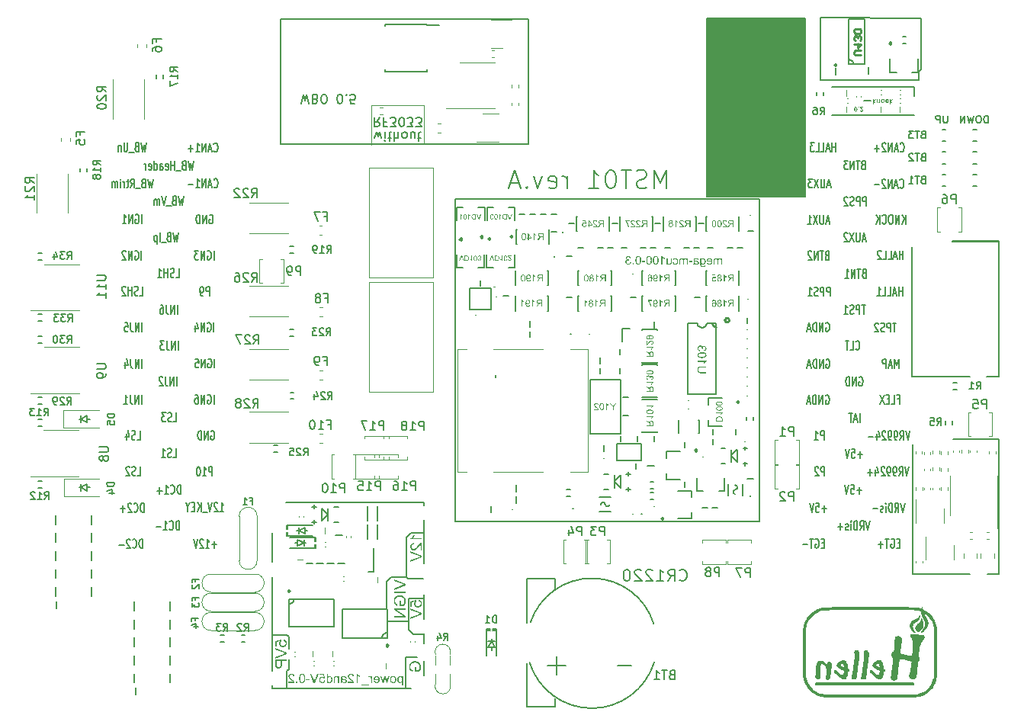
<source format=gbo>
G75*
G70*
%OFA0B0*%
%FSLAX25Y25*%
%IPPOS*%
%LPD*%
%AMOC8*
5,1,8,0,0,1.08239X$1,22.5*
%
%ADD122C,0.01000*%
%ADD207C,0.00300*%
%ADD62C,0.00787*%
%ADD67C,0.00472*%
%ADD70C,0.00591*%
%ADD71C,0.00669*%
%ADD72C,0.00984*%
%ADD73C,0.00500*%
%ADD74C,0.00800*%
%ADD77C,0.00390*%
%ADD88C,0.00000*%
%ADD89C,0.00394*%
X0000000Y0000000D02*
%LPD*%
G01*
D70*
X0299843Y0301803D02*
X0342696Y0301803D01*
X0342696Y0223767D01*
X0299843Y0223767D01*
X0299843Y0301803D01*
G36*
X0299843Y0301803D02*
G01*
X0342696Y0301803D01*
X0342696Y0223767D01*
X0299843Y0223767D01*
X0299843Y0301803D01*
G37*
X0052659Y0212008D02*
X0052659Y0215945D01*
X0049903Y0215758D02*
X0050165Y0215945D01*
X0050165Y0215945D02*
X0050559Y0215945D01*
X0050559Y0215945D02*
X0050953Y0215758D01*
X0050953Y0215758D02*
X0051215Y0215383D01*
X0051215Y0215383D02*
X0051347Y0215008D01*
X0051347Y0215008D02*
X0051478Y0214258D01*
X0051478Y0214258D02*
X0051478Y0213696D01*
X0051478Y0213696D02*
X0051347Y0212946D01*
X0051347Y0212946D02*
X0051215Y0212571D01*
X0051215Y0212571D02*
X0050953Y0212196D01*
X0050953Y0212196D02*
X0050559Y0212008D01*
X0050559Y0212008D02*
X0050297Y0212008D01*
X0050297Y0212008D02*
X0049903Y0212196D01*
X0049903Y0212196D02*
X0049772Y0212383D01*
X0049772Y0212383D02*
X0049772Y0213696D01*
X0049772Y0213696D02*
X0050297Y0213696D01*
X0048591Y0212008D02*
X0048591Y0215945D01*
X0048591Y0215945D02*
X0047016Y0212008D01*
X0047016Y0212008D02*
X0047016Y0215945D01*
X0044260Y0212008D02*
X0045835Y0212008D01*
X0045047Y0212008D02*
X0045047Y0215945D01*
X0045047Y0215945D02*
X0045310Y0215383D01*
X0045310Y0215383D02*
X0045572Y0215008D01*
X0045572Y0215008D02*
X0045835Y0214820D01*
X0052751Y0148878D02*
X0052751Y0152815D01*
X0051438Y0148878D02*
X0051438Y0152815D01*
X0051438Y0152815D02*
X0049864Y0148878D01*
X0049864Y0148878D02*
X0049864Y0152815D01*
X0047764Y0152815D02*
X0047764Y0150003D01*
X0047764Y0150003D02*
X0047895Y0149441D01*
X0047895Y0149441D02*
X0048158Y0149066D01*
X0048158Y0149066D02*
X0048551Y0148878D01*
X0048551Y0148878D02*
X0048814Y0148878D01*
X0045270Y0151503D02*
X0045270Y0148878D01*
X0045927Y0153003D02*
X0046583Y0150191D01*
X0046583Y0150191D02*
X0044877Y0150191D01*
X0367744Y0111008D02*
X0365644Y0111008D01*
X0366694Y0109508D02*
X0366694Y0112508D01*
X0363020Y0113445D02*
X0364332Y0113445D01*
X0364332Y0113445D02*
X0364463Y0111570D01*
X0364463Y0111570D02*
X0364332Y0111758D01*
X0364332Y0111758D02*
X0364070Y0111945D01*
X0364070Y0111945D02*
X0363413Y0111945D01*
X0363413Y0111945D02*
X0363151Y0111758D01*
X0363151Y0111758D02*
X0363020Y0111570D01*
X0363020Y0111570D02*
X0362889Y0111196D01*
X0362889Y0111196D02*
X0362889Y0110258D01*
X0362889Y0110258D02*
X0363020Y0109883D01*
X0363020Y0109883D02*
X0363151Y0109696D01*
X0363151Y0109696D02*
X0363413Y0109508D01*
X0363413Y0109508D02*
X0364070Y0109508D01*
X0364070Y0109508D02*
X0364332Y0109696D01*
X0364332Y0109696D02*
X0364463Y0109883D01*
X0362101Y0113445D02*
X0361182Y0109508D01*
X0361182Y0109508D02*
X0360264Y0113445D01*
X0369299Y0219705D02*
X0369299Y0223642D01*
X0369299Y0223642D02*
X0368249Y0223642D01*
X0368249Y0223642D02*
X0367987Y0223455D01*
X0367987Y0223455D02*
X0367856Y0223267D01*
X0367856Y0223267D02*
X0367724Y0222892D01*
X0367724Y0222892D02*
X0367724Y0222330D01*
X0367724Y0222330D02*
X0367856Y0221955D01*
X0367856Y0221955D02*
X0367987Y0221767D01*
X0367987Y0221767D02*
X0368249Y0221580D01*
X0368249Y0221580D02*
X0369299Y0221580D01*
X0366543Y0219705D02*
X0366543Y0223642D01*
X0366543Y0223642D02*
X0365494Y0223642D01*
X0365494Y0223642D02*
X0365231Y0223455D01*
X0365231Y0223455D02*
X0365100Y0223267D01*
X0365100Y0223267D02*
X0364969Y0222892D01*
X0364969Y0222892D02*
X0364969Y0222330D01*
X0364969Y0222330D02*
X0365100Y0221955D01*
X0365100Y0221955D02*
X0365231Y0221767D01*
X0365231Y0221767D02*
X0365494Y0221580D01*
X0365494Y0221580D02*
X0366543Y0221580D01*
X0363919Y0219893D02*
X0363525Y0219705D01*
X0363525Y0219705D02*
X0362869Y0219705D01*
X0362869Y0219705D02*
X0362606Y0219893D01*
X0362606Y0219893D02*
X0362475Y0220080D01*
X0362475Y0220080D02*
X0362344Y0220455D01*
X0362344Y0220455D02*
X0362344Y0220830D01*
X0362344Y0220830D02*
X0362475Y0221205D01*
X0362475Y0221205D02*
X0362606Y0221392D01*
X0362606Y0221392D02*
X0362869Y0221580D01*
X0362869Y0221580D02*
X0363394Y0221767D01*
X0363394Y0221767D02*
X0363656Y0221955D01*
X0363656Y0221955D02*
X0363787Y0222142D01*
X0363787Y0222142D02*
X0363919Y0222517D01*
X0363919Y0222517D02*
X0363919Y0222892D01*
X0363919Y0222892D02*
X0363787Y0223267D01*
X0363787Y0223267D02*
X0363656Y0223455D01*
X0363656Y0223455D02*
X0363394Y0223642D01*
X0363394Y0223642D02*
X0362738Y0223642D01*
X0362738Y0223642D02*
X0362344Y0223455D01*
X0361294Y0223267D02*
X0361163Y0223455D01*
X0361163Y0223455D02*
X0360900Y0223642D01*
X0360900Y0223642D02*
X0360244Y0223642D01*
X0360244Y0223642D02*
X0359982Y0223455D01*
X0359982Y0223455D02*
X0359850Y0223267D01*
X0359850Y0223267D02*
X0359719Y0222892D01*
X0359719Y0222892D02*
X0359719Y0222517D01*
X0359719Y0222517D02*
X0359850Y0221955D01*
X0359850Y0221955D02*
X0361425Y0219705D01*
X0361425Y0219705D02*
X0359719Y0219705D01*
X0066511Y0125335D02*
X0067823Y0125335D01*
X0067823Y0125335D02*
X0067823Y0129272D01*
X0065723Y0125522D02*
X0065329Y0125335D01*
X0065329Y0125335D02*
X0064673Y0125335D01*
X0064673Y0125335D02*
X0064411Y0125522D01*
X0064411Y0125522D02*
X0064280Y0125710D01*
X0064280Y0125710D02*
X0064148Y0126085D01*
X0064148Y0126085D02*
X0064148Y0126460D01*
X0064148Y0126460D02*
X0064280Y0126835D01*
X0064280Y0126835D02*
X0064411Y0127022D01*
X0064411Y0127022D02*
X0064673Y0127210D01*
X0064673Y0127210D02*
X0065198Y0127397D01*
X0065198Y0127397D02*
X0065461Y0127585D01*
X0065461Y0127585D02*
X0065592Y0127772D01*
X0065592Y0127772D02*
X0065723Y0128147D01*
X0065723Y0128147D02*
X0065723Y0128522D01*
X0065723Y0128522D02*
X0065592Y0128897D01*
X0065592Y0128897D02*
X0065461Y0129085D01*
X0065461Y0129085D02*
X0065198Y0129272D01*
X0065198Y0129272D02*
X0064542Y0129272D01*
X0064542Y0129272D02*
X0064148Y0129085D01*
X0063230Y0129272D02*
X0061524Y0129272D01*
X0061524Y0129272D02*
X0062442Y0127772D01*
X0062442Y0127772D02*
X0062049Y0127772D01*
X0062049Y0127772D02*
X0061786Y0127585D01*
X0061786Y0127585D02*
X0061655Y0127397D01*
X0061655Y0127397D02*
X0061524Y0127022D01*
X0061524Y0127022D02*
X0061524Y0126085D01*
X0061524Y0126085D02*
X0061655Y0125710D01*
X0061655Y0125710D02*
X0061786Y0125522D01*
X0061786Y0125522D02*
X0062049Y0125335D01*
X0062049Y0125335D02*
X0062836Y0125335D01*
X0062836Y0125335D02*
X0063098Y0125522D01*
X0063098Y0125522D02*
X0063230Y0125710D01*
X0356084Y0243445D02*
X0356084Y0247382D01*
X0356084Y0245507D02*
X0354509Y0245507D01*
X0354509Y0243445D02*
X0354509Y0247382D01*
X0353328Y0244570D02*
X0352016Y0244570D01*
X0353591Y0243445D02*
X0352672Y0247382D01*
X0352672Y0247382D02*
X0351753Y0243445D01*
X0349522Y0243445D02*
X0350835Y0243445D01*
X0350835Y0243445D02*
X0350835Y0247382D01*
X0347291Y0243445D02*
X0348604Y0243445D01*
X0348604Y0243445D02*
X0348604Y0247382D01*
X0346635Y0247382D02*
X0344929Y0247382D01*
X0344929Y0247382D02*
X0345848Y0245882D01*
X0345848Y0245882D02*
X0345454Y0245882D01*
X0345454Y0245882D02*
X0345192Y0245695D01*
X0345192Y0245695D02*
X0345060Y0245507D01*
X0345060Y0245507D02*
X0344929Y0245133D01*
X0344929Y0245133D02*
X0344929Y0244195D01*
X0344929Y0244195D02*
X0345060Y0243820D01*
X0345060Y0243820D02*
X0345192Y0243633D01*
X0345192Y0243633D02*
X0345454Y0243445D01*
X0345454Y0243445D02*
X0346242Y0243445D01*
X0346242Y0243445D02*
X0346504Y0243633D01*
X0346504Y0243633D02*
X0346635Y0243820D01*
X0366301Y0144695D02*
X0366563Y0144882D01*
X0366563Y0144882D02*
X0366957Y0144882D01*
X0366957Y0144882D02*
X0367350Y0144695D01*
X0367350Y0144695D02*
X0367613Y0144320D01*
X0367613Y0144320D02*
X0367744Y0143945D01*
X0367744Y0143945D02*
X0367875Y0143195D01*
X0367875Y0143195D02*
X0367875Y0142633D01*
X0367875Y0142633D02*
X0367744Y0141883D01*
X0367744Y0141883D02*
X0367613Y0141508D01*
X0367613Y0141508D02*
X0367350Y0141133D01*
X0367350Y0141133D02*
X0366957Y0140945D01*
X0366957Y0140945D02*
X0366694Y0140945D01*
X0366694Y0140945D02*
X0366301Y0141133D01*
X0366301Y0141133D02*
X0366169Y0141320D01*
X0366169Y0141320D02*
X0366169Y0142633D01*
X0366169Y0142633D02*
X0366694Y0142633D01*
X0364988Y0140945D02*
X0364988Y0144882D01*
X0364988Y0144882D02*
X0363413Y0140945D01*
X0363413Y0140945D02*
X0363413Y0144882D01*
X0362101Y0140945D02*
X0362101Y0144882D01*
X0362101Y0144882D02*
X0361445Y0144882D01*
X0361445Y0144882D02*
X0361051Y0144695D01*
X0361051Y0144695D02*
X0360789Y0144320D01*
X0360789Y0144320D02*
X0360658Y0143945D01*
X0360658Y0143945D02*
X0360526Y0143195D01*
X0360526Y0143195D02*
X0360526Y0142633D01*
X0360526Y0142633D02*
X0360658Y0141883D01*
X0360658Y0141883D02*
X0360789Y0141508D01*
X0360789Y0141508D02*
X0361051Y0141133D01*
X0361051Y0141133D02*
X0361445Y0140945D01*
X0361445Y0140945D02*
X0362101Y0140945D01*
X0385480Y0196241D02*
X0385480Y0200178D01*
X0385480Y0198303D02*
X0383906Y0198303D01*
X0383906Y0196241D02*
X0383906Y0200178D01*
X0382724Y0197365D02*
X0381412Y0197365D01*
X0382987Y0196241D02*
X0382068Y0200178D01*
X0382068Y0200178D02*
X0381150Y0196241D01*
X0378919Y0196241D02*
X0380231Y0196241D01*
X0380231Y0196241D02*
X0380231Y0200178D01*
X0376688Y0196241D02*
X0378000Y0196241D01*
X0378000Y0196241D02*
X0378000Y0200178D01*
X0375900Y0199803D02*
X0375769Y0199990D01*
X0375769Y0199990D02*
X0375507Y0200178D01*
X0375507Y0200178D02*
X0374850Y0200178D01*
X0374850Y0200178D02*
X0374588Y0199990D01*
X0374588Y0199990D02*
X0374457Y0199803D01*
X0374457Y0199803D02*
X0374326Y0199428D01*
X0374326Y0199428D02*
X0374326Y0199053D01*
X0374326Y0199053D02*
X0374457Y0198490D01*
X0374457Y0198490D02*
X0376032Y0196241D01*
X0376032Y0196241D02*
X0374326Y0196241D01*
X0084227Y0228013D02*
X0084358Y0227826D01*
X0084358Y0227826D02*
X0084752Y0227638D01*
X0084752Y0227638D02*
X0085015Y0227638D01*
X0085015Y0227638D02*
X0085408Y0227826D01*
X0085408Y0227826D02*
X0085671Y0228201D01*
X0085671Y0228201D02*
X0085802Y0228576D01*
X0085802Y0228576D02*
X0085933Y0229325D01*
X0085933Y0229325D02*
X0085933Y0229888D01*
X0085933Y0229888D02*
X0085802Y0230638D01*
X0085802Y0230638D02*
X0085671Y0231013D01*
X0085671Y0231013D02*
X0085408Y0231388D01*
X0085408Y0231388D02*
X0085015Y0231575D01*
X0085015Y0231575D02*
X0084752Y0231575D01*
X0084752Y0231575D02*
X0084358Y0231388D01*
X0084358Y0231388D02*
X0084227Y0231200D01*
X0083177Y0228763D02*
X0081865Y0228763D01*
X0083440Y0227638D02*
X0082521Y0231575D01*
X0082521Y0231575D02*
X0081602Y0227638D01*
X0080684Y0227638D02*
X0080684Y0231575D01*
X0080684Y0231575D02*
X0079109Y0227638D01*
X0079109Y0227638D02*
X0079109Y0231575D01*
X0076353Y0227638D02*
X0077928Y0227638D01*
X0077140Y0227638D02*
X0077140Y0231575D01*
X0077140Y0231575D02*
X0077403Y0231013D01*
X0077403Y0231013D02*
X0077665Y0230638D01*
X0077665Y0230638D02*
X0077928Y0230450D01*
X0075172Y0229138D02*
X0073072Y0229138D01*
X0084253Y0133150D02*
X0084253Y0137087D01*
X0081497Y0136899D02*
X0081760Y0137087D01*
X0081760Y0137087D02*
X0082154Y0137087D01*
X0082154Y0137087D02*
X0082547Y0136899D01*
X0082547Y0136899D02*
X0082810Y0136525D01*
X0082810Y0136525D02*
X0082941Y0136150D01*
X0082941Y0136150D02*
X0083072Y0135400D01*
X0083072Y0135400D02*
X0083072Y0134837D01*
X0083072Y0134837D02*
X0082941Y0134087D01*
X0082941Y0134087D02*
X0082810Y0133712D01*
X0082810Y0133712D02*
X0082547Y0133337D01*
X0082547Y0133337D02*
X0082154Y0133150D01*
X0082154Y0133150D02*
X0081891Y0133150D01*
X0081891Y0133150D02*
X0081497Y0133337D01*
X0081497Y0133337D02*
X0081366Y0133525D01*
X0081366Y0133525D02*
X0081366Y0134837D01*
X0081366Y0134837D02*
X0081891Y0134837D01*
X0080185Y0133150D02*
X0080185Y0137087D01*
X0080185Y0137087D02*
X0078610Y0133150D01*
X0078610Y0133150D02*
X0078610Y0137087D01*
X0076117Y0137087D02*
X0076642Y0137087D01*
X0076642Y0137087D02*
X0076904Y0136899D01*
X0076904Y0136899D02*
X0077036Y0136712D01*
X0077036Y0136712D02*
X0077298Y0136150D01*
X0077298Y0136150D02*
X0077429Y0135400D01*
X0077429Y0135400D02*
X0077429Y0133900D01*
X0077429Y0133900D02*
X0077298Y0133525D01*
X0077298Y0133525D02*
X0077167Y0133337D01*
X0077167Y0133337D02*
X0076904Y0133150D01*
X0076904Y0133150D02*
X0076379Y0133150D01*
X0076379Y0133150D02*
X0076117Y0133337D01*
X0076117Y0133337D02*
X0075986Y0133525D01*
X0075986Y0133525D02*
X0075854Y0133900D01*
X0075854Y0133900D02*
X0075854Y0134837D01*
X0075854Y0134837D02*
X0075986Y0135212D01*
X0075986Y0135212D02*
X0076117Y0135400D01*
X0076117Y0135400D02*
X0076379Y0135587D01*
X0076379Y0135587D02*
X0076904Y0135587D01*
X0076904Y0135587D02*
X0077167Y0135400D01*
X0077167Y0135400D02*
X0077298Y0135212D01*
X0077298Y0135212D02*
X0077429Y0134837D01*
X0052521Y0196162D02*
X0052521Y0200099D01*
X0049765Y0199911D02*
X0050028Y0200099D01*
X0050028Y0200099D02*
X0050421Y0200099D01*
X0050421Y0200099D02*
X0050815Y0199911D01*
X0050815Y0199911D02*
X0051077Y0199536D01*
X0051077Y0199536D02*
X0051209Y0199161D01*
X0051209Y0199161D02*
X0051340Y0198411D01*
X0051340Y0198411D02*
X0051340Y0197849D01*
X0051340Y0197849D02*
X0051209Y0197099D01*
X0051209Y0197099D02*
X0051077Y0196724D01*
X0051077Y0196724D02*
X0050815Y0196349D01*
X0050815Y0196349D02*
X0050421Y0196162D01*
X0050421Y0196162D02*
X0050159Y0196162D01*
X0050159Y0196162D02*
X0049765Y0196349D01*
X0049765Y0196349D02*
X0049634Y0196537D01*
X0049634Y0196537D02*
X0049634Y0197849D01*
X0049634Y0197849D02*
X0050159Y0197849D01*
X0048453Y0196162D02*
X0048453Y0200099D01*
X0048453Y0200099D02*
X0046878Y0196162D01*
X0046878Y0196162D02*
X0046878Y0200099D01*
X0045697Y0199724D02*
X0045566Y0199911D01*
X0045566Y0199911D02*
X0045303Y0200099D01*
X0045303Y0200099D02*
X0044647Y0200099D01*
X0044647Y0200099D02*
X0044385Y0199911D01*
X0044385Y0199911D02*
X0044253Y0199724D01*
X0044253Y0199724D02*
X0044122Y0199349D01*
X0044122Y0199349D02*
X0044122Y0198974D01*
X0044122Y0198974D02*
X0044253Y0198411D01*
X0044253Y0198411D02*
X0045828Y0196162D01*
X0045828Y0196162D02*
X0044122Y0196162D01*
X0052810Y0164646D02*
X0052810Y0168583D01*
X0051497Y0164646D02*
X0051497Y0168583D01*
X0051497Y0168583D02*
X0049923Y0164646D01*
X0049923Y0164646D02*
X0049923Y0168583D01*
X0047823Y0168583D02*
X0047823Y0165771D01*
X0047823Y0165771D02*
X0047954Y0165208D01*
X0047954Y0165208D02*
X0048217Y0164833D01*
X0048217Y0164833D02*
X0048610Y0164646D01*
X0048610Y0164646D02*
X0048873Y0164646D01*
X0045198Y0168583D02*
X0046511Y0168583D01*
X0046511Y0168583D02*
X0046642Y0166708D01*
X0046642Y0166708D02*
X0046511Y0166896D01*
X0046511Y0166896D02*
X0046248Y0167083D01*
X0046248Y0167083D02*
X0045592Y0167083D01*
X0045592Y0167083D02*
X0045329Y0166896D01*
X0045329Y0166896D02*
X0045198Y0166708D01*
X0045198Y0166708D02*
X0045067Y0166333D01*
X0045067Y0166333D02*
X0045067Y0165396D01*
X0045067Y0165396D02*
X0045198Y0165021D01*
X0045198Y0165021D02*
X0045329Y0164833D01*
X0045329Y0164833D02*
X0045592Y0164646D01*
X0045592Y0164646D02*
X0046248Y0164646D01*
X0046248Y0164646D02*
X0046511Y0164833D01*
X0046511Y0164833D02*
X0046642Y0165021D01*
X0368420Y0190271D02*
X0368026Y0190084D01*
X0368026Y0190084D02*
X0367895Y0189896D01*
X0367895Y0189896D02*
X0367764Y0189521D01*
X0367764Y0189521D02*
X0367764Y0188959D01*
X0367764Y0188959D02*
X0367895Y0188584D01*
X0367895Y0188584D02*
X0368026Y0188396D01*
X0368026Y0188396D02*
X0368289Y0188209D01*
X0368289Y0188209D02*
X0369339Y0188209D01*
X0369339Y0188209D02*
X0369339Y0192146D01*
X0369339Y0192146D02*
X0368420Y0192146D01*
X0368420Y0192146D02*
X0368158Y0191959D01*
X0368158Y0191959D02*
X0368026Y0191771D01*
X0368026Y0191771D02*
X0367895Y0191396D01*
X0367895Y0191396D02*
X0367895Y0191021D01*
X0367895Y0191021D02*
X0368026Y0190646D01*
X0368026Y0190646D02*
X0368158Y0190459D01*
X0368158Y0190459D02*
X0368420Y0190271D01*
X0368420Y0190271D02*
X0369339Y0190271D01*
X0366976Y0192146D02*
X0365402Y0192146D01*
X0366189Y0188209D02*
X0366189Y0192146D01*
X0364483Y0188209D02*
X0364483Y0192146D01*
X0364483Y0192146D02*
X0362908Y0188209D01*
X0362908Y0188209D02*
X0362908Y0192146D01*
X0360152Y0188209D02*
X0361727Y0188209D01*
X0360940Y0188209D02*
X0360940Y0192146D01*
X0360940Y0192146D02*
X0361202Y0191584D01*
X0361202Y0191584D02*
X0361465Y0191209D01*
X0361465Y0191209D02*
X0361727Y0191021D01*
X0067948Y0141024D02*
X0067948Y0144961D01*
X0066635Y0141024D02*
X0066635Y0144961D01*
X0066635Y0144961D02*
X0065060Y0141024D01*
X0065060Y0141024D02*
X0065060Y0144961D01*
X0062961Y0144961D02*
X0062961Y0142149D01*
X0062961Y0142149D02*
X0063092Y0141586D01*
X0063092Y0141586D02*
X0063354Y0141211D01*
X0063354Y0141211D02*
X0063748Y0141024D01*
X0063748Y0141024D02*
X0064011Y0141024D01*
X0061780Y0144586D02*
X0061648Y0144773D01*
X0061648Y0144773D02*
X0061386Y0144961D01*
X0061386Y0144961D02*
X0060730Y0144961D01*
X0060730Y0144961D02*
X0060467Y0144773D01*
X0060467Y0144773D02*
X0060336Y0144586D01*
X0060336Y0144586D02*
X0060205Y0144211D01*
X0060205Y0144211D02*
X0060205Y0143836D01*
X0060205Y0143836D02*
X0060336Y0143274D01*
X0060336Y0143274D02*
X0061911Y0141024D01*
X0061911Y0141024D02*
X0060205Y0141024D01*
X0082219Y0215679D02*
X0082482Y0215866D01*
X0082482Y0215866D02*
X0082875Y0215866D01*
X0082875Y0215866D02*
X0083269Y0215679D01*
X0083269Y0215679D02*
X0083532Y0215304D01*
X0083532Y0215304D02*
X0083663Y0214929D01*
X0083663Y0214929D02*
X0083794Y0214179D01*
X0083794Y0214179D02*
X0083794Y0213617D01*
X0083794Y0213617D02*
X0083663Y0212867D01*
X0083663Y0212867D02*
X0083532Y0212492D01*
X0083532Y0212492D02*
X0083269Y0212117D01*
X0083269Y0212117D02*
X0082875Y0211929D01*
X0082875Y0211929D02*
X0082613Y0211929D01*
X0082613Y0211929D02*
X0082219Y0212117D01*
X0082219Y0212117D02*
X0082088Y0212304D01*
X0082088Y0212304D02*
X0082088Y0213617D01*
X0082088Y0213617D02*
X0082613Y0213617D01*
X0080907Y0211929D02*
X0080907Y0215866D01*
X0080907Y0215866D02*
X0079332Y0211929D01*
X0079332Y0211929D02*
X0079332Y0215866D01*
X0078020Y0211929D02*
X0078020Y0215866D01*
X0078020Y0215866D02*
X0077364Y0215866D01*
X0077364Y0215866D02*
X0076970Y0215679D01*
X0076970Y0215679D02*
X0076707Y0215304D01*
X0076707Y0215304D02*
X0076576Y0214929D01*
X0076576Y0214929D02*
X0076445Y0214179D01*
X0076445Y0214179D02*
X0076445Y0213617D01*
X0076445Y0213617D02*
X0076576Y0212867D01*
X0076576Y0212867D02*
X0076707Y0212492D01*
X0076707Y0212492D02*
X0076970Y0212117D01*
X0076970Y0212117D02*
X0077364Y0211929D01*
X0077364Y0211929D02*
X0078020Y0211929D01*
X0053564Y0085807D02*
X0053564Y0089744D01*
X0053564Y0089744D02*
X0052908Y0089744D01*
X0052908Y0089744D02*
X0052515Y0089557D01*
X0052515Y0089557D02*
X0052252Y0089182D01*
X0052252Y0089182D02*
X0052121Y0088807D01*
X0052121Y0088807D02*
X0051990Y0088057D01*
X0051990Y0088057D02*
X0051990Y0087495D01*
X0051990Y0087495D02*
X0052121Y0086745D01*
X0052121Y0086745D02*
X0052252Y0086370D01*
X0052252Y0086370D02*
X0052515Y0085995D01*
X0052515Y0085995D02*
X0052908Y0085807D01*
X0052908Y0085807D02*
X0053564Y0085807D01*
X0049234Y0086182D02*
X0049365Y0085995D01*
X0049365Y0085995D02*
X0049759Y0085807D01*
X0049759Y0085807D02*
X0050021Y0085807D01*
X0050021Y0085807D02*
X0050415Y0085995D01*
X0050415Y0085995D02*
X0050677Y0086370D01*
X0050677Y0086370D02*
X0050808Y0086745D01*
X0050808Y0086745D02*
X0050940Y0087495D01*
X0050940Y0087495D02*
X0050940Y0088057D01*
X0050940Y0088057D02*
X0050808Y0088807D01*
X0050808Y0088807D02*
X0050677Y0089182D01*
X0050677Y0089182D02*
X0050415Y0089557D01*
X0050415Y0089557D02*
X0050021Y0089744D01*
X0050021Y0089744D02*
X0049759Y0089744D01*
X0049759Y0089744D02*
X0049365Y0089557D01*
X0049365Y0089557D02*
X0049234Y0089369D01*
X0048184Y0089369D02*
X0048053Y0089557D01*
X0048053Y0089557D02*
X0047790Y0089744D01*
X0047790Y0089744D02*
X0047134Y0089744D01*
X0047134Y0089744D02*
X0046871Y0089557D01*
X0046871Y0089557D02*
X0046740Y0089369D01*
X0046740Y0089369D02*
X0046609Y0088995D01*
X0046609Y0088995D02*
X0046609Y0088620D01*
X0046609Y0088620D02*
X0046740Y0088057D01*
X0046740Y0088057D02*
X0048315Y0085807D01*
X0048315Y0085807D02*
X0046609Y0085807D01*
X0045428Y0087307D02*
X0043328Y0087307D01*
X0044378Y0085807D02*
X0044378Y0088807D01*
X0068833Y0208130D02*
X0068177Y0204193D01*
X0068177Y0204193D02*
X0067652Y0207005D01*
X0067652Y0207005D02*
X0067127Y0204193D01*
X0067127Y0204193D02*
X0066471Y0208130D01*
X0064503Y0206256D02*
X0064109Y0206068D01*
X0064109Y0206068D02*
X0063978Y0205881D01*
X0063978Y0205881D02*
X0063847Y0205506D01*
X0063847Y0205506D02*
X0063847Y0204943D01*
X0063847Y0204943D02*
X0063978Y0204568D01*
X0063978Y0204568D02*
X0064109Y0204381D01*
X0064109Y0204381D02*
X0064371Y0204193D01*
X0064371Y0204193D02*
X0065421Y0204193D01*
X0065421Y0204193D02*
X0065421Y0208130D01*
X0065421Y0208130D02*
X0064503Y0208130D01*
X0064503Y0208130D02*
X0064240Y0207943D01*
X0064240Y0207943D02*
X0064109Y0207755D01*
X0064109Y0207755D02*
X0063978Y0207380D01*
X0063978Y0207380D02*
X0063978Y0207005D01*
X0063978Y0207005D02*
X0064109Y0206630D01*
X0064109Y0206630D02*
X0064240Y0206443D01*
X0064240Y0206443D02*
X0064503Y0206256D01*
X0064503Y0206256D02*
X0065421Y0206256D01*
X0063322Y0203818D02*
X0061222Y0203818D01*
X0060566Y0204193D02*
X0060566Y0208130D01*
X0059253Y0206818D02*
X0059253Y0202881D01*
X0059253Y0206630D02*
X0058991Y0206818D01*
X0058991Y0206818D02*
X0058466Y0206818D01*
X0058466Y0206818D02*
X0058203Y0206630D01*
X0058203Y0206630D02*
X0058072Y0206443D01*
X0058072Y0206443D02*
X0057941Y0206068D01*
X0057941Y0206068D02*
X0057941Y0204943D01*
X0057941Y0204943D02*
X0058072Y0204568D01*
X0058072Y0204568D02*
X0058203Y0204381D01*
X0058203Y0204381D02*
X0058466Y0204193D01*
X0058466Y0204193D02*
X0058991Y0204193D01*
X0058991Y0204193D02*
X0059253Y0204381D01*
X0050763Y0101772D02*
X0052075Y0101772D01*
X0052075Y0101772D02*
X0052075Y0105709D01*
X0049975Y0101959D02*
X0049581Y0101772D01*
X0049581Y0101772D02*
X0048925Y0101772D01*
X0048925Y0101772D02*
X0048663Y0101959D01*
X0048663Y0101959D02*
X0048532Y0102147D01*
X0048532Y0102147D02*
X0048400Y0102522D01*
X0048400Y0102522D02*
X0048400Y0102897D01*
X0048400Y0102897D02*
X0048532Y0103272D01*
X0048532Y0103272D02*
X0048663Y0103459D01*
X0048663Y0103459D02*
X0048925Y0103647D01*
X0048925Y0103647D02*
X0049450Y0103834D01*
X0049450Y0103834D02*
X0049713Y0104022D01*
X0049713Y0104022D02*
X0049844Y0104209D01*
X0049844Y0104209D02*
X0049975Y0104584D01*
X0049975Y0104584D02*
X0049975Y0104959D01*
X0049975Y0104959D02*
X0049844Y0105334D01*
X0049844Y0105334D02*
X0049713Y0105522D01*
X0049713Y0105522D02*
X0049450Y0105709D01*
X0049450Y0105709D02*
X0048794Y0105709D01*
X0048794Y0105709D02*
X0048400Y0105522D01*
X0047350Y0105334D02*
X0047219Y0105522D01*
X0047219Y0105522D02*
X0046957Y0105709D01*
X0046957Y0105709D02*
X0046301Y0105709D01*
X0046301Y0105709D02*
X0046038Y0105522D01*
X0046038Y0105522D02*
X0045907Y0105334D01*
X0045907Y0105334D02*
X0045776Y0104959D01*
X0045776Y0104959D02*
X0045776Y0104584D01*
X0045776Y0104584D02*
X0045907Y0104022D01*
X0045907Y0104022D02*
X0047482Y0101772D01*
X0047482Y0101772D02*
X0045776Y0101772D01*
X0069135Y0077992D02*
X0069135Y0081929D01*
X0069135Y0081929D02*
X0068479Y0081929D01*
X0068479Y0081929D02*
X0068085Y0081742D01*
X0068085Y0081742D02*
X0067823Y0081367D01*
X0067823Y0081367D02*
X0067692Y0080992D01*
X0067692Y0080992D02*
X0067560Y0080242D01*
X0067560Y0080242D02*
X0067560Y0079680D01*
X0067560Y0079680D02*
X0067692Y0078930D01*
X0067692Y0078930D02*
X0067823Y0078555D01*
X0067823Y0078555D02*
X0068085Y0078180D01*
X0068085Y0078180D02*
X0068479Y0077992D01*
X0068479Y0077992D02*
X0069135Y0077992D01*
X0064805Y0078367D02*
X0064936Y0078180D01*
X0064936Y0078180D02*
X0065329Y0077992D01*
X0065329Y0077992D02*
X0065592Y0077992D01*
X0065592Y0077992D02*
X0065986Y0078180D01*
X0065986Y0078180D02*
X0066248Y0078555D01*
X0066248Y0078555D02*
X0066379Y0078930D01*
X0066379Y0078930D02*
X0066511Y0079680D01*
X0066511Y0079680D02*
X0066511Y0080242D01*
X0066511Y0080242D02*
X0066379Y0080992D01*
X0066379Y0080992D02*
X0066248Y0081367D01*
X0066248Y0081367D02*
X0065986Y0081742D01*
X0065986Y0081742D02*
X0065592Y0081929D01*
X0065592Y0081929D02*
X0065329Y0081929D01*
X0065329Y0081929D02*
X0064936Y0081742D01*
X0064936Y0081742D02*
X0064805Y0081555D01*
X0062180Y0077992D02*
X0063755Y0077992D01*
X0062967Y0077992D02*
X0062967Y0081929D01*
X0062967Y0081929D02*
X0063230Y0081367D01*
X0063230Y0081367D02*
X0063492Y0080992D01*
X0063492Y0080992D02*
X0063755Y0080805D01*
X0060999Y0079492D02*
X0058899Y0079492D01*
X0083466Y0101615D02*
X0083466Y0105552D01*
X0083466Y0105552D02*
X0082416Y0105552D01*
X0082416Y0105552D02*
X0082154Y0105364D01*
X0082154Y0105364D02*
X0082022Y0105177D01*
X0082022Y0105177D02*
X0081891Y0104802D01*
X0081891Y0104802D02*
X0081891Y0104239D01*
X0081891Y0104239D02*
X0082022Y0103864D01*
X0082022Y0103864D02*
X0082154Y0103677D01*
X0082154Y0103677D02*
X0082416Y0103489D01*
X0082416Y0103489D02*
X0083466Y0103489D01*
X0079266Y0101615D02*
X0080841Y0101615D01*
X0080054Y0101615D02*
X0080054Y0105552D01*
X0080054Y0105552D02*
X0080316Y0104989D01*
X0080316Y0104989D02*
X0080579Y0104614D01*
X0080579Y0104614D02*
X0080841Y0104427D01*
X0077560Y0105552D02*
X0077298Y0105552D01*
X0077298Y0105552D02*
X0077036Y0105364D01*
X0077036Y0105364D02*
X0076904Y0105177D01*
X0076904Y0105177D02*
X0076773Y0104802D01*
X0076773Y0104802D02*
X0076642Y0104052D01*
X0076642Y0104052D02*
X0076642Y0103114D01*
X0076642Y0103114D02*
X0076773Y0102364D01*
X0076773Y0102364D02*
X0076904Y0101989D01*
X0076904Y0101989D02*
X0077036Y0101802D01*
X0077036Y0101802D02*
X0077298Y0101615D01*
X0077298Y0101615D02*
X0077560Y0101615D01*
X0077560Y0101615D02*
X0077823Y0101802D01*
X0077823Y0101802D02*
X0077954Y0101989D01*
X0077954Y0101989D02*
X0078085Y0102364D01*
X0078085Y0102364D02*
X0078217Y0103114D01*
X0078217Y0103114D02*
X0078217Y0104052D01*
X0078217Y0104052D02*
X0078085Y0104802D01*
X0078085Y0104802D02*
X0077954Y0105177D01*
X0077954Y0105177D02*
X0077823Y0105364D01*
X0077823Y0105364D02*
X0077560Y0105552D01*
X0084168Y0243643D02*
X0084299Y0243456D01*
X0084299Y0243456D02*
X0084693Y0243268D01*
X0084693Y0243268D02*
X0084955Y0243268D01*
X0084955Y0243268D02*
X0085349Y0243456D01*
X0085349Y0243456D02*
X0085612Y0243830D01*
X0085612Y0243830D02*
X0085743Y0244205D01*
X0085743Y0244205D02*
X0085874Y0244955D01*
X0085874Y0244955D02*
X0085874Y0245518D01*
X0085874Y0245518D02*
X0085743Y0246268D01*
X0085743Y0246268D02*
X0085612Y0246643D01*
X0085612Y0246643D02*
X0085349Y0247018D01*
X0085349Y0247018D02*
X0084955Y0247205D01*
X0084955Y0247205D02*
X0084693Y0247205D01*
X0084693Y0247205D02*
X0084299Y0247018D01*
X0084299Y0247018D02*
X0084168Y0246830D01*
X0083118Y0244393D02*
X0081806Y0244393D01*
X0083381Y0243268D02*
X0082462Y0247205D01*
X0082462Y0247205D02*
X0081543Y0243268D01*
X0080625Y0243268D02*
X0080625Y0247205D01*
X0080625Y0247205D02*
X0079050Y0243268D01*
X0079050Y0243268D02*
X0079050Y0247205D01*
X0076294Y0243268D02*
X0077869Y0243268D01*
X0077081Y0243268D02*
X0077081Y0247205D01*
X0077081Y0247205D02*
X0077344Y0246643D01*
X0077344Y0246643D02*
X0077606Y0246268D01*
X0077606Y0246268D02*
X0077869Y0246080D01*
X0075113Y0244768D02*
X0073013Y0244768D01*
X0074063Y0243268D02*
X0074063Y0246268D01*
X0383558Y0148780D02*
X0383558Y0152717D01*
X0383558Y0152717D02*
X0382639Y0149905D01*
X0382639Y0149905D02*
X0381721Y0152717D01*
X0381721Y0152717D02*
X0381721Y0148780D01*
X0380539Y0149905D02*
X0379227Y0149905D01*
X0380802Y0148780D02*
X0379883Y0152717D01*
X0379883Y0152717D02*
X0378965Y0148780D01*
X0378046Y0148780D02*
X0378046Y0152717D01*
X0378046Y0152717D02*
X0376996Y0152717D01*
X0376996Y0152717D02*
X0376734Y0152529D01*
X0376734Y0152529D02*
X0376602Y0152342D01*
X0376602Y0152342D02*
X0376471Y0151967D01*
X0376471Y0151967D02*
X0376471Y0151405D01*
X0376471Y0151405D02*
X0376602Y0151030D01*
X0376602Y0151030D02*
X0376734Y0150842D01*
X0376734Y0150842D02*
X0376996Y0150655D01*
X0376996Y0150655D02*
X0378046Y0150655D01*
X0383177Y0135232D02*
X0384096Y0135232D01*
X0384096Y0133170D02*
X0384096Y0137107D01*
X0384096Y0137107D02*
X0382784Y0137107D01*
X0380421Y0133170D02*
X0381734Y0133170D01*
X0381734Y0133170D02*
X0381734Y0137107D01*
X0379503Y0135232D02*
X0378584Y0135232D01*
X0378190Y0133170D02*
X0379503Y0133170D01*
X0379503Y0133170D02*
X0379503Y0137107D01*
X0379503Y0137107D02*
X0378190Y0137107D01*
X0377272Y0137107D02*
X0375434Y0133170D01*
X0375434Y0137107D02*
X0377272Y0133170D01*
D71*
X0404972Y0259209D02*
X0404972Y0256596D01*
X0404972Y0256596D02*
X0404818Y0256288D01*
X0404818Y0256288D02*
X0404665Y0256134D01*
X0404665Y0256134D02*
X0404357Y0255981D01*
X0404357Y0255981D02*
X0403742Y0255981D01*
X0403742Y0255981D02*
X0403435Y0256134D01*
X0403435Y0256134D02*
X0403281Y0256288D01*
X0403281Y0256288D02*
X0403127Y0256596D01*
X0403127Y0256596D02*
X0403127Y0259209D01*
X0401590Y0255981D02*
X0401590Y0259209D01*
X0401590Y0259209D02*
X0400360Y0259209D01*
X0400360Y0259209D02*
X0400053Y0259055D01*
X0400053Y0259055D02*
X0399899Y0258902D01*
X0399899Y0258902D02*
X0399745Y0258594D01*
X0399745Y0258594D02*
X0399745Y0258133D01*
X0399745Y0258133D02*
X0399899Y0257825D01*
X0399899Y0257825D02*
X0400053Y0257672D01*
X0400053Y0257672D02*
X0400360Y0257518D01*
X0400360Y0257518D02*
X0401590Y0257518D01*
X0394290Y0231235D02*
X0393829Y0231081D01*
X0393829Y0231081D02*
X0393675Y0230927D01*
X0393675Y0230927D02*
X0393521Y0230620D01*
X0393521Y0230620D02*
X0393521Y0230159D01*
X0393521Y0230159D02*
X0393675Y0229851D01*
X0393675Y0229851D02*
X0393829Y0229697D01*
X0393829Y0229697D02*
X0394136Y0229544D01*
X0394136Y0229544D02*
X0395366Y0229544D01*
X0395366Y0229544D02*
X0395366Y0232772D01*
X0395366Y0232772D02*
X0394290Y0232772D01*
X0394290Y0232772D02*
X0393982Y0232618D01*
X0393982Y0232618D02*
X0393829Y0232465D01*
X0393829Y0232465D02*
X0393675Y0232157D01*
X0393675Y0232157D02*
X0393675Y0231850D01*
X0393675Y0231850D02*
X0393829Y0231542D01*
X0393829Y0231542D02*
X0393982Y0231388D01*
X0393982Y0231388D02*
X0394290Y0231235D01*
X0394290Y0231235D02*
X0395366Y0231235D01*
X0392599Y0232772D02*
X0390754Y0232772D01*
X0391676Y0229544D02*
X0391676Y0232772D01*
X0387987Y0229544D02*
X0389832Y0229544D01*
X0388909Y0229544D02*
X0388909Y0232772D01*
X0388909Y0232772D02*
X0389217Y0232311D01*
X0389217Y0232311D02*
X0389524Y0232003D01*
X0389524Y0232003D02*
X0389832Y0231850D01*
D70*
X0084194Y0164685D02*
X0084194Y0168622D01*
X0081438Y0168435D02*
X0081701Y0168622D01*
X0081701Y0168622D02*
X0082095Y0168622D01*
X0082095Y0168622D02*
X0082488Y0168435D01*
X0082488Y0168435D02*
X0082751Y0168060D01*
X0082751Y0168060D02*
X0082882Y0167685D01*
X0082882Y0167685D02*
X0083013Y0166935D01*
X0083013Y0166935D02*
X0083013Y0166373D01*
X0083013Y0166373D02*
X0082882Y0165623D01*
X0082882Y0165623D02*
X0082751Y0165248D01*
X0082751Y0165248D02*
X0082488Y0164873D01*
X0082488Y0164873D02*
X0082095Y0164685D01*
X0082095Y0164685D02*
X0081832Y0164685D01*
X0081832Y0164685D02*
X0081438Y0164873D01*
X0081438Y0164873D02*
X0081307Y0165060D01*
X0081307Y0165060D02*
X0081307Y0166373D01*
X0081307Y0166373D02*
X0081832Y0166373D01*
X0080126Y0164685D02*
X0080126Y0168622D01*
X0080126Y0168622D02*
X0078551Y0164685D01*
X0078551Y0164685D02*
X0078551Y0168622D01*
X0076058Y0167310D02*
X0076058Y0164685D01*
X0076714Y0168810D02*
X0077370Y0165998D01*
X0077370Y0165998D02*
X0075664Y0165998D01*
X0069667Y0093701D02*
X0069667Y0097638D01*
X0069667Y0097638D02*
X0069011Y0097638D01*
X0069011Y0097638D02*
X0068617Y0097451D01*
X0068617Y0097451D02*
X0068354Y0097076D01*
X0068354Y0097076D02*
X0068223Y0096701D01*
X0068223Y0096701D02*
X0068092Y0095951D01*
X0068092Y0095951D02*
X0068092Y0095388D01*
X0068092Y0095388D02*
X0068223Y0094639D01*
X0068223Y0094639D02*
X0068354Y0094264D01*
X0068354Y0094264D02*
X0068617Y0093889D01*
X0068617Y0093889D02*
X0069011Y0093701D01*
X0069011Y0093701D02*
X0069667Y0093701D01*
X0065336Y0094076D02*
X0065467Y0093889D01*
X0065467Y0093889D02*
X0065861Y0093701D01*
X0065861Y0093701D02*
X0066123Y0093701D01*
X0066123Y0093701D02*
X0066517Y0093889D01*
X0066517Y0093889D02*
X0066780Y0094264D01*
X0066780Y0094264D02*
X0066911Y0094639D01*
X0066911Y0094639D02*
X0067042Y0095388D01*
X0067042Y0095388D02*
X0067042Y0095951D01*
X0067042Y0095951D02*
X0066911Y0096701D01*
X0066911Y0096701D02*
X0066780Y0097076D01*
X0066780Y0097076D02*
X0066517Y0097451D01*
X0066517Y0097451D02*
X0066123Y0097638D01*
X0066123Y0097638D02*
X0065861Y0097638D01*
X0065861Y0097638D02*
X0065467Y0097451D01*
X0065467Y0097451D02*
X0065336Y0097263D01*
X0062711Y0093701D02*
X0064286Y0093701D01*
X0063499Y0093701D02*
X0063499Y0097638D01*
X0063499Y0097638D02*
X0063761Y0097076D01*
X0063761Y0097076D02*
X0064024Y0096701D01*
X0064024Y0096701D02*
X0064286Y0096513D01*
X0061530Y0095201D02*
X0059431Y0095201D01*
X0060480Y0093701D02*
X0060480Y0096701D01*
X0351793Y0168494D02*
X0352055Y0168681D01*
X0352055Y0168681D02*
X0352449Y0168681D01*
X0352449Y0168681D02*
X0352843Y0168494D01*
X0352843Y0168494D02*
X0353105Y0168119D01*
X0353105Y0168119D02*
X0353236Y0167744D01*
X0353236Y0167744D02*
X0353368Y0166994D01*
X0353368Y0166994D02*
X0353368Y0166432D01*
X0353368Y0166432D02*
X0353236Y0165682D01*
X0353236Y0165682D02*
X0353105Y0165307D01*
X0353105Y0165307D02*
X0352843Y0164932D01*
X0352843Y0164932D02*
X0352449Y0164744D01*
X0352449Y0164744D02*
X0352186Y0164744D01*
X0352186Y0164744D02*
X0351793Y0164932D01*
X0351793Y0164932D02*
X0351661Y0165119D01*
X0351661Y0165119D02*
X0351661Y0166432D01*
X0351661Y0166432D02*
X0352186Y0166432D01*
X0350480Y0164744D02*
X0350480Y0168681D01*
X0350480Y0168681D02*
X0348906Y0164744D01*
X0348906Y0164744D02*
X0348906Y0168681D01*
X0347593Y0164744D02*
X0347593Y0168681D01*
X0347593Y0168681D02*
X0346937Y0168681D01*
X0346937Y0168681D02*
X0346543Y0168494D01*
X0346543Y0168494D02*
X0346281Y0168119D01*
X0346281Y0168119D02*
X0346150Y0167744D01*
X0346150Y0167744D02*
X0346018Y0166994D01*
X0346018Y0166994D02*
X0346018Y0166432D01*
X0346018Y0166432D02*
X0346150Y0165682D01*
X0346150Y0165682D02*
X0346281Y0165307D01*
X0346281Y0165307D02*
X0346543Y0164932D01*
X0346543Y0164932D02*
X0346937Y0164744D01*
X0346937Y0164744D02*
X0347593Y0164744D01*
X0344969Y0165869D02*
X0343656Y0165869D01*
X0345231Y0164744D02*
X0344312Y0168681D01*
X0344312Y0168681D02*
X0343394Y0164744D01*
X0051858Y0180512D02*
X0053171Y0180512D01*
X0053171Y0180512D02*
X0053171Y0184449D01*
X0051071Y0180700D02*
X0050677Y0180512D01*
X0050677Y0180512D02*
X0050021Y0180512D01*
X0050021Y0180512D02*
X0049759Y0180700D01*
X0049759Y0180700D02*
X0049627Y0180887D01*
X0049627Y0180887D02*
X0049496Y0181262D01*
X0049496Y0181262D02*
X0049496Y0181637D01*
X0049496Y0181637D02*
X0049627Y0182012D01*
X0049627Y0182012D02*
X0049759Y0182199D01*
X0049759Y0182199D02*
X0050021Y0182387D01*
X0050021Y0182387D02*
X0050546Y0182574D01*
X0050546Y0182574D02*
X0050808Y0182762D01*
X0050808Y0182762D02*
X0050940Y0182949D01*
X0050940Y0182949D02*
X0051071Y0183324D01*
X0051071Y0183324D02*
X0051071Y0183699D01*
X0051071Y0183699D02*
X0050940Y0184074D01*
X0050940Y0184074D02*
X0050808Y0184262D01*
X0050808Y0184262D02*
X0050546Y0184449D01*
X0050546Y0184449D02*
X0049890Y0184449D01*
X0049890Y0184449D02*
X0049496Y0184262D01*
X0048315Y0180512D02*
X0048315Y0184449D01*
X0048315Y0182574D02*
X0046740Y0182574D01*
X0046740Y0180512D02*
X0046740Y0184449D01*
X0045559Y0184074D02*
X0045428Y0184262D01*
X0045428Y0184262D02*
X0045165Y0184449D01*
X0045165Y0184449D02*
X0044509Y0184449D01*
X0044509Y0184449D02*
X0044247Y0184262D01*
X0044247Y0184262D02*
X0044116Y0184074D01*
X0044116Y0184074D02*
X0043984Y0183699D01*
X0043984Y0183699D02*
X0043984Y0183324D01*
X0043984Y0183324D02*
X0044116Y0182762D01*
X0044116Y0182762D02*
X0045690Y0180512D01*
X0045690Y0180512D02*
X0043984Y0180512D01*
X0384161Y0072240D02*
X0383243Y0072240D01*
X0382849Y0070178D02*
X0384161Y0070178D01*
X0384161Y0070178D02*
X0384161Y0074115D01*
X0384161Y0074115D02*
X0382849Y0074115D01*
X0380224Y0073927D02*
X0380487Y0074115D01*
X0380487Y0074115D02*
X0380881Y0074115D01*
X0380881Y0074115D02*
X0381274Y0073927D01*
X0381274Y0073927D02*
X0381537Y0073552D01*
X0381537Y0073552D02*
X0381668Y0073177D01*
X0381668Y0073177D02*
X0381799Y0072427D01*
X0381799Y0072427D02*
X0381799Y0071865D01*
X0381799Y0071865D02*
X0381668Y0071115D01*
X0381668Y0071115D02*
X0381537Y0070740D01*
X0381537Y0070740D02*
X0381274Y0070365D01*
X0381274Y0070365D02*
X0380881Y0070178D01*
X0380881Y0070178D02*
X0380618Y0070178D01*
X0380618Y0070178D02*
X0380224Y0070365D01*
X0380224Y0070365D02*
X0380093Y0070552D01*
X0380093Y0070552D02*
X0380093Y0071865D01*
X0380093Y0071865D02*
X0380618Y0071865D01*
X0379306Y0074115D02*
X0377731Y0074115D01*
X0378518Y0070178D02*
X0378518Y0074115D01*
X0376812Y0071677D02*
X0374713Y0071677D01*
X0375763Y0070178D02*
X0375763Y0073177D01*
X0367410Y0095240D02*
X0365310Y0095240D01*
X0366360Y0093741D02*
X0366360Y0096740D01*
X0362685Y0097678D02*
X0363997Y0097678D01*
X0363997Y0097678D02*
X0364129Y0095803D01*
X0364129Y0095803D02*
X0363997Y0095990D01*
X0363997Y0095990D02*
X0363735Y0096178D01*
X0363735Y0096178D02*
X0363079Y0096178D01*
X0363079Y0096178D02*
X0362816Y0095990D01*
X0362816Y0095990D02*
X0362685Y0095803D01*
X0362685Y0095803D02*
X0362554Y0095428D01*
X0362554Y0095428D02*
X0362554Y0094490D01*
X0362554Y0094490D02*
X0362685Y0094115D01*
X0362685Y0094115D02*
X0362816Y0093928D01*
X0362816Y0093928D02*
X0363079Y0093741D01*
X0363079Y0093741D02*
X0363735Y0093741D01*
X0363735Y0093741D02*
X0363997Y0093928D01*
X0363997Y0093928D02*
X0364129Y0094115D01*
X0361766Y0097678D02*
X0360848Y0093741D01*
X0360848Y0093741D02*
X0359929Y0097678D01*
D71*
X0422689Y0255981D02*
X0422689Y0259209D01*
X0422689Y0259209D02*
X0421920Y0259209D01*
X0421920Y0259209D02*
X0421459Y0259055D01*
X0421459Y0259055D02*
X0421151Y0258748D01*
X0421151Y0258748D02*
X0420998Y0258440D01*
X0420998Y0258440D02*
X0420844Y0257825D01*
X0420844Y0257825D02*
X0420844Y0257364D01*
X0420844Y0257364D02*
X0420998Y0256749D01*
X0420998Y0256749D02*
X0421151Y0256442D01*
X0421151Y0256442D02*
X0421459Y0256134D01*
X0421459Y0256134D02*
X0421920Y0255981D01*
X0421920Y0255981D02*
X0422689Y0255981D01*
X0418845Y0259209D02*
X0418230Y0259209D01*
X0418230Y0259209D02*
X0417923Y0259055D01*
X0417923Y0259055D02*
X0417616Y0258748D01*
X0417616Y0258748D02*
X0417462Y0258133D01*
X0417462Y0258133D02*
X0417462Y0257057D01*
X0417462Y0257057D02*
X0417616Y0256442D01*
X0417616Y0256442D02*
X0417923Y0256134D01*
X0417923Y0256134D02*
X0418230Y0255981D01*
X0418230Y0255981D02*
X0418845Y0255981D01*
X0418845Y0255981D02*
X0419153Y0256134D01*
X0419153Y0256134D02*
X0419460Y0256442D01*
X0419460Y0256442D02*
X0419614Y0257057D01*
X0419614Y0257057D02*
X0419614Y0258133D01*
X0419614Y0258133D02*
X0419460Y0258748D01*
X0419460Y0258748D02*
X0419153Y0259055D01*
X0419153Y0259055D02*
X0418845Y0259209D01*
X0416386Y0259209D02*
X0415617Y0255981D01*
X0415617Y0255981D02*
X0415002Y0258287D01*
X0415002Y0258287D02*
X0414387Y0255981D01*
X0414387Y0255981D02*
X0413619Y0259209D01*
X0412389Y0255981D02*
X0412389Y0259209D01*
X0412389Y0259209D02*
X0410544Y0255981D01*
X0410544Y0255981D02*
X0410544Y0259209D01*
D70*
X0351091Y0072220D02*
X0350172Y0072220D01*
X0349778Y0070158D02*
X0351091Y0070158D01*
X0351091Y0070158D02*
X0351091Y0074095D01*
X0351091Y0074095D02*
X0349778Y0074095D01*
X0347154Y0073907D02*
X0347416Y0074095D01*
X0347416Y0074095D02*
X0347810Y0074095D01*
X0347810Y0074095D02*
X0348203Y0073907D01*
X0348203Y0073907D02*
X0348466Y0073532D01*
X0348466Y0073532D02*
X0348597Y0073157D01*
X0348597Y0073157D02*
X0348728Y0072408D01*
X0348728Y0072408D02*
X0348728Y0071845D01*
X0348728Y0071845D02*
X0348597Y0071095D01*
X0348597Y0071095D02*
X0348466Y0070720D01*
X0348466Y0070720D02*
X0348203Y0070345D01*
X0348203Y0070345D02*
X0347810Y0070158D01*
X0347810Y0070158D02*
X0347547Y0070158D01*
X0347547Y0070158D02*
X0347154Y0070345D01*
X0347154Y0070345D02*
X0347022Y0070533D01*
X0347022Y0070533D02*
X0347022Y0071845D01*
X0347022Y0071845D02*
X0347547Y0071845D01*
X0346235Y0074095D02*
X0344660Y0074095D01*
X0345448Y0070158D02*
X0345448Y0074095D01*
X0343742Y0071658D02*
X0341642Y0071658D01*
X0352200Y0198047D02*
X0351806Y0197859D01*
X0351806Y0197859D02*
X0351675Y0197672D01*
X0351675Y0197672D02*
X0351543Y0197297D01*
X0351543Y0197297D02*
X0351543Y0196735D01*
X0351543Y0196735D02*
X0351675Y0196360D01*
X0351675Y0196360D02*
X0351806Y0196172D01*
X0351806Y0196172D02*
X0352068Y0195985D01*
X0352068Y0195985D02*
X0353118Y0195985D01*
X0353118Y0195985D02*
X0353118Y0199922D01*
X0353118Y0199922D02*
X0352200Y0199922D01*
X0352200Y0199922D02*
X0351937Y0199734D01*
X0351937Y0199734D02*
X0351806Y0199547D01*
X0351806Y0199547D02*
X0351675Y0199172D01*
X0351675Y0199172D02*
X0351675Y0198797D01*
X0351675Y0198797D02*
X0351806Y0198422D01*
X0351806Y0198422D02*
X0351937Y0198234D01*
X0351937Y0198234D02*
X0352200Y0198047D01*
X0352200Y0198047D02*
X0353118Y0198047D01*
X0350756Y0199922D02*
X0349181Y0199922D01*
X0349969Y0195985D02*
X0349969Y0199922D01*
X0348263Y0195985D02*
X0348263Y0199922D01*
X0348263Y0199922D02*
X0346688Y0195985D01*
X0346688Y0195985D02*
X0346688Y0199922D01*
X0345507Y0199547D02*
X0345375Y0199734D01*
X0345375Y0199734D02*
X0345113Y0199922D01*
X0345113Y0199922D02*
X0344457Y0199922D01*
X0344457Y0199922D02*
X0344194Y0199734D01*
X0344194Y0199734D02*
X0344063Y0199547D01*
X0344063Y0199547D02*
X0343932Y0199172D01*
X0343932Y0199172D02*
X0343932Y0198797D01*
X0343932Y0198797D02*
X0344063Y0198234D01*
X0344063Y0198234D02*
X0345638Y0195985D01*
X0345638Y0195985D02*
X0343932Y0195985D01*
X0068361Y0172461D02*
X0068361Y0176398D01*
X0067049Y0172461D02*
X0067049Y0176398D01*
X0067049Y0176398D02*
X0065474Y0172461D01*
X0065474Y0172461D02*
X0065474Y0176398D01*
X0063374Y0176398D02*
X0063374Y0173586D01*
X0063374Y0173586D02*
X0063505Y0173023D01*
X0063505Y0173023D02*
X0063768Y0172648D01*
X0063768Y0172648D02*
X0064161Y0172461D01*
X0064161Y0172461D02*
X0064424Y0172461D01*
X0060881Y0176398D02*
X0061406Y0176398D01*
X0061406Y0176398D02*
X0061668Y0176211D01*
X0061668Y0176211D02*
X0061799Y0176023D01*
X0061799Y0176023D02*
X0062062Y0175461D01*
X0062062Y0175461D02*
X0062193Y0174711D01*
X0062193Y0174711D02*
X0062193Y0173211D01*
X0062193Y0173211D02*
X0062062Y0172836D01*
X0062062Y0172836D02*
X0061931Y0172648D01*
X0061931Y0172648D02*
X0061668Y0172461D01*
X0061668Y0172461D02*
X0061143Y0172461D01*
X0061143Y0172461D02*
X0060881Y0172648D01*
X0060881Y0172648D02*
X0060749Y0172836D01*
X0060749Y0172836D02*
X0060618Y0173211D01*
X0060618Y0173211D02*
X0060618Y0174148D01*
X0060618Y0174148D02*
X0060749Y0174523D01*
X0060749Y0174523D02*
X0060881Y0174711D01*
X0060881Y0174711D02*
X0061143Y0174898D01*
X0061143Y0174898D02*
X0061668Y0174898D01*
X0061668Y0174898D02*
X0061931Y0174711D01*
X0061931Y0174711D02*
X0062062Y0174523D01*
X0062062Y0174523D02*
X0062193Y0174148D01*
X0370999Y0081890D02*
X0370080Y0077953D01*
X0370080Y0077953D02*
X0369161Y0081890D01*
X0366668Y0077953D02*
X0367587Y0079828D01*
X0368243Y0077953D02*
X0368243Y0081890D01*
X0368243Y0081890D02*
X0367193Y0081890D01*
X0367193Y0081890D02*
X0366931Y0081703D01*
X0366931Y0081703D02*
X0366799Y0081515D01*
X0366799Y0081515D02*
X0366668Y0081140D01*
X0366668Y0081140D02*
X0366668Y0080578D01*
X0366668Y0080578D02*
X0366799Y0080203D01*
X0366799Y0080203D02*
X0366931Y0080015D01*
X0366931Y0080015D02*
X0367193Y0079828D01*
X0367193Y0079828D02*
X0368243Y0079828D01*
X0365487Y0077953D02*
X0365487Y0081890D01*
X0365487Y0081890D02*
X0364831Y0081890D01*
X0364831Y0081890D02*
X0364437Y0081703D01*
X0364437Y0081703D02*
X0364175Y0081328D01*
X0364175Y0081328D02*
X0364043Y0080953D01*
X0364043Y0080953D02*
X0363912Y0080203D01*
X0363912Y0080203D02*
X0363912Y0079640D01*
X0363912Y0079640D02*
X0364043Y0078890D01*
X0364043Y0078890D02*
X0364175Y0078516D01*
X0364175Y0078516D02*
X0364437Y0078141D01*
X0364437Y0078141D02*
X0364831Y0077953D01*
X0364831Y0077953D02*
X0365487Y0077953D01*
X0362731Y0077953D02*
X0362731Y0080578D01*
X0362731Y0081890D02*
X0362862Y0081703D01*
X0362862Y0081703D02*
X0362731Y0081515D01*
X0362731Y0081515D02*
X0362600Y0081703D01*
X0362600Y0081703D02*
X0362731Y0081890D01*
X0362731Y0081890D02*
X0362731Y0081515D01*
X0361550Y0078141D02*
X0361287Y0077953D01*
X0361287Y0077953D02*
X0360763Y0077953D01*
X0360763Y0077953D02*
X0360500Y0078141D01*
X0360500Y0078141D02*
X0360369Y0078516D01*
X0360369Y0078516D02*
X0360369Y0078703D01*
X0360369Y0078703D02*
X0360500Y0079078D01*
X0360500Y0079078D02*
X0360763Y0079265D01*
X0360763Y0079265D02*
X0361156Y0079265D01*
X0361156Y0079265D02*
X0361419Y0079453D01*
X0361419Y0079453D02*
X0361550Y0079828D01*
X0361550Y0079828D02*
X0361550Y0080015D01*
X0361550Y0080015D02*
X0361419Y0080390D01*
X0361419Y0080390D02*
X0361156Y0080578D01*
X0361156Y0080578D02*
X0360763Y0080578D01*
X0360763Y0080578D02*
X0360500Y0080390D01*
X0359188Y0079453D02*
X0357088Y0079453D01*
X0358138Y0077953D02*
X0358138Y0080953D01*
X0066353Y0109764D02*
X0067665Y0109764D01*
X0067665Y0109764D02*
X0067665Y0113701D01*
X0065566Y0109952D02*
X0065172Y0109764D01*
X0065172Y0109764D02*
X0064516Y0109764D01*
X0064516Y0109764D02*
X0064253Y0109952D01*
X0064253Y0109952D02*
X0064122Y0110139D01*
X0064122Y0110139D02*
X0063991Y0110514D01*
X0063991Y0110514D02*
X0063991Y0110889D01*
X0063991Y0110889D02*
X0064122Y0111264D01*
X0064122Y0111264D02*
X0064253Y0111451D01*
X0064253Y0111451D02*
X0064516Y0111639D01*
X0064516Y0111639D02*
X0065041Y0111826D01*
X0065041Y0111826D02*
X0065303Y0112014D01*
X0065303Y0112014D02*
X0065434Y0112201D01*
X0065434Y0112201D02*
X0065566Y0112576D01*
X0065566Y0112576D02*
X0065566Y0112951D01*
X0065566Y0112951D02*
X0065434Y0113326D01*
X0065434Y0113326D02*
X0065303Y0113514D01*
X0065303Y0113514D02*
X0065041Y0113701D01*
X0065041Y0113701D02*
X0064385Y0113701D01*
X0064385Y0113701D02*
X0063991Y0113514D01*
X0061366Y0109764D02*
X0062941Y0109764D01*
X0062154Y0109764D02*
X0062154Y0113701D01*
X0062154Y0113701D02*
X0062416Y0113139D01*
X0062416Y0113139D02*
X0062679Y0112764D01*
X0062679Y0112764D02*
X0062941Y0112576D01*
X0384148Y0227875D02*
X0384280Y0227688D01*
X0384280Y0227688D02*
X0384673Y0227500D01*
X0384673Y0227500D02*
X0384936Y0227500D01*
X0384936Y0227500D02*
X0385329Y0227688D01*
X0385329Y0227688D02*
X0385592Y0228063D01*
X0385592Y0228063D02*
X0385723Y0228438D01*
X0385723Y0228438D02*
X0385854Y0229188D01*
X0385854Y0229188D02*
X0385854Y0229750D01*
X0385854Y0229750D02*
X0385723Y0230500D01*
X0385723Y0230500D02*
X0385592Y0230875D01*
X0385592Y0230875D02*
X0385329Y0231250D01*
X0385329Y0231250D02*
X0384936Y0231437D01*
X0384936Y0231437D02*
X0384673Y0231437D01*
X0384673Y0231437D02*
X0384280Y0231250D01*
X0384280Y0231250D02*
X0384148Y0231062D01*
X0383098Y0228625D02*
X0381786Y0228625D01*
X0383361Y0227500D02*
X0382442Y0231437D01*
X0382442Y0231437D02*
X0381524Y0227500D01*
X0380605Y0227500D02*
X0380605Y0231437D01*
X0380605Y0231437D02*
X0379030Y0227500D01*
X0379030Y0227500D02*
X0379030Y0231437D01*
X0377849Y0231062D02*
X0377718Y0231250D01*
X0377718Y0231250D02*
X0377455Y0231437D01*
X0377455Y0231437D02*
X0376799Y0231437D01*
X0376799Y0231437D02*
X0376537Y0231250D01*
X0376537Y0231250D02*
X0376406Y0231062D01*
X0376406Y0231062D02*
X0376274Y0230687D01*
X0376274Y0230687D02*
X0376274Y0230312D01*
X0376274Y0230312D02*
X0376406Y0229750D01*
X0376406Y0229750D02*
X0377980Y0227500D01*
X0377980Y0227500D02*
X0376274Y0227500D01*
X0375093Y0229000D02*
X0372994Y0229000D01*
X0385264Y0180374D02*
X0385264Y0184311D01*
X0385264Y0182437D02*
X0383689Y0182437D01*
X0383689Y0180374D02*
X0383689Y0184311D01*
X0382508Y0181499D02*
X0381196Y0181499D01*
X0382770Y0180374D02*
X0381852Y0184311D01*
X0381852Y0184311D02*
X0380933Y0180374D01*
X0378702Y0180374D02*
X0380015Y0180374D01*
X0380015Y0180374D02*
X0380015Y0184311D01*
X0376471Y0180374D02*
X0377784Y0180374D01*
X0377784Y0180374D02*
X0377784Y0184311D01*
X0374109Y0180374D02*
X0375684Y0180374D01*
X0374896Y0180374D02*
X0374896Y0184311D01*
X0374896Y0184311D02*
X0375159Y0183749D01*
X0375159Y0183749D02*
X0375421Y0183374D01*
X0375421Y0183374D02*
X0375684Y0183187D01*
X0084214Y0196142D02*
X0084214Y0200079D01*
X0081458Y0199892D02*
X0081721Y0200079D01*
X0081721Y0200079D02*
X0082114Y0200079D01*
X0082114Y0200079D02*
X0082508Y0199892D01*
X0082508Y0199892D02*
X0082770Y0199517D01*
X0082770Y0199517D02*
X0082902Y0199142D01*
X0082902Y0199142D02*
X0083033Y0198392D01*
X0083033Y0198392D02*
X0083033Y0197829D01*
X0083033Y0197829D02*
X0082902Y0197079D01*
X0082902Y0197079D02*
X0082770Y0196705D01*
X0082770Y0196705D02*
X0082508Y0196330D01*
X0082508Y0196330D02*
X0082114Y0196142D01*
X0082114Y0196142D02*
X0081852Y0196142D01*
X0081852Y0196142D02*
X0081458Y0196330D01*
X0081458Y0196330D02*
X0081327Y0196517D01*
X0081327Y0196517D02*
X0081327Y0197829D01*
X0081327Y0197829D02*
X0081852Y0197829D01*
X0080146Y0196142D02*
X0080146Y0200079D01*
X0080146Y0200079D02*
X0078571Y0196142D01*
X0078571Y0196142D02*
X0078571Y0200079D01*
X0077521Y0200079D02*
X0075815Y0200079D01*
X0075815Y0200079D02*
X0076734Y0198579D01*
X0076734Y0198579D02*
X0076340Y0198579D01*
X0076340Y0198579D02*
X0076077Y0198392D01*
X0076077Y0198392D02*
X0075946Y0198204D01*
X0075946Y0198204D02*
X0075815Y0197829D01*
X0075815Y0197829D02*
X0075815Y0196892D01*
X0075815Y0196892D02*
X0075946Y0196517D01*
X0075946Y0196517D02*
X0076077Y0196330D01*
X0076077Y0196330D02*
X0076340Y0196142D01*
X0076340Y0196142D02*
X0077127Y0196142D01*
X0077127Y0196142D02*
X0077390Y0196330D01*
X0077390Y0196330D02*
X0077521Y0196517D01*
X0353637Y0228704D02*
X0352324Y0228704D01*
X0353899Y0227579D02*
X0352980Y0231516D01*
X0352980Y0231516D02*
X0352062Y0227579D01*
X0351143Y0231516D02*
X0351143Y0228329D01*
X0351143Y0228329D02*
X0351012Y0227954D01*
X0351012Y0227954D02*
X0350881Y0227767D01*
X0350881Y0227767D02*
X0350618Y0227579D01*
X0350618Y0227579D02*
X0350093Y0227579D01*
X0350093Y0227579D02*
X0349831Y0227767D01*
X0349831Y0227767D02*
X0349700Y0227954D01*
X0349700Y0227954D02*
X0349568Y0228329D01*
X0349568Y0228329D02*
X0349568Y0231516D01*
X0348518Y0231516D02*
X0346681Y0227579D01*
X0346681Y0231516D02*
X0348518Y0227579D01*
X0345894Y0231516D02*
X0344188Y0231516D01*
X0344188Y0231516D02*
X0345106Y0230016D01*
X0345106Y0230016D02*
X0344713Y0230016D01*
X0344713Y0230016D02*
X0344450Y0229829D01*
X0344450Y0229829D02*
X0344319Y0229641D01*
X0344319Y0229641D02*
X0344188Y0229266D01*
X0344188Y0229266D02*
X0344188Y0228329D01*
X0344188Y0228329D02*
X0344319Y0227954D01*
X0344319Y0227954D02*
X0344450Y0227767D01*
X0344450Y0227767D02*
X0344713Y0227579D01*
X0344713Y0227579D02*
X0345500Y0227579D01*
X0345500Y0227579D02*
X0345763Y0227767D01*
X0345763Y0227767D02*
X0345894Y0227954D01*
X0364818Y0157068D02*
X0364949Y0156881D01*
X0364949Y0156881D02*
X0365343Y0156693D01*
X0365343Y0156693D02*
X0365605Y0156693D01*
X0365605Y0156693D02*
X0365999Y0156881D01*
X0365999Y0156881D02*
X0366261Y0157256D01*
X0366261Y0157256D02*
X0366392Y0157631D01*
X0366392Y0157631D02*
X0366524Y0158381D01*
X0366524Y0158381D02*
X0366524Y0158943D01*
X0366524Y0158943D02*
X0366392Y0159693D01*
X0366392Y0159693D02*
X0366261Y0160068D01*
X0366261Y0160068D02*
X0365999Y0160443D01*
X0365999Y0160443D02*
X0365605Y0160630D01*
X0365605Y0160630D02*
X0365343Y0160630D01*
X0365343Y0160630D02*
X0364949Y0160443D01*
X0364949Y0160443D02*
X0364818Y0160255D01*
X0362324Y0156693D02*
X0363637Y0156693D01*
X0363637Y0156693D02*
X0363637Y0160630D01*
X0361799Y0160630D02*
X0360224Y0160630D01*
X0361012Y0156693D02*
X0361012Y0160630D01*
X0369109Y0205121D02*
X0367797Y0205121D01*
X0369371Y0203996D02*
X0368453Y0207933D01*
X0368453Y0207933D02*
X0367534Y0203996D01*
X0366616Y0207933D02*
X0366616Y0204746D01*
X0366616Y0204746D02*
X0366484Y0204371D01*
X0366484Y0204371D02*
X0366353Y0204184D01*
X0366353Y0204184D02*
X0366091Y0203996D01*
X0366091Y0203996D02*
X0365566Y0203996D01*
X0365566Y0203996D02*
X0365303Y0204184D01*
X0365303Y0204184D02*
X0365172Y0204371D01*
X0365172Y0204371D02*
X0365041Y0204746D01*
X0365041Y0204746D02*
X0365041Y0207933D01*
X0363991Y0207933D02*
X0362154Y0203996D01*
X0362154Y0207933D02*
X0363991Y0203996D01*
X0361235Y0207558D02*
X0361104Y0207746D01*
X0361104Y0207746D02*
X0360841Y0207933D01*
X0360841Y0207933D02*
X0360185Y0207933D01*
X0360185Y0207933D02*
X0359923Y0207746D01*
X0359923Y0207746D02*
X0359791Y0207558D01*
X0359791Y0207558D02*
X0359660Y0207184D01*
X0359660Y0207184D02*
X0359660Y0206809D01*
X0359660Y0206809D02*
X0359791Y0206246D01*
X0359791Y0206246D02*
X0361366Y0203996D01*
X0361366Y0203996D02*
X0359660Y0203996D01*
X0366616Y0125158D02*
X0366616Y0129095D01*
X0365434Y0126283D02*
X0364122Y0126283D01*
X0365697Y0125158D02*
X0364778Y0129095D01*
X0364778Y0129095D02*
X0363860Y0125158D01*
X0363335Y0129095D02*
X0361760Y0129095D01*
X0362547Y0125158D02*
X0362547Y0129095D01*
X0388072Y0105552D02*
X0387154Y0101615D01*
X0387154Y0101615D02*
X0386235Y0105552D01*
X0383742Y0101615D02*
X0384660Y0103489D01*
X0385316Y0101615D02*
X0385316Y0105552D01*
X0385316Y0105552D02*
X0384266Y0105552D01*
X0384266Y0105552D02*
X0384004Y0105364D01*
X0384004Y0105364D02*
X0383873Y0105177D01*
X0383873Y0105177D02*
X0383742Y0104802D01*
X0383742Y0104802D02*
X0383742Y0104239D01*
X0383742Y0104239D02*
X0383873Y0103864D01*
X0383873Y0103864D02*
X0384004Y0103677D01*
X0384004Y0103677D02*
X0384266Y0103489D01*
X0384266Y0103489D02*
X0385316Y0103489D01*
X0382429Y0101615D02*
X0381904Y0101615D01*
X0381904Y0101615D02*
X0381642Y0101802D01*
X0381642Y0101802D02*
X0381511Y0101989D01*
X0381511Y0101989D02*
X0381248Y0102552D01*
X0381248Y0102552D02*
X0381117Y0103302D01*
X0381117Y0103302D02*
X0381117Y0104802D01*
X0381117Y0104802D02*
X0381248Y0105177D01*
X0381248Y0105177D02*
X0381379Y0105364D01*
X0381379Y0105364D02*
X0381642Y0105552D01*
X0381642Y0105552D02*
X0382167Y0105552D01*
X0382167Y0105552D02*
X0382429Y0105364D01*
X0382429Y0105364D02*
X0382560Y0105177D01*
X0382560Y0105177D02*
X0382692Y0104802D01*
X0382692Y0104802D02*
X0382692Y0103864D01*
X0382692Y0103864D02*
X0382560Y0103489D01*
X0382560Y0103489D02*
X0382429Y0103302D01*
X0382429Y0103302D02*
X0382167Y0103114D01*
X0382167Y0103114D02*
X0381642Y0103114D01*
X0381642Y0103114D02*
X0381379Y0103302D01*
X0381379Y0103302D02*
X0381248Y0103489D01*
X0381248Y0103489D02*
X0381117Y0103864D01*
X0379805Y0101615D02*
X0379280Y0101615D01*
X0379280Y0101615D02*
X0379017Y0101802D01*
X0379017Y0101802D02*
X0378886Y0101989D01*
X0378886Y0101989D02*
X0378623Y0102552D01*
X0378623Y0102552D02*
X0378492Y0103302D01*
X0378492Y0103302D02*
X0378492Y0104802D01*
X0378492Y0104802D02*
X0378623Y0105177D01*
X0378623Y0105177D02*
X0378755Y0105364D01*
X0378755Y0105364D02*
X0379017Y0105552D01*
X0379017Y0105552D02*
X0379542Y0105552D01*
X0379542Y0105552D02*
X0379805Y0105364D01*
X0379805Y0105364D02*
X0379936Y0105177D01*
X0379936Y0105177D02*
X0380067Y0104802D01*
X0380067Y0104802D02*
X0380067Y0103864D01*
X0380067Y0103864D02*
X0379936Y0103489D01*
X0379936Y0103489D02*
X0379805Y0103302D01*
X0379805Y0103302D02*
X0379542Y0103114D01*
X0379542Y0103114D02*
X0379017Y0103114D01*
X0379017Y0103114D02*
X0378755Y0103302D01*
X0378755Y0103302D02*
X0378623Y0103489D01*
X0378623Y0103489D02*
X0378492Y0103864D01*
X0377442Y0105177D02*
X0377311Y0105364D01*
X0377311Y0105364D02*
X0377049Y0105552D01*
X0377049Y0105552D02*
X0376392Y0105552D01*
X0376392Y0105552D02*
X0376130Y0105364D01*
X0376130Y0105364D02*
X0375999Y0105177D01*
X0375999Y0105177D02*
X0375868Y0104802D01*
X0375868Y0104802D02*
X0375868Y0104427D01*
X0375868Y0104427D02*
X0375999Y0103864D01*
X0375999Y0103864D02*
X0377574Y0101615D01*
X0377574Y0101615D02*
X0375868Y0101615D01*
X0373505Y0104239D02*
X0373505Y0101615D01*
X0374161Y0105739D02*
X0374818Y0102927D01*
X0374818Y0102927D02*
X0373112Y0102927D01*
X0372062Y0103114D02*
X0369962Y0103114D01*
X0371012Y0101615D02*
X0371012Y0104614D01*
X0388486Y0121221D02*
X0387567Y0117284D01*
X0387567Y0117284D02*
X0386648Y0121221D01*
X0384155Y0117284D02*
X0385074Y0119159D01*
X0385730Y0117284D02*
X0385730Y0121221D01*
X0385730Y0121221D02*
X0384680Y0121221D01*
X0384680Y0121221D02*
X0384417Y0121033D01*
X0384417Y0121033D02*
X0384286Y0120846D01*
X0384286Y0120846D02*
X0384155Y0120471D01*
X0384155Y0120471D02*
X0384155Y0119908D01*
X0384155Y0119908D02*
X0384286Y0119534D01*
X0384286Y0119534D02*
X0384417Y0119346D01*
X0384417Y0119346D02*
X0384680Y0119159D01*
X0384680Y0119159D02*
X0385730Y0119159D01*
X0382843Y0117284D02*
X0382318Y0117284D01*
X0382318Y0117284D02*
X0382055Y0117471D01*
X0382055Y0117471D02*
X0381924Y0117659D01*
X0381924Y0117659D02*
X0381661Y0118221D01*
X0381661Y0118221D02*
X0381530Y0118971D01*
X0381530Y0118971D02*
X0381530Y0120471D01*
X0381530Y0120471D02*
X0381661Y0120846D01*
X0381661Y0120846D02*
X0381793Y0121033D01*
X0381793Y0121033D02*
X0382055Y0121221D01*
X0382055Y0121221D02*
X0382580Y0121221D01*
X0382580Y0121221D02*
X0382843Y0121033D01*
X0382843Y0121033D02*
X0382974Y0120846D01*
X0382974Y0120846D02*
X0383105Y0120471D01*
X0383105Y0120471D02*
X0383105Y0119534D01*
X0383105Y0119534D02*
X0382974Y0119159D01*
X0382974Y0119159D02*
X0382843Y0118971D01*
X0382843Y0118971D02*
X0382580Y0118784D01*
X0382580Y0118784D02*
X0382055Y0118784D01*
X0382055Y0118784D02*
X0381793Y0118971D01*
X0381793Y0118971D02*
X0381661Y0119159D01*
X0381661Y0119159D02*
X0381530Y0119534D01*
X0380218Y0117284D02*
X0379693Y0117284D01*
X0379693Y0117284D02*
X0379431Y0117471D01*
X0379431Y0117471D02*
X0379299Y0117659D01*
X0379299Y0117659D02*
X0379037Y0118221D01*
X0379037Y0118221D02*
X0378906Y0118971D01*
X0378906Y0118971D02*
X0378906Y0120471D01*
X0378906Y0120471D02*
X0379037Y0120846D01*
X0379037Y0120846D02*
X0379168Y0121033D01*
X0379168Y0121033D02*
X0379431Y0121221D01*
X0379431Y0121221D02*
X0379955Y0121221D01*
X0379955Y0121221D02*
X0380218Y0121033D01*
X0380218Y0121033D02*
X0380349Y0120846D01*
X0380349Y0120846D02*
X0380480Y0120471D01*
X0380480Y0120471D02*
X0380480Y0119534D01*
X0380480Y0119534D02*
X0380349Y0119159D01*
X0380349Y0119159D02*
X0380218Y0118971D01*
X0380218Y0118971D02*
X0379955Y0118784D01*
X0379955Y0118784D02*
X0379431Y0118784D01*
X0379431Y0118784D02*
X0379168Y0118971D01*
X0379168Y0118971D02*
X0379037Y0119159D01*
X0379037Y0119159D02*
X0378906Y0119534D01*
X0377856Y0120846D02*
X0377724Y0121033D01*
X0377724Y0121033D02*
X0377462Y0121221D01*
X0377462Y0121221D02*
X0376806Y0121221D01*
X0376806Y0121221D02*
X0376543Y0121033D01*
X0376543Y0121033D02*
X0376412Y0120846D01*
X0376412Y0120846D02*
X0376281Y0120471D01*
X0376281Y0120471D02*
X0376281Y0120096D01*
X0376281Y0120096D02*
X0376412Y0119534D01*
X0376412Y0119534D02*
X0377987Y0117284D01*
X0377987Y0117284D02*
X0376281Y0117284D01*
X0373919Y0119908D02*
X0373919Y0117284D01*
X0374575Y0121408D02*
X0375231Y0118596D01*
X0375231Y0118596D02*
X0373525Y0118596D01*
X0372475Y0118784D02*
X0370375Y0118784D01*
X0071104Y0223918D02*
X0070448Y0219981D01*
X0070448Y0219981D02*
X0069923Y0222793D01*
X0069923Y0222793D02*
X0069398Y0219981D01*
X0069398Y0219981D02*
X0068742Y0223918D01*
X0066773Y0222043D02*
X0066379Y0221855D01*
X0066379Y0221855D02*
X0066248Y0221668D01*
X0066248Y0221668D02*
X0066117Y0221293D01*
X0066117Y0221293D02*
X0066117Y0220731D01*
X0066117Y0220731D02*
X0066248Y0220356D01*
X0066248Y0220356D02*
X0066379Y0220168D01*
X0066379Y0220168D02*
X0066642Y0219981D01*
X0066642Y0219981D02*
X0067692Y0219981D01*
X0067692Y0219981D02*
X0067692Y0223918D01*
X0067692Y0223918D02*
X0066773Y0223918D01*
X0066773Y0223918D02*
X0066511Y0223730D01*
X0066511Y0223730D02*
X0066379Y0223543D01*
X0066379Y0223543D02*
X0066248Y0223168D01*
X0066248Y0223168D02*
X0066248Y0222793D01*
X0066248Y0222793D02*
X0066379Y0222418D01*
X0066379Y0222418D02*
X0066511Y0222230D01*
X0066511Y0222230D02*
X0066773Y0222043D01*
X0066773Y0222043D02*
X0067692Y0222043D01*
X0065592Y0219606D02*
X0063492Y0219606D01*
X0063230Y0223918D02*
X0062311Y0219981D01*
X0062311Y0219981D02*
X0061392Y0223918D01*
X0060474Y0219981D02*
X0060474Y0222605D01*
X0060474Y0222230D02*
X0060343Y0222418D01*
X0060343Y0222418D02*
X0060080Y0222605D01*
X0060080Y0222605D02*
X0059686Y0222605D01*
X0059686Y0222605D02*
X0059424Y0222418D01*
X0059424Y0222418D02*
X0059293Y0222043D01*
X0059293Y0222043D02*
X0059293Y0219981D01*
X0059293Y0222043D02*
X0059161Y0222418D01*
X0059161Y0222418D02*
X0058899Y0222605D01*
X0058899Y0222605D02*
X0058505Y0222605D01*
X0058505Y0222605D02*
X0058243Y0222418D01*
X0058243Y0222418D02*
X0058112Y0222043D01*
X0058112Y0222043D02*
X0058112Y0219981D01*
X0052554Y0133111D02*
X0052554Y0137048D01*
X0051242Y0133111D02*
X0051242Y0137048D01*
X0051242Y0137048D02*
X0049667Y0133111D01*
X0049667Y0133111D02*
X0049667Y0137048D01*
X0047567Y0137048D02*
X0047567Y0134235D01*
X0047567Y0134235D02*
X0047698Y0133673D01*
X0047698Y0133673D02*
X0047961Y0133298D01*
X0047961Y0133298D02*
X0048354Y0133111D01*
X0048354Y0133111D02*
X0048617Y0133111D01*
X0044811Y0133111D02*
X0046386Y0133111D01*
X0045598Y0133111D02*
X0045598Y0137048D01*
X0045598Y0137048D02*
X0045861Y0136485D01*
X0045861Y0136485D02*
X0046123Y0136110D01*
X0046123Y0136110D02*
X0046386Y0135923D01*
D62*
X0282095Y0227402D02*
X0282095Y0235276D01*
X0282095Y0235276D02*
X0279471Y0229652D01*
X0279471Y0229652D02*
X0276846Y0235276D01*
X0276846Y0235276D02*
X0276846Y0227402D01*
X0273471Y0227777D02*
X0272347Y0227402D01*
X0272347Y0227402D02*
X0270472Y0227402D01*
X0270472Y0227402D02*
X0269722Y0227777D01*
X0269722Y0227777D02*
X0269347Y0228152D01*
X0269347Y0228152D02*
X0268972Y0228902D01*
X0268972Y0228902D02*
X0268972Y0229652D01*
X0268972Y0229652D02*
X0269347Y0230401D01*
X0269347Y0230401D02*
X0269722Y0230776D01*
X0269722Y0230776D02*
X0270472Y0231151D01*
X0270472Y0231151D02*
X0271972Y0231526D01*
X0271972Y0231526D02*
X0272722Y0231901D01*
X0272722Y0231901D02*
X0273097Y0232276D01*
X0273097Y0232276D02*
X0273471Y0233026D01*
X0273471Y0233026D02*
X0273471Y0233776D01*
X0273471Y0233776D02*
X0273097Y0234526D01*
X0273097Y0234526D02*
X0272722Y0234901D01*
X0272722Y0234901D02*
X0271972Y0235276D01*
X0271972Y0235276D02*
X0270097Y0235276D01*
X0270097Y0235276D02*
X0268972Y0234901D01*
X0266722Y0235276D02*
X0262223Y0235276D01*
X0264473Y0227402D02*
X0264473Y0235276D01*
X0258098Y0235276D02*
X0257348Y0235276D01*
X0257348Y0235276D02*
X0256599Y0234901D01*
X0256599Y0234901D02*
X0256224Y0234526D01*
X0256224Y0234526D02*
X0255849Y0233776D01*
X0255849Y0233776D02*
X0255474Y0232276D01*
X0255474Y0232276D02*
X0255474Y0230401D01*
X0255474Y0230401D02*
X0255849Y0228902D01*
X0255849Y0228902D02*
X0256224Y0228152D01*
X0256224Y0228152D02*
X0256599Y0227777D01*
X0256599Y0227777D02*
X0257348Y0227402D01*
X0257348Y0227402D02*
X0258098Y0227402D01*
X0258098Y0227402D02*
X0258848Y0227777D01*
X0258848Y0227777D02*
X0259223Y0228152D01*
X0259223Y0228152D02*
X0259598Y0228902D01*
X0259598Y0228902D02*
X0259973Y0230401D01*
X0259973Y0230401D02*
X0259973Y0232276D01*
X0259973Y0232276D02*
X0259598Y0233776D01*
X0259598Y0233776D02*
X0259223Y0234526D01*
X0259223Y0234526D02*
X0258848Y0234901D01*
X0258848Y0234901D02*
X0258098Y0235276D01*
X0247975Y0227402D02*
X0252474Y0227402D01*
X0250224Y0227402D02*
X0250224Y0235276D01*
X0250224Y0235276D02*
X0250974Y0234151D01*
X0250974Y0234151D02*
X0251724Y0233401D01*
X0251724Y0233401D02*
X0252474Y0233026D01*
X0238601Y0227402D02*
X0238601Y0232651D01*
X0238601Y0231151D02*
X0238226Y0231901D01*
X0238226Y0231901D02*
X0237851Y0232276D01*
X0237851Y0232276D02*
X0237101Y0232651D01*
X0237101Y0232651D02*
X0236351Y0232651D01*
X0230727Y0227777D02*
X0231477Y0227402D01*
X0231477Y0227402D02*
X0232977Y0227402D01*
X0232977Y0227402D02*
X0233726Y0227777D01*
X0233726Y0227777D02*
X0234101Y0228527D01*
X0234101Y0228527D02*
X0234101Y0231526D01*
X0234101Y0231526D02*
X0233726Y0232276D01*
X0233726Y0232276D02*
X0232977Y0232651D01*
X0232977Y0232651D02*
X0231477Y0232651D01*
X0231477Y0232651D02*
X0230727Y0232276D01*
X0230727Y0232276D02*
X0230352Y0231526D01*
X0230352Y0231526D02*
X0230352Y0230776D01*
X0230352Y0230776D02*
X0234101Y0230027D01*
X0227727Y0232651D02*
X0225852Y0227402D01*
X0225852Y0227402D02*
X0223978Y0232651D01*
X0220978Y0228152D02*
X0220603Y0227777D01*
X0220603Y0227777D02*
X0220978Y0227402D01*
X0220978Y0227402D02*
X0221353Y0227777D01*
X0221353Y0227777D02*
X0220978Y0228152D01*
X0220978Y0228152D02*
X0220978Y0227402D01*
X0217603Y0229652D02*
X0213854Y0229652D01*
X0218353Y0227402D02*
X0215729Y0235276D01*
X0215729Y0235276D02*
X0213104Y0227402D01*
D70*
X0057665Y0231536D02*
X0057009Y0227599D01*
X0057009Y0227599D02*
X0056484Y0230411D01*
X0056484Y0230411D02*
X0055959Y0227599D01*
X0055959Y0227599D02*
X0055303Y0231536D01*
X0053335Y0229661D02*
X0052941Y0229474D01*
X0052941Y0229474D02*
X0052810Y0229286D01*
X0052810Y0229286D02*
X0052679Y0228911D01*
X0052679Y0228911D02*
X0052679Y0228349D01*
X0052679Y0228349D02*
X0052810Y0227974D01*
X0052810Y0227974D02*
X0052941Y0227786D01*
X0052941Y0227786D02*
X0053203Y0227599D01*
X0053203Y0227599D02*
X0054253Y0227599D01*
X0054253Y0227599D02*
X0054253Y0231536D01*
X0054253Y0231536D02*
X0053335Y0231536D01*
X0053335Y0231536D02*
X0053072Y0231348D01*
X0053072Y0231348D02*
X0052941Y0231161D01*
X0052941Y0231161D02*
X0052810Y0230786D01*
X0052810Y0230786D02*
X0052810Y0230411D01*
X0052810Y0230411D02*
X0052941Y0230036D01*
X0052941Y0230036D02*
X0053072Y0229848D01*
X0053072Y0229848D02*
X0053335Y0229661D01*
X0053335Y0229661D02*
X0054253Y0229661D01*
X0052154Y0227224D02*
X0050054Y0227224D01*
X0047823Y0227599D02*
X0048742Y0229474D01*
X0049398Y0227599D02*
X0049398Y0231536D01*
X0049398Y0231536D02*
X0048348Y0231536D01*
X0048348Y0231536D02*
X0048085Y0231348D01*
X0048085Y0231348D02*
X0047954Y0231161D01*
X0047954Y0231161D02*
X0047823Y0230786D01*
X0047823Y0230786D02*
X0047823Y0230223D01*
X0047823Y0230223D02*
X0047954Y0229848D01*
X0047954Y0229848D02*
X0048085Y0229661D01*
X0048085Y0229661D02*
X0048348Y0229474D01*
X0048348Y0229474D02*
X0049398Y0229474D01*
X0047035Y0230223D02*
X0045986Y0230223D01*
X0046642Y0231536D02*
X0046642Y0228161D01*
X0046642Y0228161D02*
X0046511Y0227786D01*
X0046511Y0227786D02*
X0046248Y0227599D01*
X0046248Y0227599D02*
X0045986Y0227599D01*
X0045067Y0227599D02*
X0045067Y0230223D01*
X0045067Y0229474D02*
X0044936Y0229848D01*
X0044936Y0229848D02*
X0044805Y0230036D01*
X0044805Y0230036D02*
X0044542Y0230223D01*
X0044542Y0230223D02*
X0044280Y0230223D01*
X0043361Y0227599D02*
X0043361Y0230223D01*
X0043361Y0231536D02*
X0043492Y0231348D01*
X0043492Y0231348D02*
X0043361Y0231161D01*
X0043361Y0231161D02*
X0043230Y0231348D01*
X0043230Y0231348D02*
X0043361Y0231536D01*
X0043361Y0231536D02*
X0043361Y0231161D01*
X0042049Y0227599D02*
X0042049Y0230223D01*
X0042049Y0229848D02*
X0041917Y0230036D01*
X0041917Y0230036D02*
X0041655Y0230223D01*
X0041655Y0230223D02*
X0041261Y0230223D01*
X0041261Y0230223D02*
X0040999Y0230036D01*
X0040999Y0230036D02*
X0040868Y0229661D01*
X0040868Y0229661D02*
X0040868Y0227599D01*
X0040868Y0229661D02*
X0040736Y0230036D01*
X0040736Y0230036D02*
X0040474Y0230223D01*
X0040474Y0230223D02*
X0040080Y0230223D01*
X0040080Y0230223D02*
X0039818Y0230036D01*
X0039818Y0230036D02*
X0039686Y0229661D01*
X0039686Y0229661D02*
X0039686Y0227599D01*
X0050605Y0117520D02*
X0051917Y0117520D01*
X0051917Y0117520D02*
X0051917Y0121457D01*
X0049818Y0117708D02*
X0049424Y0117520D01*
X0049424Y0117520D02*
X0048768Y0117520D01*
X0048768Y0117520D02*
X0048505Y0117708D01*
X0048505Y0117708D02*
X0048374Y0117895D01*
X0048374Y0117895D02*
X0048243Y0118270D01*
X0048243Y0118270D02*
X0048243Y0118645D01*
X0048243Y0118645D02*
X0048374Y0119020D01*
X0048374Y0119020D02*
X0048505Y0119207D01*
X0048505Y0119207D02*
X0048768Y0119395D01*
X0048768Y0119395D02*
X0049293Y0119582D01*
X0049293Y0119582D02*
X0049555Y0119770D01*
X0049555Y0119770D02*
X0049686Y0119957D01*
X0049686Y0119957D02*
X0049818Y0120332D01*
X0049818Y0120332D02*
X0049818Y0120707D01*
X0049818Y0120707D02*
X0049686Y0121082D01*
X0049686Y0121082D02*
X0049555Y0121270D01*
X0049555Y0121270D02*
X0049293Y0121457D01*
X0049293Y0121457D02*
X0048637Y0121457D01*
X0048637Y0121457D02*
X0048243Y0121270D01*
X0045881Y0120145D02*
X0045881Y0117520D01*
X0046537Y0121645D02*
X0047193Y0118832D01*
X0047193Y0118832D02*
X0045487Y0118832D01*
X0075356Y0239390D02*
X0074700Y0235453D01*
X0074700Y0235453D02*
X0074175Y0238265D01*
X0074175Y0238265D02*
X0073650Y0235453D01*
X0073650Y0235453D02*
X0072994Y0239390D01*
X0071025Y0237515D02*
X0070631Y0237328D01*
X0070631Y0237328D02*
X0070500Y0237140D01*
X0070500Y0237140D02*
X0070369Y0236765D01*
X0070369Y0236765D02*
X0070369Y0236203D01*
X0070369Y0236203D02*
X0070500Y0235828D01*
X0070500Y0235828D02*
X0070631Y0235641D01*
X0070631Y0235641D02*
X0070894Y0235453D01*
X0070894Y0235453D02*
X0071944Y0235453D01*
X0071944Y0235453D02*
X0071944Y0239390D01*
X0071944Y0239390D02*
X0071025Y0239390D01*
X0071025Y0239390D02*
X0070763Y0239203D01*
X0070763Y0239203D02*
X0070631Y0239015D01*
X0070631Y0239015D02*
X0070500Y0238640D01*
X0070500Y0238640D02*
X0070500Y0238265D01*
X0070500Y0238265D02*
X0070631Y0237890D01*
X0070631Y0237890D02*
X0070763Y0237703D01*
X0070763Y0237703D02*
X0071025Y0237515D01*
X0071025Y0237515D02*
X0071944Y0237515D01*
X0069844Y0235078D02*
X0067744Y0235078D01*
X0067088Y0235453D02*
X0067088Y0239390D01*
X0067088Y0237515D02*
X0065513Y0237515D01*
X0065513Y0235453D02*
X0065513Y0239390D01*
X0063151Y0235641D02*
X0063413Y0235453D01*
X0063413Y0235453D02*
X0063938Y0235453D01*
X0063938Y0235453D02*
X0064201Y0235641D01*
X0064201Y0235641D02*
X0064332Y0236016D01*
X0064332Y0236016D02*
X0064332Y0237515D01*
X0064332Y0237515D02*
X0064201Y0237890D01*
X0064201Y0237890D02*
X0063938Y0238078D01*
X0063938Y0238078D02*
X0063413Y0238078D01*
X0063413Y0238078D02*
X0063151Y0237890D01*
X0063151Y0237890D02*
X0063020Y0237515D01*
X0063020Y0237515D02*
X0063020Y0237140D01*
X0063020Y0237140D02*
X0064332Y0236765D01*
X0060658Y0235453D02*
X0060658Y0237515D01*
X0060658Y0237515D02*
X0060789Y0237890D01*
X0060789Y0237890D02*
X0061051Y0238078D01*
X0061051Y0238078D02*
X0061576Y0238078D01*
X0061576Y0238078D02*
X0061839Y0237890D01*
X0060658Y0235641D02*
X0060920Y0235453D01*
X0060920Y0235453D02*
X0061576Y0235453D01*
X0061576Y0235453D02*
X0061839Y0235641D01*
X0061839Y0235641D02*
X0061970Y0236016D01*
X0061970Y0236016D02*
X0061970Y0236390D01*
X0061970Y0236390D02*
X0061839Y0236765D01*
X0061839Y0236765D02*
X0061576Y0236953D01*
X0061576Y0236953D02*
X0060920Y0236953D01*
X0060920Y0236953D02*
X0060658Y0237140D01*
X0058164Y0235453D02*
X0058164Y0239390D01*
X0058164Y0235641D02*
X0058427Y0235453D01*
X0058427Y0235453D02*
X0058952Y0235453D01*
X0058952Y0235453D02*
X0059214Y0235641D01*
X0059214Y0235641D02*
X0059345Y0235828D01*
X0059345Y0235828D02*
X0059476Y0236203D01*
X0059476Y0236203D02*
X0059476Y0237328D01*
X0059476Y0237328D02*
X0059345Y0237703D01*
X0059345Y0237703D02*
X0059214Y0237890D01*
X0059214Y0237890D02*
X0058952Y0238078D01*
X0058952Y0238078D02*
X0058427Y0238078D01*
X0058427Y0238078D02*
X0058164Y0237890D01*
X0055802Y0235641D02*
X0056064Y0235453D01*
X0056064Y0235453D02*
X0056589Y0235453D01*
X0056589Y0235453D02*
X0056852Y0235641D01*
X0056852Y0235641D02*
X0056983Y0236016D01*
X0056983Y0236016D02*
X0056983Y0237515D01*
X0056983Y0237515D02*
X0056852Y0237890D01*
X0056852Y0237890D02*
X0056589Y0238078D01*
X0056589Y0238078D02*
X0056064Y0238078D01*
X0056064Y0238078D02*
X0055802Y0237890D01*
X0055802Y0237890D02*
X0055671Y0237515D01*
X0055671Y0237515D02*
X0055671Y0237140D01*
X0055671Y0237140D02*
X0056983Y0236765D01*
X0054490Y0235453D02*
X0054490Y0238078D01*
X0054490Y0237328D02*
X0054358Y0237703D01*
X0054358Y0237703D02*
X0054227Y0237890D01*
X0054227Y0237890D02*
X0053965Y0238078D01*
X0053965Y0238078D02*
X0053702Y0238078D01*
X0350907Y0117382D02*
X0350907Y0121319D01*
X0350907Y0121319D02*
X0349857Y0121319D01*
X0349857Y0121319D02*
X0349595Y0121132D01*
X0349595Y0121132D02*
X0349463Y0120944D01*
X0349463Y0120944D02*
X0349332Y0120569D01*
X0349332Y0120569D02*
X0349332Y0120007D01*
X0349332Y0120007D02*
X0349463Y0119632D01*
X0349463Y0119632D02*
X0349595Y0119444D01*
X0349595Y0119444D02*
X0349857Y0119257D01*
X0349857Y0119257D02*
X0350907Y0119257D01*
X0346707Y0117382D02*
X0348282Y0117382D01*
X0347495Y0117382D02*
X0347495Y0121319D01*
X0347495Y0121319D02*
X0347757Y0120757D01*
X0347757Y0120757D02*
X0348020Y0120382D01*
X0348020Y0120382D02*
X0348282Y0120194D01*
X0368997Y0176398D02*
X0367423Y0176398D01*
X0368210Y0172461D02*
X0368210Y0176398D01*
X0366504Y0172461D02*
X0366504Y0176398D01*
X0366504Y0176398D02*
X0365454Y0176398D01*
X0365454Y0176398D02*
X0365192Y0176211D01*
X0365192Y0176211D02*
X0365060Y0176023D01*
X0365060Y0176023D02*
X0364929Y0175648D01*
X0364929Y0175648D02*
X0364929Y0175086D01*
X0364929Y0175086D02*
X0365060Y0174711D01*
X0365060Y0174711D02*
X0365192Y0174523D01*
X0365192Y0174523D02*
X0365454Y0174336D01*
X0365454Y0174336D02*
X0366504Y0174336D01*
X0363879Y0172648D02*
X0363486Y0172461D01*
X0363486Y0172461D02*
X0362829Y0172461D01*
X0362829Y0172461D02*
X0362567Y0172648D01*
X0362567Y0172648D02*
X0362436Y0172836D01*
X0362436Y0172836D02*
X0362305Y0173211D01*
X0362305Y0173211D02*
X0362305Y0173586D01*
X0362305Y0173586D02*
X0362436Y0173961D01*
X0362436Y0173961D02*
X0362567Y0174148D01*
X0362567Y0174148D02*
X0362829Y0174336D01*
X0362829Y0174336D02*
X0363354Y0174523D01*
X0363354Y0174523D02*
X0363617Y0174711D01*
X0363617Y0174711D02*
X0363748Y0174898D01*
X0363748Y0174898D02*
X0363879Y0175273D01*
X0363879Y0175273D02*
X0363879Y0175648D01*
X0363879Y0175648D02*
X0363748Y0176023D01*
X0363748Y0176023D02*
X0363617Y0176211D01*
X0363617Y0176211D02*
X0363354Y0176398D01*
X0363354Y0176398D02*
X0362698Y0176398D01*
X0362698Y0176398D02*
X0362305Y0176211D01*
X0359680Y0172461D02*
X0361255Y0172461D01*
X0360467Y0172461D02*
X0360467Y0176398D01*
X0360467Y0176398D02*
X0360730Y0175836D01*
X0360730Y0175836D02*
X0360992Y0175461D01*
X0360992Y0175461D02*
X0361255Y0175273D01*
X0352095Y0087327D02*
X0349995Y0087327D01*
X0351045Y0085827D02*
X0351045Y0088827D01*
X0347370Y0089764D02*
X0348682Y0089764D01*
X0348682Y0089764D02*
X0348814Y0087889D01*
X0348814Y0087889D02*
X0348682Y0088077D01*
X0348682Y0088077D02*
X0348420Y0088264D01*
X0348420Y0088264D02*
X0347764Y0088264D01*
X0347764Y0088264D02*
X0347501Y0088077D01*
X0347501Y0088077D02*
X0347370Y0087889D01*
X0347370Y0087889D02*
X0347239Y0087514D01*
X0347239Y0087514D02*
X0347239Y0086577D01*
X0347239Y0086577D02*
X0347370Y0086202D01*
X0347370Y0086202D02*
X0347501Y0086015D01*
X0347501Y0086015D02*
X0347764Y0085827D01*
X0347764Y0085827D02*
X0348420Y0085827D01*
X0348420Y0085827D02*
X0348682Y0086015D01*
X0348682Y0086015D02*
X0348814Y0086202D01*
X0346452Y0089764D02*
X0345533Y0085827D01*
X0345533Y0085827D02*
X0344614Y0089764D01*
X0382462Y0168485D02*
X0380887Y0168485D01*
X0381675Y0164548D02*
X0381675Y0168485D01*
X0379969Y0164548D02*
X0379969Y0168485D01*
X0379969Y0168485D02*
X0378919Y0168485D01*
X0378919Y0168485D02*
X0378656Y0168297D01*
X0378656Y0168297D02*
X0378525Y0168110D01*
X0378525Y0168110D02*
X0378394Y0167735D01*
X0378394Y0167735D02*
X0378394Y0167172D01*
X0378394Y0167172D02*
X0378525Y0166797D01*
X0378525Y0166797D02*
X0378656Y0166610D01*
X0378656Y0166610D02*
X0378919Y0166422D01*
X0378919Y0166422D02*
X0379969Y0166422D01*
X0377344Y0164735D02*
X0376950Y0164548D01*
X0376950Y0164548D02*
X0376294Y0164548D01*
X0376294Y0164548D02*
X0376032Y0164735D01*
X0376032Y0164735D02*
X0375900Y0164923D01*
X0375900Y0164923D02*
X0375769Y0165297D01*
X0375769Y0165297D02*
X0375769Y0165672D01*
X0375769Y0165672D02*
X0375900Y0166047D01*
X0375900Y0166047D02*
X0376032Y0166235D01*
X0376032Y0166235D02*
X0376294Y0166422D01*
X0376294Y0166422D02*
X0376819Y0166610D01*
X0376819Y0166610D02*
X0377081Y0166797D01*
X0377081Y0166797D02*
X0377213Y0166985D01*
X0377213Y0166985D02*
X0377344Y0167360D01*
X0377344Y0167360D02*
X0377344Y0167735D01*
X0377344Y0167735D02*
X0377213Y0168110D01*
X0377213Y0168110D02*
X0377081Y0168297D01*
X0377081Y0168297D02*
X0376819Y0168485D01*
X0376819Y0168485D02*
X0376163Y0168485D01*
X0376163Y0168485D02*
X0375769Y0168297D01*
X0374719Y0168110D02*
X0374588Y0168297D01*
X0374588Y0168297D02*
X0374326Y0168485D01*
X0374326Y0168485D02*
X0373669Y0168485D01*
X0373669Y0168485D02*
X0373407Y0168297D01*
X0373407Y0168297D02*
X0373276Y0168110D01*
X0373276Y0168110D02*
X0373144Y0167735D01*
X0373144Y0167735D02*
X0373144Y0167360D01*
X0373144Y0167360D02*
X0373276Y0166797D01*
X0373276Y0166797D02*
X0374850Y0164548D01*
X0374850Y0164548D02*
X0373144Y0164548D01*
D71*
X0394290Y0250920D02*
X0393829Y0250766D01*
X0393829Y0250766D02*
X0393675Y0250612D01*
X0393675Y0250612D02*
X0393521Y0250305D01*
X0393521Y0250305D02*
X0393521Y0249844D01*
X0393521Y0249844D02*
X0393675Y0249536D01*
X0393675Y0249536D02*
X0393829Y0249382D01*
X0393829Y0249382D02*
X0394136Y0249229D01*
X0394136Y0249229D02*
X0395366Y0249229D01*
X0395366Y0249229D02*
X0395366Y0252457D01*
X0395366Y0252457D02*
X0394290Y0252457D01*
X0394290Y0252457D02*
X0393982Y0252303D01*
X0393982Y0252303D02*
X0393829Y0252150D01*
X0393829Y0252150D02*
X0393675Y0251842D01*
X0393675Y0251842D02*
X0393675Y0251535D01*
X0393675Y0251535D02*
X0393829Y0251227D01*
X0393829Y0251227D02*
X0393982Y0251074D01*
X0393982Y0251074D02*
X0394290Y0250920D01*
X0394290Y0250920D02*
X0395366Y0250920D01*
X0392599Y0252457D02*
X0390754Y0252457D01*
X0391676Y0249229D02*
X0391676Y0252457D01*
X0389985Y0252457D02*
X0387987Y0252457D01*
X0387987Y0252457D02*
X0389063Y0251227D01*
X0389063Y0251227D02*
X0388602Y0251227D01*
X0388602Y0251227D02*
X0388294Y0251074D01*
X0388294Y0251074D02*
X0388140Y0250920D01*
X0388140Y0250920D02*
X0387987Y0250612D01*
X0387987Y0250612D02*
X0387987Y0249844D01*
X0387987Y0249844D02*
X0388140Y0249536D01*
X0388140Y0249536D02*
X0388294Y0249382D01*
X0388294Y0249382D02*
X0388602Y0249229D01*
X0388602Y0249229D02*
X0389524Y0249229D01*
X0389524Y0249229D02*
X0389832Y0249382D01*
X0389832Y0249382D02*
X0389985Y0249536D01*
D70*
X0053013Y0070040D02*
X0053013Y0073977D01*
X0053013Y0073977D02*
X0052357Y0073977D01*
X0052357Y0073977D02*
X0051963Y0073789D01*
X0051963Y0073789D02*
X0051701Y0073414D01*
X0051701Y0073414D02*
X0051570Y0073039D01*
X0051570Y0073039D02*
X0051438Y0072289D01*
X0051438Y0072289D02*
X0051438Y0071727D01*
X0051438Y0071727D02*
X0051570Y0070977D01*
X0051570Y0070977D02*
X0051701Y0070602D01*
X0051701Y0070602D02*
X0051963Y0070227D01*
X0051963Y0070227D02*
X0052357Y0070040D01*
X0052357Y0070040D02*
X0053013Y0070040D01*
X0048682Y0070415D02*
X0048814Y0070227D01*
X0048814Y0070227D02*
X0049207Y0070040D01*
X0049207Y0070040D02*
X0049470Y0070040D01*
X0049470Y0070040D02*
X0049864Y0070227D01*
X0049864Y0070227D02*
X0050126Y0070602D01*
X0050126Y0070602D02*
X0050257Y0070977D01*
X0050257Y0070977D02*
X0050389Y0071727D01*
X0050389Y0071727D02*
X0050389Y0072289D01*
X0050389Y0072289D02*
X0050257Y0073039D01*
X0050257Y0073039D02*
X0050126Y0073414D01*
X0050126Y0073414D02*
X0049864Y0073789D01*
X0049864Y0073789D02*
X0049470Y0073977D01*
X0049470Y0073977D02*
X0049207Y0073977D01*
X0049207Y0073977D02*
X0048814Y0073789D01*
X0048814Y0073789D02*
X0048682Y0073602D01*
X0047633Y0073602D02*
X0047501Y0073789D01*
X0047501Y0073789D02*
X0047239Y0073977D01*
X0047239Y0073977D02*
X0046583Y0073977D01*
X0046583Y0073977D02*
X0046320Y0073789D01*
X0046320Y0073789D02*
X0046189Y0073602D01*
X0046189Y0073602D02*
X0046058Y0073227D01*
X0046058Y0073227D02*
X0046058Y0072852D01*
X0046058Y0072852D02*
X0046189Y0072289D01*
X0046189Y0072289D02*
X0047764Y0070040D01*
X0047764Y0070040D02*
X0046058Y0070040D01*
X0044877Y0071540D02*
X0042777Y0071540D01*
X0067606Y0188445D02*
X0068919Y0188445D01*
X0068919Y0188445D02*
X0068919Y0192382D01*
X0066819Y0188633D02*
X0066425Y0188445D01*
X0066425Y0188445D02*
X0065769Y0188445D01*
X0065769Y0188445D02*
X0065507Y0188633D01*
X0065507Y0188633D02*
X0065375Y0188820D01*
X0065375Y0188820D02*
X0065244Y0189195D01*
X0065244Y0189195D02*
X0065244Y0189570D01*
X0065244Y0189570D02*
X0065375Y0189945D01*
X0065375Y0189945D02*
X0065507Y0190133D01*
X0065507Y0190133D02*
X0065769Y0190320D01*
X0065769Y0190320D02*
X0066294Y0190507D01*
X0066294Y0190507D02*
X0066556Y0190695D01*
X0066556Y0190695D02*
X0066688Y0190882D01*
X0066688Y0190882D02*
X0066819Y0191257D01*
X0066819Y0191257D02*
X0066819Y0191632D01*
X0066819Y0191632D02*
X0066688Y0192007D01*
X0066688Y0192007D02*
X0066556Y0192195D01*
X0066556Y0192195D02*
X0066294Y0192382D01*
X0066294Y0192382D02*
X0065638Y0192382D01*
X0065638Y0192382D02*
X0065244Y0192195D01*
X0064063Y0188445D02*
X0064063Y0192382D01*
X0064063Y0190507D02*
X0062488Y0190507D01*
X0062488Y0188445D02*
X0062488Y0192382D01*
X0059732Y0188445D02*
X0061307Y0188445D01*
X0060520Y0188445D02*
X0060520Y0192382D01*
X0060520Y0192382D02*
X0060782Y0191820D01*
X0060782Y0191820D02*
X0061045Y0191445D01*
X0061045Y0191445D02*
X0061307Y0191257D01*
X0353243Y0212897D02*
X0351931Y0212897D01*
X0353505Y0211772D02*
X0352587Y0215709D01*
X0352587Y0215709D02*
X0351668Y0211772D01*
X0350749Y0215709D02*
X0350749Y0212522D01*
X0350749Y0212522D02*
X0350618Y0212147D01*
X0350618Y0212147D02*
X0350487Y0211959D01*
X0350487Y0211959D02*
X0350224Y0211772D01*
X0350224Y0211772D02*
X0349700Y0211772D01*
X0349700Y0211772D02*
X0349437Y0211959D01*
X0349437Y0211959D02*
X0349306Y0212147D01*
X0349306Y0212147D02*
X0349175Y0212522D01*
X0349175Y0212522D02*
X0349175Y0215709D01*
X0348125Y0215709D02*
X0346287Y0211772D01*
X0346287Y0215709D02*
X0348125Y0211772D01*
X0343794Y0211772D02*
X0345369Y0211772D01*
X0344581Y0211772D02*
X0344581Y0215709D01*
X0344581Y0215709D02*
X0344844Y0215147D01*
X0344844Y0215147D02*
X0345106Y0214772D01*
X0345106Y0214772D02*
X0345369Y0214584D01*
X0368026Y0237614D02*
X0367633Y0237426D01*
X0367633Y0237426D02*
X0367501Y0237239D01*
X0367501Y0237239D02*
X0367370Y0236864D01*
X0367370Y0236864D02*
X0367370Y0236301D01*
X0367370Y0236301D02*
X0367501Y0235926D01*
X0367501Y0235926D02*
X0367633Y0235739D01*
X0367633Y0235739D02*
X0367895Y0235552D01*
X0367895Y0235552D02*
X0368945Y0235552D01*
X0368945Y0235552D02*
X0368945Y0239489D01*
X0368945Y0239489D02*
X0368026Y0239489D01*
X0368026Y0239489D02*
X0367764Y0239301D01*
X0367764Y0239301D02*
X0367633Y0239114D01*
X0367633Y0239114D02*
X0367501Y0238739D01*
X0367501Y0238739D02*
X0367501Y0238364D01*
X0367501Y0238364D02*
X0367633Y0237989D01*
X0367633Y0237989D02*
X0367764Y0237801D01*
X0367764Y0237801D02*
X0368026Y0237614D01*
X0368026Y0237614D02*
X0368945Y0237614D01*
X0366583Y0239489D02*
X0365008Y0239489D01*
X0365795Y0235552D02*
X0365795Y0239489D01*
X0364089Y0235552D02*
X0364089Y0239489D01*
X0364089Y0239489D02*
X0362514Y0235552D01*
X0362514Y0235552D02*
X0362514Y0239489D01*
X0361465Y0239489D02*
X0359759Y0239489D01*
X0359759Y0239489D02*
X0360677Y0237989D01*
X0360677Y0237989D02*
X0360284Y0237989D01*
X0360284Y0237989D02*
X0360021Y0237801D01*
X0360021Y0237801D02*
X0359890Y0237614D01*
X0359890Y0237614D02*
X0359759Y0237239D01*
X0359759Y0237239D02*
X0359759Y0236301D01*
X0359759Y0236301D02*
X0359890Y0235926D01*
X0359890Y0235926D02*
X0360021Y0235739D01*
X0360021Y0235739D02*
X0360284Y0235552D01*
X0360284Y0235552D02*
X0361071Y0235552D01*
X0361071Y0235552D02*
X0361333Y0235739D01*
X0361333Y0235739D02*
X0361465Y0235926D01*
X0085461Y0071559D02*
X0083361Y0071559D01*
X0084411Y0070059D02*
X0084411Y0073059D01*
X0080605Y0070059D02*
X0082180Y0070059D01*
X0081392Y0070059D02*
X0081392Y0073996D01*
X0081392Y0073996D02*
X0081655Y0073434D01*
X0081655Y0073434D02*
X0081917Y0073059D01*
X0081917Y0073059D02*
X0082180Y0072872D01*
X0079555Y0073621D02*
X0079424Y0073809D01*
X0079424Y0073809D02*
X0079161Y0073996D01*
X0079161Y0073996D02*
X0078505Y0073996D01*
X0078505Y0073996D02*
X0078243Y0073809D01*
X0078243Y0073809D02*
X0078112Y0073621D01*
X0078112Y0073621D02*
X0077980Y0073247D01*
X0077980Y0073247D02*
X0077980Y0072872D01*
X0077980Y0072872D02*
X0078112Y0072309D01*
X0078112Y0072309D02*
X0079686Y0070059D01*
X0079686Y0070059D02*
X0077980Y0070059D01*
X0077193Y0073996D02*
X0076274Y0070059D01*
X0076274Y0070059D02*
X0075356Y0073996D01*
X0054719Y0247441D02*
X0054063Y0243504D01*
X0054063Y0243504D02*
X0053538Y0246316D01*
X0053538Y0246316D02*
X0053013Y0243504D01*
X0053013Y0243504D02*
X0052357Y0247441D01*
X0050389Y0245567D02*
X0049995Y0245379D01*
X0049995Y0245379D02*
X0049864Y0245192D01*
X0049864Y0245192D02*
X0049732Y0244817D01*
X0049732Y0244817D02*
X0049732Y0244254D01*
X0049732Y0244254D02*
X0049864Y0243879D01*
X0049864Y0243879D02*
X0049995Y0243692D01*
X0049995Y0243692D02*
X0050257Y0243504D01*
X0050257Y0243504D02*
X0051307Y0243504D01*
X0051307Y0243504D02*
X0051307Y0247441D01*
X0051307Y0247441D02*
X0050389Y0247441D01*
X0050389Y0247441D02*
X0050126Y0247254D01*
X0050126Y0247254D02*
X0049995Y0247066D01*
X0049995Y0247066D02*
X0049864Y0246691D01*
X0049864Y0246691D02*
X0049864Y0246316D01*
X0049864Y0246316D02*
X0049995Y0245941D01*
X0049995Y0245941D02*
X0050126Y0245754D01*
X0050126Y0245754D02*
X0050389Y0245567D01*
X0050389Y0245567D02*
X0051307Y0245567D01*
X0049207Y0243129D02*
X0047108Y0243129D01*
X0046452Y0247441D02*
X0046452Y0244254D01*
X0046452Y0244254D02*
X0046320Y0243879D01*
X0046320Y0243879D02*
X0046189Y0243692D01*
X0046189Y0243692D02*
X0045927Y0243504D01*
X0045927Y0243504D02*
X0045402Y0243504D01*
X0045402Y0243504D02*
X0045139Y0243692D01*
X0045139Y0243692D02*
X0045008Y0243879D01*
X0045008Y0243879D02*
X0044877Y0244254D01*
X0044877Y0244254D02*
X0044877Y0247441D01*
X0043564Y0246129D02*
X0043564Y0243504D01*
X0043564Y0245754D02*
X0043433Y0245941D01*
X0043433Y0245941D02*
X0043171Y0246129D01*
X0043171Y0246129D02*
X0042777Y0246129D01*
X0042777Y0246129D02*
X0042514Y0245941D01*
X0042514Y0245941D02*
X0042383Y0245567D01*
X0042383Y0245567D02*
X0042383Y0243504D01*
X0351694Y0136703D02*
X0351957Y0136890D01*
X0351957Y0136890D02*
X0352350Y0136890D01*
X0352350Y0136890D02*
X0352744Y0136703D01*
X0352744Y0136703D02*
X0353007Y0136328D01*
X0353007Y0136328D02*
X0353138Y0135953D01*
X0353138Y0135953D02*
X0353269Y0135203D01*
X0353269Y0135203D02*
X0353269Y0134640D01*
X0353269Y0134640D02*
X0353138Y0133890D01*
X0353138Y0133890D02*
X0353007Y0133516D01*
X0353007Y0133516D02*
X0352744Y0133141D01*
X0352744Y0133141D02*
X0352350Y0132953D01*
X0352350Y0132953D02*
X0352088Y0132953D01*
X0352088Y0132953D02*
X0351694Y0133141D01*
X0351694Y0133141D02*
X0351563Y0133328D01*
X0351563Y0133328D02*
X0351563Y0134640D01*
X0351563Y0134640D02*
X0352088Y0134640D01*
X0350382Y0132953D02*
X0350382Y0136890D01*
X0350382Y0136890D02*
X0348807Y0132953D01*
X0348807Y0132953D02*
X0348807Y0136890D01*
X0347495Y0132953D02*
X0347495Y0136890D01*
X0347495Y0136890D02*
X0346839Y0136890D01*
X0346839Y0136890D02*
X0346445Y0136703D01*
X0346445Y0136703D02*
X0346182Y0136328D01*
X0346182Y0136328D02*
X0346051Y0135953D01*
X0346051Y0135953D02*
X0345920Y0135203D01*
X0345920Y0135203D02*
X0345920Y0134640D01*
X0345920Y0134640D02*
X0346051Y0133890D01*
X0346051Y0133890D02*
X0346182Y0133516D01*
X0346182Y0133516D02*
X0346445Y0133141D01*
X0346445Y0133141D02*
X0346839Y0132953D01*
X0346839Y0132953D02*
X0347495Y0132953D01*
X0344870Y0134078D02*
X0343558Y0134078D01*
X0345133Y0132953D02*
X0344214Y0136890D01*
X0344214Y0136890D02*
X0343295Y0132953D01*
X0068538Y0156634D02*
X0068538Y0160571D01*
X0067226Y0156634D02*
X0067226Y0160571D01*
X0067226Y0160571D02*
X0065651Y0156634D01*
X0065651Y0156634D02*
X0065651Y0160571D01*
X0063551Y0160571D02*
X0063551Y0157759D01*
X0063551Y0157759D02*
X0063682Y0157197D01*
X0063682Y0157197D02*
X0063945Y0156822D01*
X0063945Y0156822D02*
X0064339Y0156634D01*
X0064339Y0156634D02*
X0064601Y0156634D01*
X0062501Y0160571D02*
X0060795Y0160571D01*
X0060795Y0160571D02*
X0061714Y0159071D01*
X0061714Y0159071D02*
X0061320Y0159071D01*
X0061320Y0159071D02*
X0061058Y0158884D01*
X0061058Y0158884D02*
X0060927Y0158696D01*
X0060927Y0158696D02*
X0060795Y0158321D01*
X0060795Y0158321D02*
X0060795Y0157384D01*
X0060795Y0157384D02*
X0060927Y0157009D01*
X0060927Y0157009D02*
X0061058Y0156822D01*
X0061058Y0156822D02*
X0061320Y0156634D01*
X0061320Y0156634D02*
X0062108Y0156634D01*
X0062108Y0156634D02*
X0062370Y0156822D01*
X0062370Y0156822D02*
X0062501Y0157009D01*
X0086832Y0086063D02*
X0088407Y0086063D01*
X0087619Y0086063D02*
X0087619Y0090000D01*
X0087619Y0090000D02*
X0087882Y0089438D01*
X0087882Y0089438D02*
X0088144Y0089063D01*
X0088144Y0089063D02*
X0088407Y0088875D01*
X0085782Y0089625D02*
X0085651Y0089813D01*
X0085651Y0089813D02*
X0085389Y0090000D01*
X0085389Y0090000D02*
X0084732Y0090000D01*
X0084732Y0090000D02*
X0084470Y0089813D01*
X0084470Y0089813D02*
X0084339Y0089625D01*
X0084339Y0089625D02*
X0084207Y0089250D01*
X0084207Y0089250D02*
X0084207Y0088875D01*
X0084207Y0088875D02*
X0084339Y0088313D01*
X0084339Y0088313D02*
X0085913Y0086063D01*
X0085913Y0086063D02*
X0084207Y0086063D01*
X0083420Y0090000D02*
X0082501Y0086063D01*
X0082501Y0086063D02*
X0081583Y0090000D01*
X0081320Y0085688D02*
X0079221Y0085688D01*
X0078564Y0086063D02*
X0078564Y0090000D01*
X0076990Y0086063D02*
X0078171Y0088313D01*
X0076990Y0090000D02*
X0078564Y0087751D01*
X0075808Y0088126D02*
X0074890Y0088126D01*
X0074496Y0086063D02*
X0075808Y0086063D01*
X0075808Y0086063D02*
X0075808Y0090000D01*
X0075808Y0090000D02*
X0074496Y0090000D01*
X0072790Y0087938D02*
X0072790Y0086063D01*
X0073709Y0090000D02*
X0072790Y0087938D01*
X0072790Y0087938D02*
X0071871Y0090000D01*
X0386235Y0089803D02*
X0385316Y0085866D01*
X0385316Y0085866D02*
X0384398Y0089803D01*
X0381904Y0085866D02*
X0382823Y0087741D01*
X0383479Y0085866D02*
X0383479Y0089803D01*
X0383479Y0089803D02*
X0382429Y0089803D01*
X0382429Y0089803D02*
X0382167Y0089616D01*
X0382167Y0089616D02*
X0382036Y0089429D01*
X0382036Y0089429D02*
X0381904Y0089054D01*
X0381904Y0089054D02*
X0381904Y0088491D01*
X0381904Y0088491D02*
X0382036Y0088116D01*
X0382036Y0088116D02*
X0382167Y0087929D01*
X0382167Y0087929D02*
X0382429Y0087741D01*
X0382429Y0087741D02*
X0383479Y0087741D01*
X0380723Y0085866D02*
X0380723Y0089803D01*
X0380723Y0089803D02*
X0380067Y0089803D01*
X0380067Y0089803D02*
X0379673Y0089616D01*
X0379673Y0089616D02*
X0379411Y0089241D01*
X0379411Y0089241D02*
X0379280Y0088866D01*
X0379280Y0088866D02*
X0379148Y0088116D01*
X0379148Y0088116D02*
X0379148Y0087554D01*
X0379148Y0087554D02*
X0379280Y0086804D01*
X0379280Y0086804D02*
X0379411Y0086429D01*
X0379411Y0086429D02*
X0379673Y0086054D01*
X0379673Y0086054D02*
X0380067Y0085866D01*
X0380067Y0085866D02*
X0380723Y0085866D01*
X0377967Y0085866D02*
X0377967Y0088491D01*
X0377967Y0089803D02*
X0378098Y0089616D01*
X0378098Y0089616D02*
X0377967Y0089429D01*
X0377967Y0089429D02*
X0377836Y0089616D01*
X0377836Y0089616D02*
X0377967Y0089803D01*
X0377967Y0089803D02*
X0377967Y0089429D01*
X0376786Y0086054D02*
X0376524Y0085866D01*
X0376524Y0085866D02*
X0375999Y0085866D01*
X0375999Y0085866D02*
X0375736Y0086054D01*
X0375736Y0086054D02*
X0375605Y0086429D01*
X0375605Y0086429D02*
X0375605Y0086616D01*
X0375605Y0086616D02*
X0375736Y0086991D01*
X0375736Y0086991D02*
X0375999Y0087179D01*
X0375999Y0087179D02*
X0376392Y0087179D01*
X0376392Y0087179D02*
X0376655Y0087366D01*
X0376655Y0087366D02*
X0376786Y0087741D01*
X0376786Y0087741D02*
X0376786Y0087929D01*
X0376786Y0087929D02*
X0376655Y0088304D01*
X0376655Y0088304D02*
X0376392Y0088491D01*
X0376392Y0088491D02*
X0375999Y0088491D01*
X0375999Y0088491D02*
X0375736Y0088304D01*
X0374424Y0087366D02*
X0372324Y0087366D01*
X0082889Y0121112D02*
X0083151Y0121300D01*
X0083151Y0121300D02*
X0083545Y0121300D01*
X0083545Y0121300D02*
X0083938Y0121112D01*
X0083938Y0121112D02*
X0084201Y0120737D01*
X0084201Y0120737D02*
X0084332Y0120362D01*
X0084332Y0120362D02*
X0084463Y0119612D01*
X0084463Y0119612D02*
X0084463Y0119050D01*
X0084463Y0119050D02*
X0084332Y0118300D01*
X0084332Y0118300D02*
X0084201Y0117925D01*
X0084201Y0117925D02*
X0083938Y0117550D01*
X0083938Y0117550D02*
X0083545Y0117363D01*
X0083545Y0117363D02*
X0083282Y0117363D01*
X0083282Y0117363D02*
X0082889Y0117550D01*
X0082889Y0117550D02*
X0082757Y0117738D01*
X0082757Y0117738D02*
X0082757Y0119050D01*
X0082757Y0119050D02*
X0083282Y0119050D01*
X0081576Y0117363D02*
X0081576Y0121300D01*
X0081576Y0121300D02*
X0080001Y0117363D01*
X0080001Y0117363D02*
X0080001Y0121300D01*
X0078689Y0117363D02*
X0078689Y0121300D01*
X0078689Y0121300D02*
X0078033Y0121300D01*
X0078033Y0121300D02*
X0077639Y0121112D01*
X0077639Y0121112D02*
X0077377Y0120737D01*
X0077377Y0120737D02*
X0077245Y0120362D01*
X0077245Y0120362D02*
X0077114Y0119612D01*
X0077114Y0119612D02*
X0077114Y0119050D01*
X0077114Y0119050D02*
X0077245Y0118300D01*
X0077245Y0118300D02*
X0077377Y0117925D01*
X0077377Y0117925D02*
X0077639Y0117550D01*
X0077639Y0117550D02*
X0078033Y0117363D01*
X0078033Y0117363D02*
X0078689Y0117363D01*
X0351871Y0152529D02*
X0352134Y0152717D01*
X0352134Y0152717D02*
X0352528Y0152717D01*
X0352528Y0152717D02*
X0352921Y0152529D01*
X0352921Y0152529D02*
X0353184Y0152154D01*
X0353184Y0152154D02*
X0353315Y0151779D01*
X0353315Y0151779D02*
X0353446Y0151030D01*
X0353446Y0151030D02*
X0353446Y0150467D01*
X0353446Y0150467D02*
X0353315Y0149717D01*
X0353315Y0149717D02*
X0353184Y0149342D01*
X0353184Y0149342D02*
X0352921Y0148967D01*
X0352921Y0148967D02*
X0352528Y0148780D01*
X0352528Y0148780D02*
X0352265Y0148780D01*
X0352265Y0148780D02*
X0351871Y0148967D01*
X0351871Y0148967D02*
X0351740Y0149155D01*
X0351740Y0149155D02*
X0351740Y0150467D01*
X0351740Y0150467D02*
X0352265Y0150467D01*
X0350559Y0148780D02*
X0350559Y0152717D01*
X0350559Y0152717D02*
X0348984Y0148780D01*
X0348984Y0148780D02*
X0348984Y0152717D01*
X0347672Y0148780D02*
X0347672Y0152717D01*
X0347672Y0152717D02*
X0347016Y0152717D01*
X0347016Y0152717D02*
X0346622Y0152529D01*
X0346622Y0152529D02*
X0346360Y0152154D01*
X0346360Y0152154D02*
X0346228Y0151779D01*
X0346228Y0151779D02*
X0346097Y0151030D01*
X0346097Y0151030D02*
X0346097Y0150467D01*
X0346097Y0150467D02*
X0346228Y0149717D01*
X0346228Y0149717D02*
X0346360Y0149342D01*
X0346360Y0149342D02*
X0346622Y0148967D01*
X0346622Y0148967D02*
X0347016Y0148780D01*
X0347016Y0148780D02*
X0347672Y0148780D01*
X0345047Y0149905D02*
X0343735Y0149905D01*
X0345310Y0148780D02*
X0344391Y0152717D01*
X0344391Y0152717D02*
X0343473Y0148780D01*
X0084411Y0148918D02*
X0084411Y0152855D01*
X0081655Y0152667D02*
X0081917Y0152855D01*
X0081917Y0152855D02*
X0082311Y0152855D01*
X0082311Y0152855D02*
X0082705Y0152667D01*
X0082705Y0152667D02*
X0082967Y0152292D01*
X0082967Y0152292D02*
X0083098Y0151917D01*
X0083098Y0151917D02*
X0083230Y0151167D01*
X0083230Y0151167D02*
X0083230Y0150605D01*
X0083230Y0150605D02*
X0083098Y0149855D01*
X0083098Y0149855D02*
X0082967Y0149480D01*
X0082967Y0149480D02*
X0082705Y0149105D01*
X0082705Y0149105D02*
X0082311Y0148918D01*
X0082311Y0148918D02*
X0082049Y0148918D01*
X0082049Y0148918D02*
X0081655Y0149105D01*
X0081655Y0149105D02*
X0081524Y0149293D01*
X0081524Y0149293D02*
X0081524Y0150605D01*
X0081524Y0150605D02*
X0082049Y0150605D01*
X0080343Y0148918D02*
X0080343Y0152855D01*
X0080343Y0152855D02*
X0078768Y0148918D01*
X0078768Y0148918D02*
X0078768Y0152855D01*
X0076143Y0152855D02*
X0077455Y0152855D01*
X0077455Y0152855D02*
X0077587Y0150980D01*
X0077587Y0150980D02*
X0077455Y0151167D01*
X0077455Y0151167D02*
X0077193Y0151355D01*
X0077193Y0151355D02*
X0076537Y0151355D01*
X0076537Y0151355D02*
X0076274Y0151167D01*
X0076274Y0151167D02*
X0076143Y0150980D01*
X0076143Y0150980D02*
X0076012Y0150605D01*
X0076012Y0150605D02*
X0076012Y0149668D01*
X0076012Y0149668D02*
X0076143Y0149293D01*
X0076143Y0149293D02*
X0076274Y0149105D01*
X0076274Y0149105D02*
X0076537Y0148918D01*
X0076537Y0148918D02*
X0077193Y0148918D01*
X0077193Y0148918D02*
X0077455Y0149105D01*
X0077455Y0149105D02*
X0077587Y0149293D01*
X0353610Y0180237D02*
X0353610Y0184174D01*
X0353610Y0184174D02*
X0352560Y0184174D01*
X0352560Y0184174D02*
X0352298Y0183986D01*
X0352298Y0183986D02*
X0352167Y0183799D01*
X0352167Y0183799D02*
X0352036Y0183424D01*
X0352036Y0183424D02*
X0352036Y0182861D01*
X0352036Y0182861D02*
X0352167Y0182486D01*
X0352167Y0182486D02*
X0352298Y0182299D01*
X0352298Y0182299D02*
X0352560Y0182111D01*
X0352560Y0182111D02*
X0353610Y0182111D01*
X0350854Y0180237D02*
X0350854Y0184174D01*
X0350854Y0184174D02*
X0349805Y0184174D01*
X0349805Y0184174D02*
X0349542Y0183986D01*
X0349542Y0183986D02*
X0349411Y0183799D01*
X0349411Y0183799D02*
X0349280Y0183424D01*
X0349280Y0183424D02*
X0349280Y0182861D01*
X0349280Y0182861D02*
X0349411Y0182486D01*
X0349411Y0182486D02*
X0349542Y0182299D01*
X0349542Y0182299D02*
X0349805Y0182111D01*
X0349805Y0182111D02*
X0350854Y0182111D01*
X0348230Y0180424D02*
X0347836Y0180237D01*
X0347836Y0180237D02*
X0347180Y0180237D01*
X0347180Y0180237D02*
X0346917Y0180424D01*
X0346917Y0180424D02*
X0346786Y0180612D01*
X0346786Y0180612D02*
X0346655Y0180986D01*
X0346655Y0180986D02*
X0346655Y0181361D01*
X0346655Y0181361D02*
X0346786Y0181736D01*
X0346786Y0181736D02*
X0346917Y0181924D01*
X0346917Y0181924D02*
X0347180Y0182111D01*
X0347180Y0182111D02*
X0347705Y0182299D01*
X0347705Y0182299D02*
X0347967Y0182486D01*
X0347967Y0182486D02*
X0348098Y0182674D01*
X0348098Y0182674D02*
X0348230Y0183049D01*
X0348230Y0183049D02*
X0348230Y0183424D01*
X0348230Y0183424D02*
X0348098Y0183799D01*
X0348098Y0183799D02*
X0347967Y0183986D01*
X0347967Y0183986D02*
X0347705Y0184174D01*
X0347705Y0184174D02*
X0347049Y0184174D01*
X0347049Y0184174D02*
X0346655Y0183986D01*
X0344030Y0180237D02*
X0345605Y0180237D01*
X0344818Y0180237D02*
X0344818Y0184174D01*
X0344818Y0184174D02*
X0345080Y0183611D01*
X0345080Y0183611D02*
X0345343Y0183236D01*
X0345343Y0183236D02*
X0345605Y0183049D01*
X0386537Y0211851D02*
X0386537Y0215788D01*
X0384962Y0211851D02*
X0386143Y0214100D01*
X0384962Y0215788D02*
X0386537Y0213538D01*
X0383781Y0211851D02*
X0383781Y0215788D01*
X0383781Y0215788D02*
X0382206Y0211851D01*
X0382206Y0211851D02*
X0382206Y0215788D01*
X0380369Y0215788D02*
X0379844Y0215788D01*
X0379844Y0215788D02*
X0379581Y0215600D01*
X0379581Y0215600D02*
X0379319Y0215225D01*
X0379319Y0215225D02*
X0379188Y0214475D01*
X0379188Y0214475D02*
X0379188Y0213163D01*
X0379188Y0213163D02*
X0379319Y0212413D01*
X0379319Y0212413D02*
X0379581Y0212038D01*
X0379581Y0212038D02*
X0379844Y0211851D01*
X0379844Y0211851D02*
X0380369Y0211851D01*
X0380369Y0211851D02*
X0380631Y0212038D01*
X0380631Y0212038D02*
X0380894Y0212413D01*
X0380894Y0212413D02*
X0381025Y0213163D01*
X0381025Y0213163D02*
X0381025Y0214475D01*
X0381025Y0214475D02*
X0380894Y0215225D01*
X0380894Y0215225D02*
X0380631Y0215600D01*
X0380631Y0215600D02*
X0380369Y0215788D01*
X0376432Y0212226D02*
X0376563Y0212038D01*
X0376563Y0212038D02*
X0376957Y0211851D01*
X0376957Y0211851D02*
X0377219Y0211851D01*
X0377219Y0211851D02*
X0377613Y0212038D01*
X0377613Y0212038D02*
X0377875Y0212413D01*
X0377875Y0212413D02*
X0378007Y0212788D01*
X0378007Y0212788D02*
X0378138Y0213538D01*
X0378138Y0213538D02*
X0378138Y0214100D01*
X0378138Y0214100D02*
X0378007Y0214850D01*
X0378007Y0214850D02*
X0377875Y0215225D01*
X0377875Y0215225D02*
X0377613Y0215600D01*
X0377613Y0215600D02*
X0377219Y0215788D01*
X0377219Y0215788D02*
X0376957Y0215788D01*
X0376957Y0215788D02*
X0376563Y0215600D01*
X0376563Y0215600D02*
X0376432Y0215413D01*
X0375251Y0211851D02*
X0375251Y0215788D01*
X0373676Y0211851D02*
X0374857Y0214100D01*
X0373676Y0215788D02*
X0375251Y0213538D01*
X0384247Y0243682D02*
X0384378Y0243495D01*
X0384378Y0243495D02*
X0384772Y0243307D01*
X0384772Y0243307D02*
X0385034Y0243307D01*
X0385034Y0243307D02*
X0385428Y0243495D01*
X0385428Y0243495D02*
X0385690Y0243870D01*
X0385690Y0243870D02*
X0385822Y0244245D01*
X0385822Y0244245D02*
X0385953Y0244995D01*
X0385953Y0244995D02*
X0385953Y0245557D01*
X0385953Y0245557D02*
X0385822Y0246307D01*
X0385822Y0246307D02*
X0385690Y0246682D01*
X0385690Y0246682D02*
X0385428Y0247057D01*
X0385428Y0247057D02*
X0385034Y0247244D01*
X0385034Y0247244D02*
X0384772Y0247244D01*
X0384772Y0247244D02*
X0384378Y0247057D01*
X0384378Y0247057D02*
X0384247Y0246869D01*
X0383197Y0244432D02*
X0381885Y0244432D01*
X0383459Y0243307D02*
X0382541Y0247244D01*
X0382541Y0247244D02*
X0381622Y0243307D01*
X0380703Y0243307D02*
X0380703Y0247244D01*
X0380703Y0247244D02*
X0379129Y0243307D01*
X0379129Y0243307D02*
X0379129Y0247244D01*
X0377948Y0246869D02*
X0377816Y0247057D01*
X0377816Y0247057D02*
X0377554Y0247244D01*
X0377554Y0247244D02*
X0376898Y0247244D01*
X0376898Y0247244D02*
X0376635Y0247057D01*
X0376635Y0247057D02*
X0376504Y0246869D01*
X0376504Y0246869D02*
X0376373Y0246495D01*
X0376373Y0246495D02*
X0376373Y0246120D01*
X0376373Y0246120D02*
X0376504Y0245557D01*
X0376504Y0245557D02*
X0378079Y0243307D01*
X0378079Y0243307D02*
X0376373Y0243307D01*
X0375192Y0244807D02*
X0373092Y0244807D01*
X0374142Y0243307D02*
X0374142Y0246307D01*
X0082298Y0180355D02*
X0082298Y0184292D01*
X0082298Y0184292D02*
X0081248Y0184292D01*
X0081248Y0184292D02*
X0080986Y0184104D01*
X0080986Y0184104D02*
X0080854Y0183917D01*
X0080854Y0183917D02*
X0080723Y0183542D01*
X0080723Y0183542D02*
X0080723Y0182979D01*
X0080723Y0182979D02*
X0080854Y0182604D01*
X0080854Y0182604D02*
X0080986Y0182417D01*
X0080986Y0182417D02*
X0081248Y0182229D01*
X0081248Y0182229D02*
X0082298Y0182229D01*
X0079411Y0180355D02*
X0078886Y0180355D01*
X0078886Y0180355D02*
X0078623Y0180542D01*
X0078623Y0180542D02*
X0078492Y0180730D01*
X0078492Y0180730D02*
X0078230Y0181292D01*
X0078230Y0181292D02*
X0078098Y0182042D01*
X0078098Y0182042D02*
X0078098Y0183542D01*
X0078098Y0183542D02*
X0078230Y0183917D01*
X0078230Y0183917D02*
X0078361Y0184104D01*
X0078361Y0184104D02*
X0078623Y0184292D01*
X0078623Y0184292D02*
X0079148Y0184292D01*
X0079148Y0184292D02*
X0079411Y0184104D01*
X0079411Y0184104D02*
X0079542Y0183917D01*
X0079542Y0183917D02*
X0079673Y0183542D01*
X0079673Y0183542D02*
X0079673Y0182604D01*
X0079673Y0182604D02*
X0079542Y0182229D01*
X0079542Y0182229D02*
X0079411Y0182042D01*
X0079411Y0182042D02*
X0079148Y0181854D01*
X0079148Y0181854D02*
X0078623Y0181854D01*
X0078623Y0181854D02*
X0078361Y0182042D01*
X0078361Y0182042D02*
X0078230Y0182229D01*
X0078230Y0182229D02*
X0078098Y0182604D01*
D71*
X0394290Y0241077D02*
X0393829Y0240924D01*
X0393829Y0240924D02*
X0393675Y0240770D01*
X0393675Y0240770D02*
X0393521Y0240462D01*
X0393521Y0240462D02*
X0393521Y0240001D01*
X0393521Y0240001D02*
X0393675Y0239694D01*
X0393675Y0239694D02*
X0393829Y0239540D01*
X0393829Y0239540D02*
X0394136Y0239386D01*
X0394136Y0239386D02*
X0395366Y0239386D01*
X0395366Y0239386D02*
X0395366Y0242615D01*
X0395366Y0242615D02*
X0394290Y0242615D01*
X0394290Y0242615D02*
X0393982Y0242461D01*
X0393982Y0242461D02*
X0393829Y0242307D01*
X0393829Y0242307D02*
X0393675Y0242000D01*
X0393675Y0242000D02*
X0393675Y0241692D01*
X0393675Y0241692D02*
X0393829Y0241385D01*
X0393829Y0241385D02*
X0393982Y0241231D01*
X0393982Y0241231D02*
X0394290Y0241077D01*
X0394290Y0241077D02*
X0395366Y0241077D01*
X0392599Y0242615D02*
X0390754Y0242615D01*
X0391676Y0239386D02*
X0391676Y0242615D01*
X0389832Y0242307D02*
X0389678Y0242461D01*
X0389678Y0242461D02*
X0389370Y0242615D01*
X0389370Y0242615D02*
X0388602Y0242615D01*
X0388602Y0242615D02*
X0388294Y0242461D01*
X0388294Y0242461D02*
X0388140Y0242307D01*
X0388140Y0242307D02*
X0387987Y0242000D01*
X0387987Y0242000D02*
X0387987Y0241692D01*
X0387987Y0241692D02*
X0388140Y0241231D01*
X0388140Y0241231D02*
X0389985Y0239386D01*
X0389985Y0239386D02*
X0387987Y0239386D01*
D70*
X0351064Y0101615D02*
X0351064Y0105552D01*
X0351064Y0105552D02*
X0350014Y0105552D01*
X0350014Y0105552D02*
X0349752Y0105364D01*
X0349752Y0105364D02*
X0349621Y0105177D01*
X0349621Y0105177D02*
X0349490Y0104802D01*
X0349490Y0104802D02*
X0349490Y0104239D01*
X0349490Y0104239D02*
X0349621Y0103864D01*
X0349621Y0103864D02*
X0349752Y0103677D01*
X0349752Y0103677D02*
X0350014Y0103489D01*
X0350014Y0103489D02*
X0351064Y0103489D01*
X0348440Y0105177D02*
X0348308Y0105364D01*
X0348308Y0105364D02*
X0348046Y0105552D01*
X0348046Y0105552D02*
X0347390Y0105552D01*
X0347390Y0105552D02*
X0347127Y0105364D01*
X0347127Y0105364D02*
X0346996Y0105177D01*
X0346996Y0105177D02*
X0346865Y0104802D01*
X0346865Y0104802D02*
X0346865Y0104427D01*
X0346865Y0104427D02*
X0346996Y0103864D01*
X0346996Y0103864D02*
X0348571Y0101615D01*
X0348571Y0101615D02*
X0346865Y0101615D01*
X0122178Y0189331D02*
X0122178Y0193268D01*
X0122178Y0193268D02*
X0120678Y0193268D01*
X0120678Y0193268D02*
X0120303Y0193081D01*
X0120303Y0193081D02*
X0120115Y0192893D01*
X0120115Y0192893D02*
X0119928Y0192518D01*
X0119928Y0192518D02*
X0119928Y0191956D01*
X0119928Y0191956D02*
X0120115Y0191581D01*
X0120115Y0191581D02*
X0120303Y0191393D01*
X0120303Y0191393D02*
X0120678Y0191206D01*
X0120678Y0191206D02*
X0122178Y0191206D01*
X0118053Y0189331D02*
X0117303Y0189331D01*
X0117303Y0189331D02*
X0116928Y0189519D01*
X0116928Y0189519D02*
X0116741Y0189706D01*
X0116741Y0189706D02*
X0116366Y0190268D01*
X0116366Y0190268D02*
X0116178Y0191018D01*
X0116178Y0191018D02*
X0116178Y0192518D01*
X0116178Y0192518D02*
X0116366Y0192893D01*
X0116366Y0192893D02*
X0116553Y0193081D01*
X0116553Y0193081D02*
X0116928Y0193268D01*
X0116928Y0193268D02*
X0117678Y0193268D01*
X0117678Y0193268D02*
X0118053Y0193081D01*
X0118053Y0193081D02*
X0118241Y0192893D01*
X0118241Y0192893D02*
X0118428Y0192518D01*
X0118428Y0192518D02*
X0118428Y0191581D01*
X0118428Y0191581D02*
X0118241Y0191206D01*
X0118241Y0191206D02*
X0118053Y0191018D01*
X0118053Y0191018D02*
X0117678Y0190831D01*
X0117678Y0190831D02*
X0116928Y0190831D01*
X0116928Y0190831D02*
X0116553Y0191018D01*
X0116553Y0191018D02*
X0116366Y0191206D01*
X0116366Y0191206D02*
X0116178Y0191581D01*
X0141375Y0094449D02*
X0141375Y0098386D01*
X0141375Y0098386D02*
X0139875Y0098386D01*
X0139875Y0098386D02*
X0139500Y0098199D01*
X0139500Y0098199D02*
X0139313Y0098011D01*
X0139313Y0098011D02*
X0139125Y0097636D01*
X0139125Y0097636D02*
X0139125Y0097074D01*
X0139125Y0097074D02*
X0139313Y0096699D01*
X0139313Y0096699D02*
X0139500Y0096511D01*
X0139500Y0096511D02*
X0139875Y0096324D01*
X0139875Y0096324D02*
X0141375Y0096324D01*
X0135376Y0094449D02*
X0137626Y0094449D01*
X0136501Y0094449D02*
X0136501Y0098386D01*
X0136501Y0098386D02*
X0136876Y0097824D01*
X0136876Y0097824D02*
X0137251Y0097449D01*
X0137251Y0097449D02*
X0137626Y0097261D01*
X0132939Y0098386D02*
X0132564Y0098386D01*
X0132564Y0098386D02*
X0132189Y0098199D01*
X0132189Y0098199D02*
X0132001Y0098011D01*
X0132001Y0098011D02*
X0131814Y0097636D01*
X0131814Y0097636D02*
X0131626Y0096886D01*
X0131626Y0096886D02*
X0131626Y0095949D01*
X0131626Y0095949D02*
X0131814Y0095199D01*
X0131814Y0095199D02*
X0132001Y0094824D01*
X0132001Y0094824D02*
X0132189Y0094637D01*
X0132189Y0094637D02*
X0132564Y0094449D01*
X0132564Y0094449D02*
X0132939Y0094449D01*
X0132939Y0094449D02*
X0133314Y0094637D01*
X0133314Y0094637D02*
X0133501Y0094824D01*
X0133501Y0094824D02*
X0133689Y0095199D01*
X0133689Y0095199D02*
X0133876Y0095949D01*
X0133876Y0095949D02*
X0133876Y0096886D01*
X0133876Y0096886D02*
X0133689Y0097636D01*
X0133689Y0097636D02*
X0133501Y0098011D01*
X0133501Y0098011D02*
X0133314Y0098199D01*
X0133314Y0098199D02*
X0132939Y0098386D01*
X0305170Y0057638D02*
X0305170Y0061575D01*
X0305170Y0061575D02*
X0303670Y0061575D01*
X0303670Y0061575D02*
X0303295Y0061388D01*
X0303295Y0061388D02*
X0303107Y0061200D01*
X0303107Y0061200D02*
X0302920Y0060825D01*
X0302920Y0060825D02*
X0302920Y0060263D01*
X0302920Y0060263D02*
X0303107Y0059888D01*
X0303107Y0059888D02*
X0303295Y0059700D01*
X0303295Y0059700D02*
X0303670Y0059513D01*
X0303670Y0059513D02*
X0305170Y0059513D01*
X0300670Y0059888D02*
X0301045Y0060075D01*
X0301045Y0060075D02*
X0301233Y0060263D01*
X0301233Y0060263D02*
X0301420Y0060638D01*
X0301420Y0060638D02*
X0301420Y0060825D01*
X0301420Y0060825D02*
X0301233Y0061200D01*
X0301233Y0061200D02*
X0301045Y0061388D01*
X0301045Y0061388D02*
X0300670Y0061575D01*
X0300670Y0061575D02*
X0299920Y0061575D01*
X0299920Y0061575D02*
X0299545Y0061388D01*
X0299545Y0061388D02*
X0299358Y0061200D01*
X0299358Y0061200D02*
X0299170Y0060825D01*
X0299170Y0060825D02*
X0299170Y0060638D01*
X0299170Y0060638D02*
X0299358Y0060263D01*
X0299358Y0060263D02*
X0299545Y0060075D01*
X0299545Y0060075D02*
X0299920Y0059888D01*
X0299920Y0059888D02*
X0300670Y0059888D01*
X0300670Y0059888D02*
X0301045Y0059700D01*
X0301045Y0059700D02*
X0301233Y0059513D01*
X0301233Y0059513D02*
X0301420Y0059138D01*
X0301420Y0059138D02*
X0301420Y0058388D01*
X0301420Y0058388D02*
X0301233Y0058013D01*
X0301233Y0058013D02*
X0301045Y0057826D01*
X0301045Y0057826D02*
X0300670Y0057638D01*
X0300670Y0057638D02*
X0299920Y0057638D01*
X0299920Y0057638D02*
X0299545Y0057826D01*
X0299545Y0057826D02*
X0299358Y0058013D01*
X0299358Y0058013D02*
X0299170Y0058388D01*
X0299170Y0058388D02*
X0299170Y0059138D01*
X0299170Y0059138D02*
X0299358Y0059513D01*
X0299358Y0059513D02*
X0299545Y0059700D01*
X0299545Y0059700D02*
X0299920Y0059888D01*
X0422000Y0131083D02*
X0422000Y0135020D01*
X0422000Y0135020D02*
X0420501Y0135020D01*
X0420501Y0135020D02*
X0420126Y0134833D01*
X0420126Y0134833D02*
X0419938Y0134645D01*
X0419938Y0134645D02*
X0419751Y0134270D01*
X0419751Y0134270D02*
X0419751Y0133708D01*
X0419751Y0133708D02*
X0419938Y0133333D01*
X0419938Y0133333D02*
X0420126Y0133145D01*
X0420126Y0133145D02*
X0420501Y0132958D01*
X0420501Y0132958D02*
X0422000Y0132958D01*
X0416189Y0135020D02*
X0418063Y0135020D01*
X0418063Y0135020D02*
X0418251Y0133145D01*
X0418251Y0133145D02*
X0418063Y0133333D01*
X0418063Y0133333D02*
X0417688Y0133520D01*
X0417688Y0133520D02*
X0416751Y0133520D01*
X0416751Y0133520D02*
X0416376Y0133333D01*
X0416376Y0133333D02*
X0416189Y0133145D01*
X0416189Y0133145D02*
X0416001Y0132770D01*
X0416001Y0132770D02*
X0416001Y0131833D01*
X0416001Y0131833D02*
X0416189Y0131458D01*
X0416189Y0131458D02*
X0416376Y0131270D01*
X0416376Y0131270D02*
X0416751Y0131083D01*
X0416751Y0131083D02*
X0417688Y0131083D01*
X0417688Y0131083D02*
X0418063Y0131270D01*
X0418063Y0131270D02*
X0418251Y0131458D01*
X0156887Y0095276D02*
X0156887Y0099213D01*
X0156887Y0099213D02*
X0155387Y0099213D01*
X0155387Y0099213D02*
X0155012Y0099025D01*
X0155012Y0099025D02*
X0154825Y0098838D01*
X0154825Y0098838D02*
X0154637Y0098463D01*
X0154637Y0098463D02*
X0154637Y0097901D01*
X0154637Y0097901D02*
X0154825Y0097526D01*
X0154825Y0097526D02*
X0155012Y0097338D01*
X0155012Y0097338D02*
X0155387Y0097151D01*
X0155387Y0097151D02*
X0156887Y0097151D01*
X0150888Y0095276D02*
X0153137Y0095276D01*
X0152013Y0095276D02*
X0152013Y0099213D01*
X0152013Y0099213D02*
X0152388Y0098651D01*
X0152388Y0098651D02*
X0152762Y0098276D01*
X0152762Y0098276D02*
X0153137Y0098088D01*
X0147326Y0099213D02*
X0149200Y0099213D01*
X0149200Y0099213D02*
X0149388Y0097338D01*
X0149388Y0097338D02*
X0149200Y0097526D01*
X0149200Y0097526D02*
X0148825Y0097713D01*
X0148825Y0097713D02*
X0147888Y0097713D01*
X0147888Y0097713D02*
X0147513Y0097526D01*
X0147513Y0097526D02*
X0147326Y0097338D01*
X0147326Y0097338D02*
X0147138Y0096963D01*
X0147138Y0096963D02*
X0147138Y0096026D01*
X0147138Y0096026D02*
X0147326Y0095651D01*
X0147326Y0095651D02*
X0147513Y0095463D01*
X0147513Y0095463D02*
X0147888Y0095276D01*
X0147888Y0095276D02*
X0148825Y0095276D01*
X0148825Y0095276D02*
X0149200Y0095463D01*
X0149200Y0095463D02*
X0149388Y0095651D01*
X0245052Y0075552D02*
X0245052Y0079489D01*
X0245052Y0079489D02*
X0243552Y0079489D01*
X0243552Y0079489D02*
X0243177Y0079301D01*
X0243177Y0079301D02*
X0242989Y0079114D01*
X0242989Y0079114D02*
X0242802Y0078739D01*
X0242802Y0078739D02*
X0242802Y0078176D01*
X0242802Y0078176D02*
X0242989Y0077801D01*
X0242989Y0077801D02*
X0243177Y0077614D01*
X0243177Y0077614D02*
X0243552Y0077426D01*
X0243552Y0077426D02*
X0245052Y0077426D01*
X0239427Y0078176D02*
X0239427Y0075552D01*
X0240365Y0079676D02*
X0241302Y0076864D01*
X0241302Y0076864D02*
X0238865Y0076864D01*
X0158501Y0121693D02*
X0158501Y0125630D01*
X0158501Y0125630D02*
X0157001Y0125630D01*
X0157001Y0125630D02*
X0156626Y0125443D01*
X0156626Y0125443D02*
X0156439Y0125255D01*
X0156439Y0125255D02*
X0156251Y0124880D01*
X0156251Y0124880D02*
X0156251Y0124318D01*
X0156251Y0124318D02*
X0156439Y0123943D01*
X0156439Y0123943D02*
X0156626Y0123755D01*
X0156626Y0123755D02*
X0157001Y0123568D01*
X0157001Y0123568D02*
X0158501Y0123568D01*
X0152502Y0121693D02*
X0154752Y0121693D01*
X0153627Y0121693D02*
X0153627Y0125630D01*
X0153627Y0125630D02*
X0154002Y0125068D01*
X0154002Y0125068D02*
X0154377Y0124693D01*
X0154377Y0124693D02*
X0154752Y0124505D01*
X0151190Y0125630D02*
X0148565Y0125630D01*
X0148565Y0125630D02*
X0150252Y0121693D01*
X0175981Y0121575D02*
X0175981Y0125512D01*
X0175981Y0125512D02*
X0174482Y0125512D01*
X0174482Y0125512D02*
X0174107Y0125325D01*
X0174107Y0125325D02*
X0173919Y0125137D01*
X0173919Y0125137D02*
X0173732Y0124762D01*
X0173732Y0124762D02*
X0173732Y0124200D01*
X0173732Y0124200D02*
X0173919Y0123825D01*
X0173919Y0123825D02*
X0174107Y0123637D01*
X0174107Y0123637D02*
X0174482Y0123450D01*
X0174482Y0123450D02*
X0175981Y0123450D01*
X0169982Y0121575D02*
X0172232Y0121575D01*
X0171107Y0121575D02*
X0171107Y0125512D01*
X0171107Y0125512D02*
X0171482Y0124950D01*
X0171482Y0124950D02*
X0171857Y0124575D01*
X0171857Y0124575D02*
X0172232Y0124387D01*
X0167732Y0123825D02*
X0168107Y0124012D01*
X0168107Y0124012D02*
X0168295Y0124200D01*
X0168295Y0124200D02*
X0168482Y0124575D01*
X0168482Y0124575D02*
X0168482Y0124762D01*
X0168482Y0124762D02*
X0168295Y0125137D01*
X0168295Y0125137D02*
X0168107Y0125325D01*
X0168107Y0125325D02*
X0167732Y0125512D01*
X0167732Y0125512D02*
X0166983Y0125512D01*
X0166983Y0125512D02*
X0166608Y0125325D01*
X0166608Y0125325D02*
X0166420Y0125137D01*
X0166420Y0125137D02*
X0166233Y0124762D01*
X0166233Y0124762D02*
X0166233Y0124575D01*
X0166233Y0124575D02*
X0166420Y0124200D01*
X0166420Y0124200D02*
X0166608Y0124012D01*
X0166608Y0124012D02*
X0166983Y0123825D01*
X0166983Y0123825D02*
X0167732Y0123825D01*
X0167732Y0123825D02*
X0168107Y0123637D01*
X0168107Y0123637D02*
X0168295Y0123450D01*
X0168295Y0123450D02*
X0168482Y0123075D01*
X0168482Y0123075D02*
X0168482Y0122325D01*
X0168482Y0122325D02*
X0168295Y0121950D01*
X0168295Y0121950D02*
X0168107Y0121763D01*
X0168107Y0121763D02*
X0167732Y0121575D01*
X0167732Y0121575D02*
X0166983Y0121575D01*
X0166983Y0121575D02*
X0166608Y0121763D01*
X0166608Y0121763D02*
X0166420Y0121950D01*
X0166420Y0121950D02*
X0166233Y0122325D01*
X0166233Y0122325D02*
X0166233Y0123075D01*
X0166233Y0123075D02*
X0166420Y0123450D01*
X0166420Y0123450D02*
X0166608Y0123637D01*
X0166608Y0123637D02*
X0166983Y0123825D01*
X0408555Y0220748D02*
X0408555Y0224685D01*
X0408555Y0224685D02*
X0407056Y0224685D01*
X0407056Y0224685D02*
X0406681Y0224498D01*
X0406681Y0224498D02*
X0406493Y0224310D01*
X0406493Y0224310D02*
X0406306Y0223935D01*
X0406306Y0223935D02*
X0406306Y0223373D01*
X0406306Y0223373D02*
X0406493Y0222998D01*
X0406493Y0222998D02*
X0406681Y0222811D01*
X0406681Y0222811D02*
X0407056Y0222623D01*
X0407056Y0222623D02*
X0408555Y0222623D01*
X0402931Y0224685D02*
X0403681Y0224685D01*
X0403681Y0224685D02*
X0404056Y0224498D01*
X0404056Y0224498D02*
X0404244Y0224310D01*
X0404244Y0224310D02*
X0404618Y0223748D01*
X0404618Y0223748D02*
X0404806Y0222998D01*
X0404806Y0222998D02*
X0404806Y0221498D01*
X0404806Y0221498D02*
X0404618Y0221123D01*
X0404618Y0221123D02*
X0404431Y0220936D01*
X0404431Y0220936D02*
X0404056Y0220748D01*
X0404056Y0220748D02*
X0403306Y0220748D01*
X0403306Y0220748D02*
X0402931Y0220936D01*
X0402931Y0220936D02*
X0402744Y0221123D01*
X0402744Y0221123D02*
X0402556Y0221498D01*
X0402556Y0221498D02*
X0402556Y0222436D01*
X0402556Y0222436D02*
X0402744Y0222811D01*
X0402744Y0222811D02*
X0402931Y0222998D01*
X0402931Y0222998D02*
X0403306Y0223186D01*
X0403306Y0223186D02*
X0404056Y0223186D01*
X0404056Y0223186D02*
X0404431Y0222998D01*
X0404431Y0222998D02*
X0404618Y0222811D01*
X0404618Y0222811D02*
X0404806Y0222436D01*
X0337650Y0119174D02*
X0337650Y0123111D01*
X0337650Y0123111D02*
X0336150Y0123111D01*
X0336150Y0123111D02*
X0335775Y0122923D01*
X0335775Y0122923D02*
X0335588Y0122736D01*
X0335588Y0122736D02*
X0335400Y0122361D01*
X0335400Y0122361D02*
X0335400Y0121798D01*
X0335400Y0121798D02*
X0335588Y0121423D01*
X0335588Y0121423D02*
X0335775Y0121236D01*
X0335775Y0121236D02*
X0336150Y0121048D01*
X0336150Y0121048D02*
X0337650Y0121048D01*
X0331651Y0119174D02*
X0333900Y0119174D01*
X0332776Y0119174D02*
X0332776Y0123111D01*
X0332776Y0123111D02*
X0333151Y0122548D01*
X0333151Y0122548D02*
X0333525Y0122173D01*
X0333525Y0122173D02*
X0333900Y0121986D01*
X0254894Y0075552D02*
X0254894Y0079489D01*
X0254894Y0079489D02*
X0253394Y0079489D01*
X0253394Y0079489D02*
X0253019Y0079301D01*
X0253019Y0079301D02*
X0252832Y0079114D01*
X0252832Y0079114D02*
X0252644Y0078739D01*
X0252644Y0078739D02*
X0252644Y0078176D01*
X0252644Y0078176D02*
X0252832Y0077801D01*
X0252832Y0077801D02*
X0253019Y0077614D01*
X0253019Y0077614D02*
X0253394Y0077426D01*
X0253394Y0077426D02*
X0254894Y0077426D01*
X0251332Y0079489D02*
X0248895Y0079489D01*
X0248895Y0079489D02*
X0250207Y0077989D01*
X0250207Y0077989D02*
X0249645Y0077989D01*
X0249645Y0077989D02*
X0249270Y0077801D01*
X0249270Y0077801D02*
X0249082Y0077614D01*
X0249082Y0077614D02*
X0248895Y0077239D01*
X0248895Y0077239D02*
X0248895Y0076301D01*
X0248895Y0076301D02*
X0249082Y0075926D01*
X0249082Y0075926D02*
X0249270Y0075739D01*
X0249270Y0075739D02*
X0249645Y0075552D01*
X0249645Y0075552D02*
X0250770Y0075552D01*
X0250770Y0075552D02*
X0251145Y0075739D01*
X0251145Y0075739D02*
X0251332Y0075926D01*
X0318713Y0057363D02*
X0318713Y0061300D01*
X0318713Y0061300D02*
X0317213Y0061300D01*
X0317213Y0061300D02*
X0316838Y0061112D01*
X0316838Y0061112D02*
X0316651Y0060925D01*
X0316651Y0060925D02*
X0316463Y0060550D01*
X0316463Y0060550D02*
X0316463Y0059987D01*
X0316463Y0059987D02*
X0316651Y0059612D01*
X0316651Y0059612D02*
X0316838Y0059425D01*
X0316838Y0059425D02*
X0317213Y0059237D01*
X0317213Y0059237D02*
X0318713Y0059237D01*
X0315151Y0061300D02*
X0312526Y0061300D01*
X0312526Y0061300D02*
X0314214Y0057363D01*
X0172359Y0095394D02*
X0172359Y0099331D01*
X0172359Y0099331D02*
X0170860Y0099331D01*
X0170860Y0099331D02*
X0170485Y0099144D01*
X0170485Y0099144D02*
X0170297Y0098956D01*
X0170297Y0098956D02*
X0170110Y0098581D01*
X0170110Y0098581D02*
X0170110Y0098019D01*
X0170110Y0098019D02*
X0170297Y0097644D01*
X0170297Y0097644D02*
X0170485Y0097456D01*
X0170485Y0097456D02*
X0170860Y0097269D01*
X0170860Y0097269D02*
X0172359Y0097269D01*
X0166360Y0095394D02*
X0168610Y0095394D01*
X0167485Y0095394D02*
X0167485Y0099331D01*
X0167485Y0099331D02*
X0167860Y0098769D01*
X0167860Y0098769D02*
X0168235Y0098394D01*
X0168235Y0098394D02*
X0168610Y0098206D01*
X0162986Y0099331D02*
X0163735Y0099331D01*
X0163735Y0099331D02*
X0164110Y0099144D01*
X0164110Y0099144D02*
X0164298Y0098956D01*
X0164298Y0098956D02*
X0164673Y0098394D01*
X0164673Y0098394D02*
X0164860Y0097644D01*
X0164860Y0097644D02*
X0164860Y0096144D01*
X0164860Y0096144D02*
X0164673Y0095769D01*
X0164673Y0095769D02*
X0164485Y0095582D01*
X0164485Y0095582D02*
X0164110Y0095394D01*
X0164110Y0095394D02*
X0163361Y0095394D01*
X0163361Y0095394D02*
X0162986Y0095582D01*
X0162986Y0095582D02*
X0162798Y0095769D01*
X0162798Y0095769D02*
X0162611Y0096144D01*
X0162611Y0096144D02*
X0162611Y0097081D01*
X0162611Y0097081D02*
X0162798Y0097456D01*
X0162798Y0097456D02*
X0162986Y0097644D01*
X0162986Y0097644D02*
X0163361Y0097831D01*
X0163361Y0097831D02*
X0164110Y0097831D01*
X0164110Y0097831D02*
X0164485Y0097644D01*
X0164485Y0097644D02*
X0164673Y0097456D01*
X0164673Y0097456D02*
X0164860Y0097081D01*
X0337571Y0090788D02*
X0337571Y0094725D01*
X0337571Y0094725D02*
X0336071Y0094725D01*
X0336071Y0094725D02*
X0335696Y0094537D01*
X0335696Y0094537D02*
X0335509Y0094350D01*
X0335509Y0094350D02*
X0335322Y0093975D01*
X0335322Y0093975D02*
X0335322Y0093412D01*
X0335322Y0093412D02*
X0335509Y0093037D01*
X0335509Y0093037D02*
X0335696Y0092850D01*
X0335696Y0092850D02*
X0336071Y0092663D01*
X0336071Y0092663D02*
X0337571Y0092663D01*
X0333822Y0094350D02*
X0333634Y0094537D01*
X0333634Y0094537D02*
X0333259Y0094725D01*
X0333259Y0094725D02*
X0332322Y0094725D01*
X0332322Y0094725D02*
X0331947Y0094537D01*
X0331947Y0094537D02*
X0331759Y0094350D01*
X0331759Y0094350D02*
X0331572Y0093975D01*
X0331572Y0093975D02*
X0331572Y0093600D01*
X0331572Y0093600D02*
X0331759Y0093037D01*
X0331759Y0093037D02*
X0334009Y0090788D01*
X0334009Y0090788D02*
X0331572Y0090788D01*
D71*
X0133580Y0199150D02*
X0134656Y0200687D01*
X0135425Y0199150D02*
X0135425Y0202378D01*
X0135425Y0202378D02*
X0134195Y0202378D01*
X0134195Y0202378D02*
X0133888Y0202225D01*
X0133888Y0202225D02*
X0133734Y0202071D01*
X0133734Y0202071D02*
X0133580Y0201763D01*
X0133580Y0201763D02*
X0133580Y0201302D01*
X0133580Y0201302D02*
X0133734Y0200995D01*
X0133734Y0200995D02*
X0133888Y0200841D01*
X0133888Y0200841D02*
X0134195Y0200687D01*
X0134195Y0200687D02*
X0135425Y0200687D01*
X0130505Y0199150D02*
X0132350Y0199150D01*
X0131428Y0199150D02*
X0131428Y0202378D01*
X0131428Y0202378D02*
X0131735Y0201917D01*
X0131735Y0201917D02*
X0132043Y0201610D01*
X0132043Y0201610D02*
X0132350Y0201456D01*
X0128968Y0199150D02*
X0128353Y0199150D01*
X0128353Y0199150D02*
X0128046Y0199304D01*
X0128046Y0199304D02*
X0127892Y0199457D01*
X0127892Y0199457D02*
X0127585Y0199919D01*
X0127585Y0199919D02*
X0127431Y0200534D01*
X0127431Y0200534D02*
X0127431Y0201763D01*
X0127431Y0201763D02*
X0127585Y0202071D01*
X0127585Y0202071D02*
X0127738Y0202225D01*
X0127738Y0202225D02*
X0128046Y0202378D01*
X0128046Y0202378D02*
X0128661Y0202378D01*
X0128661Y0202378D02*
X0128968Y0202225D01*
X0128968Y0202225D02*
X0129122Y0202071D01*
X0129122Y0202071D02*
X0129276Y0201763D01*
X0129276Y0201763D02*
X0129276Y0200995D01*
X0129276Y0200995D02*
X0129122Y0200687D01*
X0129122Y0200687D02*
X0128968Y0200534D01*
X0128968Y0200534D02*
X0128661Y0200380D01*
X0128661Y0200380D02*
X0128046Y0200380D01*
X0128046Y0200380D02*
X0127738Y0200534D01*
X0127738Y0200534D02*
X0127585Y0200687D01*
X0127585Y0200687D02*
X0127431Y0200995D01*
X0040612Y0098741D02*
X0037384Y0098741D01*
X0037384Y0098741D02*
X0037384Y0097972D01*
X0037384Y0097972D02*
X0037538Y0097511D01*
X0037538Y0097511D02*
X0037845Y0097203D01*
X0037845Y0097203D02*
X0038153Y0097050D01*
X0038153Y0097050D02*
X0038767Y0096896D01*
X0038767Y0096896D02*
X0039229Y0096896D01*
X0039229Y0096896D02*
X0039844Y0097050D01*
X0039844Y0097050D02*
X0040151Y0097203D01*
X0040151Y0097203D02*
X0040459Y0097511D01*
X0040459Y0097511D02*
X0040612Y0097972D01*
X0040612Y0097972D02*
X0040612Y0098741D01*
X0038460Y0094129D02*
X0040612Y0094129D01*
X0037230Y0094897D02*
X0039536Y0095666D01*
X0039536Y0095666D02*
X0039536Y0093668D01*
D70*
X0284334Y0014700D02*
X0283771Y0014513D01*
X0283771Y0014513D02*
X0283584Y0014325D01*
X0283584Y0014325D02*
X0283396Y0013950D01*
X0283396Y0013950D02*
X0283396Y0013388D01*
X0283396Y0013388D02*
X0283584Y0013013D01*
X0283584Y0013013D02*
X0283771Y0012826D01*
X0283771Y0012826D02*
X0284146Y0012638D01*
X0284146Y0012638D02*
X0285646Y0012638D01*
X0285646Y0012638D02*
X0285646Y0016575D01*
X0285646Y0016575D02*
X0284334Y0016575D01*
X0284334Y0016575D02*
X0283959Y0016388D01*
X0283959Y0016388D02*
X0283771Y0016200D01*
X0283771Y0016200D02*
X0283584Y0015825D01*
X0283584Y0015825D02*
X0283584Y0015450D01*
X0283584Y0015450D02*
X0283771Y0015075D01*
X0283771Y0015075D02*
X0283959Y0014888D01*
X0283959Y0014888D02*
X0284334Y0014700D01*
X0284334Y0014700D02*
X0285646Y0014700D01*
X0282271Y0016575D02*
X0280022Y0016575D01*
X0281146Y0012638D02*
X0281146Y0016575D01*
X0276647Y0012638D02*
X0278897Y0012638D01*
X0277772Y0012638D02*
X0277772Y0016575D01*
X0277772Y0016575D02*
X0278147Y0016013D01*
X0278147Y0016013D02*
X0278522Y0015638D01*
X0278522Y0015638D02*
X0278897Y0015450D01*
D62*
X0287839Y0056135D02*
X0288082Y0055891D01*
X0288082Y0055891D02*
X0288814Y0055647D01*
X0288814Y0055647D02*
X0289301Y0055647D01*
X0289301Y0055647D02*
X0290032Y0055891D01*
X0290032Y0055891D02*
X0290520Y0056378D01*
X0290520Y0056378D02*
X0290763Y0056866D01*
X0290763Y0056866D02*
X0291007Y0057841D01*
X0291007Y0057841D02*
X0291007Y0058572D01*
X0291007Y0058572D02*
X0290763Y0059547D01*
X0290763Y0059547D02*
X0290520Y0060034D01*
X0290520Y0060034D02*
X0290032Y0060522D01*
X0290032Y0060522D02*
X0289301Y0060765D01*
X0289301Y0060765D02*
X0288814Y0060765D01*
X0288814Y0060765D02*
X0288082Y0060522D01*
X0288082Y0060522D02*
X0287839Y0060278D01*
X0282721Y0055647D02*
X0284427Y0058084D01*
X0285645Y0055647D02*
X0285645Y0060765D01*
X0285645Y0060765D02*
X0283696Y0060765D01*
X0283696Y0060765D02*
X0283208Y0060522D01*
X0283208Y0060522D02*
X0282964Y0060278D01*
X0282964Y0060278D02*
X0282721Y0059790D01*
X0282721Y0059790D02*
X0282721Y0059059D01*
X0282721Y0059059D02*
X0282964Y0058572D01*
X0282964Y0058572D02*
X0283208Y0058328D01*
X0283208Y0058328D02*
X0283696Y0058084D01*
X0283696Y0058084D02*
X0285645Y0058084D01*
X0277846Y0055647D02*
X0280771Y0055647D01*
X0279309Y0055647D02*
X0279309Y0060765D01*
X0279309Y0060765D02*
X0279796Y0060034D01*
X0279796Y0060034D02*
X0280283Y0059547D01*
X0280283Y0059547D02*
X0280771Y0059303D01*
X0275896Y0060278D02*
X0275653Y0060522D01*
X0275653Y0060522D02*
X0275165Y0060765D01*
X0275165Y0060765D02*
X0273947Y0060765D01*
X0273947Y0060765D02*
X0273459Y0060522D01*
X0273459Y0060522D02*
X0273216Y0060278D01*
X0273216Y0060278D02*
X0272972Y0059790D01*
X0272972Y0059790D02*
X0272972Y0059303D01*
X0272972Y0059303D02*
X0273216Y0058572D01*
X0273216Y0058572D02*
X0276140Y0055647D01*
X0276140Y0055647D02*
X0272972Y0055647D01*
X0271022Y0060278D02*
X0270778Y0060522D01*
X0270778Y0060522D02*
X0270291Y0060765D01*
X0270291Y0060765D02*
X0269072Y0060765D01*
X0269072Y0060765D02*
X0268585Y0060522D01*
X0268585Y0060522D02*
X0268341Y0060278D01*
X0268341Y0060278D02*
X0268097Y0059790D01*
X0268097Y0059790D02*
X0268097Y0059303D01*
X0268097Y0059303D02*
X0268341Y0058572D01*
X0268341Y0058572D02*
X0271266Y0055647D01*
X0271266Y0055647D02*
X0268097Y0055647D01*
X0264929Y0060765D02*
X0264442Y0060765D01*
X0264442Y0060765D02*
X0263954Y0060522D01*
X0263954Y0060522D02*
X0263711Y0060278D01*
X0263711Y0060278D02*
X0263467Y0059790D01*
X0263467Y0059790D02*
X0263223Y0058816D01*
X0263223Y0058816D02*
X0263223Y0057597D01*
X0263223Y0057597D02*
X0263467Y0056622D01*
X0263467Y0056622D02*
X0263711Y0056135D01*
X0263711Y0056135D02*
X0263954Y0055891D01*
X0263954Y0055891D02*
X0264442Y0055647D01*
X0264442Y0055647D02*
X0264929Y0055647D01*
X0264929Y0055647D02*
X0265417Y0055891D01*
X0265417Y0055891D02*
X0265660Y0056135D01*
X0265660Y0056135D02*
X0265904Y0056622D01*
X0265904Y0056622D02*
X0266148Y0057597D01*
X0266148Y0057597D02*
X0266148Y0058816D01*
X0266148Y0058816D02*
X0265904Y0059790D01*
X0265904Y0059790D02*
X0265660Y0060278D01*
X0265660Y0060278D02*
X0265417Y0060522D01*
X0265417Y0060522D02*
X0264929Y0060765D01*
D71*
X0133344Y0163008D02*
X0134420Y0164546D01*
X0135189Y0163008D02*
X0135189Y0166237D01*
X0135189Y0166237D02*
X0133959Y0166237D01*
X0133959Y0166237D02*
X0133651Y0166083D01*
X0133651Y0166083D02*
X0133498Y0165929D01*
X0133498Y0165929D02*
X0133344Y0165622D01*
X0133344Y0165622D02*
X0133344Y0165160D01*
X0133344Y0165160D02*
X0133498Y0164853D01*
X0133498Y0164853D02*
X0133651Y0164699D01*
X0133651Y0164699D02*
X0133959Y0164546D01*
X0133959Y0164546D02*
X0135189Y0164546D01*
X0132114Y0165929D02*
X0131960Y0166083D01*
X0131960Y0166083D02*
X0131653Y0166237D01*
X0131653Y0166237D02*
X0130884Y0166237D01*
X0130884Y0166237D02*
X0130577Y0166083D01*
X0130577Y0166083D02*
X0130423Y0165929D01*
X0130423Y0165929D02*
X0130269Y0165622D01*
X0130269Y0165622D02*
X0130269Y0165314D01*
X0130269Y0165314D02*
X0130423Y0164853D01*
X0130423Y0164853D02*
X0132268Y0163008D01*
X0132268Y0163008D02*
X0130269Y0163008D01*
X0129193Y0166237D02*
X0127195Y0166237D01*
X0127195Y0166237D02*
X0128271Y0165007D01*
X0128271Y0165007D02*
X0127810Y0165007D01*
X0127810Y0165007D02*
X0127502Y0164853D01*
X0127502Y0164853D02*
X0127348Y0164699D01*
X0127348Y0164699D02*
X0127195Y0164392D01*
X0127195Y0164392D02*
X0127195Y0163623D01*
X0127195Y0163623D02*
X0127348Y0163316D01*
X0127348Y0163316D02*
X0127502Y0163162D01*
X0127502Y0163162D02*
X0127810Y0163008D01*
X0127810Y0163008D02*
X0128732Y0163008D01*
X0128732Y0163008D02*
X0129039Y0163162D01*
X0129039Y0163162D02*
X0129193Y0163316D01*
D70*
X0101527Y0159292D02*
X0102839Y0161166D01*
X0103777Y0159292D02*
X0103777Y0163229D01*
X0103777Y0163229D02*
X0102277Y0163229D01*
X0102277Y0163229D02*
X0101902Y0163041D01*
X0101902Y0163041D02*
X0101714Y0162854D01*
X0101714Y0162854D02*
X0101527Y0162479D01*
X0101527Y0162479D02*
X0101527Y0161916D01*
X0101527Y0161916D02*
X0101714Y0161541D01*
X0101714Y0161541D02*
X0101902Y0161354D01*
X0101902Y0161354D02*
X0102277Y0161166D01*
X0102277Y0161166D02*
X0103777Y0161166D01*
X0100027Y0162854D02*
X0099840Y0163041D01*
X0099840Y0163041D02*
X0099465Y0163229D01*
X0099465Y0163229D02*
X0098527Y0163229D01*
X0098527Y0163229D02*
X0098152Y0163041D01*
X0098152Y0163041D02*
X0097965Y0162854D01*
X0097965Y0162854D02*
X0097777Y0162479D01*
X0097777Y0162479D02*
X0097777Y0162104D01*
X0097777Y0162104D02*
X0097965Y0161541D01*
X0097965Y0161541D02*
X0100215Y0159292D01*
X0100215Y0159292D02*
X0097777Y0159292D01*
X0096465Y0163229D02*
X0093840Y0163229D01*
X0093840Y0163229D02*
X0095528Y0159292D01*
X0059158Y0291253D02*
X0059158Y0292565D01*
X0061220Y0292565D02*
X0057283Y0292565D01*
X0057283Y0292565D02*
X0057283Y0290690D01*
X0057283Y0287503D02*
X0057283Y0288253D01*
X0057283Y0288253D02*
X0057470Y0288628D01*
X0057470Y0288628D02*
X0057658Y0288816D01*
X0057658Y0288816D02*
X0058220Y0289191D01*
X0058220Y0289191D02*
X0058970Y0289378D01*
X0058970Y0289378D02*
X0060470Y0289378D01*
X0060470Y0289378D02*
X0060845Y0289191D01*
X0060845Y0289191D02*
X0061032Y0289003D01*
X0061032Y0289003D02*
X0061220Y0288628D01*
X0061220Y0288628D02*
X0061220Y0287878D01*
X0061220Y0287878D02*
X0061032Y0287503D01*
X0061032Y0287503D02*
X0060845Y0287316D01*
X0060845Y0287316D02*
X0060470Y0287128D01*
X0060470Y0287128D02*
X0059532Y0287128D01*
X0059532Y0287128D02*
X0059158Y0287316D01*
X0059158Y0287316D02*
X0058970Y0287503D01*
X0058970Y0287503D02*
X0058783Y0287878D01*
X0058783Y0287878D02*
X0058783Y0288628D01*
X0058783Y0288628D02*
X0058970Y0289003D01*
X0058970Y0289003D02*
X0059158Y0289191D01*
X0059158Y0289191D02*
X0059532Y0289378D01*
D71*
X0020037Y0196394D02*
X0021113Y0197931D01*
X0021882Y0196394D02*
X0021882Y0199622D01*
X0021882Y0199622D02*
X0020652Y0199622D01*
X0020652Y0199622D02*
X0020344Y0199469D01*
X0020344Y0199469D02*
X0020191Y0199315D01*
X0020191Y0199315D02*
X0020037Y0199008D01*
X0020037Y0199008D02*
X0020037Y0198546D01*
X0020037Y0198546D02*
X0020191Y0198239D01*
X0020191Y0198239D02*
X0020344Y0198085D01*
X0020344Y0198085D02*
X0020652Y0197931D01*
X0020652Y0197931D02*
X0021882Y0197931D01*
X0018961Y0199622D02*
X0016962Y0199622D01*
X0016962Y0199622D02*
X0018038Y0198393D01*
X0018038Y0198393D02*
X0017577Y0198393D01*
X0017577Y0198393D02*
X0017270Y0198239D01*
X0017270Y0198239D02*
X0017116Y0198085D01*
X0017116Y0198085D02*
X0016962Y0197778D01*
X0016962Y0197778D02*
X0016962Y0197009D01*
X0016962Y0197009D02*
X0017116Y0196702D01*
X0017116Y0196702D02*
X0017270Y0196548D01*
X0017270Y0196548D02*
X0017577Y0196394D01*
X0017577Y0196394D02*
X0018499Y0196394D01*
X0018499Y0196394D02*
X0018807Y0196548D01*
X0018807Y0196548D02*
X0018961Y0196702D01*
X0014195Y0198546D02*
X0014195Y0196394D01*
X0014964Y0199776D02*
X0015732Y0197470D01*
X0015732Y0197470D02*
X0013734Y0197470D01*
X0417556Y0139583D02*
X0418633Y0141120D01*
X0419401Y0139583D02*
X0419401Y0142811D01*
X0419401Y0142811D02*
X0418171Y0142811D01*
X0418171Y0142811D02*
X0417864Y0142658D01*
X0417864Y0142658D02*
X0417710Y0142504D01*
X0417710Y0142504D02*
X0417556Y0142196D01*
X0417556Y0142196D02*
X0417556Y0141735D01*
X0417556Y0141735D02*
X0417710Y0141428D01*
X0417710Y0141428D02*
X0417864Y0141274D01*
X0417864Y0141274D02*
X0418171Y0141120D01*
X0418171Y0141120D02*
X0419401Y0141120D01*
X0414482Y0139583D02*
X0416327Y0139583D01*
X0415404Y0139583D02*
X0415404Y0142811D01*
X0415404Y0142811D02*
X0415712Y0142350D01*
X0415712Y0142350D02*
X0416019Y0142043D01*
X0416019Y0142043D02*
X0416327Y0141889D01*
D70*
X0132257Y0151984D02*
X0133570Y0151984D01*
X0133570Y0149922D02*
X0133570Y0153859D01*
X0133570Y0153859D02*
X0131695Y0153859D01*
X0130007Y0149922D02*
X0129258Y0149922D01*
X0129258Y0149922D02*
X0128883Y0150109D01*
X0128883Y0150109D02*
X0128695Y0150297D01*
X0128695Y0150297D02*
X0128320Y0150859D01*
X0128320Y0150859D02*
X0128133Y0151609D01*
X0128133Y0151609D02*
X0128133Y0153109D01*
X0128133Y0153109D02*
X0128320Y0153484D01*
X0128320Y0153484D02*
X0128508Y0153671D01*
X0128508Y0153671D02*
X0128883Y0153859D01*
X0128883Y0153859D02*
X0129633Y0153859D01*
X0129633Y0153859D02*
X0130007Y0153671D01*
X0130007Y0153671D02*
X0130195Y0153484D01*
X0130195Y0153484D02*
X0130382Y0153109D01*
X0130382Y0153109D02*
X0130382Y0152171D01*
X0130382Y0152171D02*
X0130195Y0151796D01*
X0130195Y0151796D02*
X0130007Y0151609D01*
X0130007Y0151609D02*
X0129633Y0151421D01*
X0129633Y0151421D02*
X0128883Y0151421D01*
X0128883Y0151421D02*
X0128508Y0151609D01*
X0128508Y0151609D02*
X0128320Y0151796D01*
X0128320Y0151796D02*
X0128133Y0152171D01*
X0033031Y0189421D02*
X0036218Y0189421D01*
X0036218Y0189421D02*
X0036593Y0189234D01*
X0036593Y0189234D02*
X0036780Y0189046D01*
X0036780Y0189046D02*
X0036968Y0188671D01*
X0036968Y0188671D02*
X0036968Y0187921D01*
X0036968Y0187921D02*
X0036780Y0187547D01*
X0036780Y0187547D02*
X0036593Y0187359D01*
X0036593Y0187359D02*
X0036218Y0187172D01*
X0036218Y0187172D02*
X0033031Y0187172D01*
X0036968Y0183235D02*
X0036968Y0185484D01*
X0036968Y0184359D02*
X0033031Y0184359D01*
X0033031Y0184359D02*
X0033593Y0184734D01*
X0033593Y0184734D02*
X0033968Y0185109D01*
X0033968Y0185109D02*
X0034156Y0185484D01*
X0036968Y0179485D02*
X0036968Y0181735D01*
X0036968Y0180610D02*
X0033031Y0180610D01*
X0033031Y0180610D02*
X0033593Y0180985D01*
X0033593Y0180985D02*
X0033968Y0181360D01*
X0033968Y0181360D02*
X0034156Y0181735D01*
D73*
X0075912Y0038460D02*
X0075912Y0039460D01*
X0077484Y0039460D02*
X0074484Y0039460D01*
X0074484Y0039460D02*
X0074484Y0038032D01*
X0075484Y0035603D02*
X0077484Y0035603D01*
X0074341Y0036317D02*
X0076484Y0037032D01*
X0076484Y0037032D02*
X0076484Y0035175D01*
D71*
X0134013Y0135174D02*
X0135089Y0136711D01*
X0135858Y0135174D02*
X0135858Y0138402D01*
X0135858Y0138402D02*
X0134628Y0138402D01*
X0134628Y0138402D02*
X0134321Y0138248D01*
X0134321Y0138248D02*
X0134167Y0138095D01*
X0134167Y0138095D02*
X0134013Y0137787D01*
X0134013Y0137787D02*
X0134013Y0137326D01*
X0134013Y0137326D02*
X0134167Y0137018D01*
X0134167Y0137018D02*
X0134321Y0136865D01*
X0134321Y0136865D02*
X0134628Y0136711D01*
X0134628Y0136711D02*
X0135858Y0136711D01*
X0132783Y0138095D02*
X0132630Y0138248D01*
X0132630Y0138248D02*
X0132322Y0138402D01*
X0132322Y0138402D02*
X0131553Y0138402D01*
X0131553Y0138402D02*
X0131246Y0138248D01*
X0131246Y0138248D02*
X0131092Y0138095D01*
X0131092Y0138095D02*
X0130939Y0137787D01*
X0130939Y0137787D02*
X0130939Y0137480D01*
X0130939Y0137480D02*
X0131092Y0137018D01*
X0131092Y0137018D02*
X0132937Y0135174D01*
X0132937Y0135174D02*
X0130939Y0135174D01*
X0128171Y0137326D02*
X0128171Y0135174D01*
X0128940Y0138556D02*
X0129709Y0136250D01*
X0129709Y0136250D02*
X0127710Y0136250D01*
D70*
X0005590Y0229716D02*
X0003715Y0231028D01*
X0005590Y0231965D02*
X0001653Y0231965D01*
X0001653Y0231965D02*
X0001653Y0230466D01*
X0001653Y0230466D02*
X0001840Y0230091D01*
X0001840Y0230091D02*
X0002028Y0229903D01*
X0002028Y0229903D02*
X0002403Y0229716D01*
X0002403Y0229716D02*
X0002965Y0229716D01*
X0002965Y0229716D02*
X0003340Y0229903D01*
X0003340Y0229903D02*
X0003528Y0230091D01*
X0003528Y0230091D02*
X0003715Y0230466D01*
X0003715Y0230466D02*
X0003715Y0231965D01*
X0002028Y0228216D02*
X0001840Y0228028D01*
X0001840Y0228028D02*
X0001653Y0227653D01*
X0001653Y0227653D02*
X0001653Y0226716D01*
X0001653Y0226716D02*
X0001840Y0226341D01*
X0001840Y0226341D02*
X0002028Y0226154D01*
X0002028Y0226154D02*
X0002403Y0225966D01*
X0002403Y0225966D02*
X0002778Y0225966D01*
X0002778Y0225966D02*
X0003340Y0226154D01*
X0003340Y0226154D02*
X0005590Y0228403D01*
X0005590Y0228403D02*
X0005590Y0225966D01*
X0005590Y0222217D02*
X0005590Y0224466D01*
X0005590Y0223341D02*
X0001653Y0223341D01*
X0001653Y0223341D02*
X0002215Y0223716D01*
X0002215Y0223716D02*
X0002590Y0224091D01*
X0002590Y0224091D02*
X0002778Y0224466D01*
D73*
X0075991Y0047397D02*
X0075991Y0048397D01*
X0077563Y0048397D02*
X0074563Y0048397D01*
X0074563Y0048397D02*
X0074563Y0046969D01*
X0074563Y0046112D02*
X0074563Y0044254D01*
X0074563Y0044254D02*
X0075706Y0045254D01*
X0075706Y0045254D02*
X0075706Y0044826D01*
X0075706Y0044826D02*
X0075848Y0044540D01*
X0075848Y0044540D02*
X0075991Y0044397D01*
X0075991Y0044397D02*
X0076277Y0044254D01*
X0076277Y0044254D02*
X0076991Y0044254D01*
X0076991Y0044254D02*
X0077277Y0044397D01*
X0077277Y0044397D02*
X0077420Y0044540D01*
X0077420Y0044540D02*
X0077563Y0044826D01*
X0077563Y0044826D02*
X0077563Y0045683D01*
X0077563Y0045683D02*
X0077420Y0045969D01*
X0077420Y0045969D02*
X0077277Y0046112D01*
D71*
X0207727Y0037447D02*
X0207727Y0040597D01*
X0207727Y0040597D02*
X0206977Y0040597D01*
X0206977Y0040597D02*
X0206527Y0040447D01*
X0206527Y0040447D02*
X0206227Y0040147D01*
X0206227Y0040147D02*
X0206077Y0039847D01*
X0206077Y0039847D02*
X0205927Y0039247D01*
X0205927Y0039247D02*
X0205927Y0038797D01*
X0205927Y0038797D02*
X0206077Y0038197D01*
X0206077Y0038197D02*
X0206227Y0037897D01*
X0206227Y0037897D02*
X0206527Y0037597D01*
X0206527Y0037597D02*
X0206977Y0037447D01*
X0206977Y0037447D02*
X0207727Y0037447D01*
X0202928Y0037447D02*
X0204727Y0037447D01*
X0203828Y0037447D02*
X0203828Y0040597D01*
X0203828Y0040597D02*
X0204128Y0040147D01*
X0204128Y0040147D02*
X0204428Y0039847D01*
X0204428Y0039847D02*
X0204727Y0039697D01*
D70*
X0132671Y0179385D02*
X0133983Y0179385D01*
X0133983Y0177323D02*
X0133983Y0181260D01*
X0133983Y0181260D02*
X0132108Y0181260D01*
X0130046Y0179573D02*
X0130421Y0179760D01*
X0130421Y0179760D02*
X0130608Y0179948D01*
X0130608Y0179948D02*
X0130796Y0180323D01*
X0130796Y0180323D02*
X0130796Y0180510D01*
X0130796Y0180510D02*
X0130608Y0180885D01*
X0130608Y0180885D02*
X0130421Y0181073D01*
X0130421Y0181073D02*
X0130046Y0181260D01*
X0130046Y0181260D02*
X0129296Y0181260D01*
X0129296Y0181260D02*
X0128921Y0181073D01*
X0128921Y0181073D02*
X0128734Y0180885D01*
X0128734Y0180885D02*
X0128546Y0180510D01*
X0128546Y0180510D02*
X0128546Y0180323D01*
X0128546Y0180323D02*
X0128734Y0179948D01*
X0128734Y0179948D02*
X0128921Y0179760D01*
X0128921Y0179760D02*
X0129296Y0179573D01*
X0129296Y0179573D02*
X0130046Y0179573D01*
X0130046Y0179573D02*
X0130421Y0179385D01*
X0130421Y0179385D02*
X0130608Y0179198D01*
X0130608Y0179198D02*
X0130796Y0178823D01*
X0130796Y0178823D02*
X0130796Y0178073D01*
X0130796Y0178073D02*
X0130608Y0177698D01*
X0130608Y0177698D02*
X0130421Y0177511D01*
X0130421Y0177511D02*
X0130046Y0177323D01*
X0130046Y0177323D02*
X0129296Y0177323D01*
X0129296Y0177323D02*
X0128921Y0177511D01*
X0128921Y0177511D02*
X0128734Y0177698D01*
X0128734Y0177698D02*
X0128546Y0178073D01*
X0128546Y0178073D02*
X0128546Y0178823D01*
X0128546Y0178823D02*
X0128734Y0179198D01*
X0128734Y0179198D02*
X0128921Y0179385D01*
X0128921Y0179385D02*
X0129296Y0179573D01*
D71*
X0020352Y0169150D02*
X0021428Y0170687D01*
X0022197Y0169150D02*
X0022197Y0172378D01*
X0022197Y0172378D02*
X0020967Y0172378D01*
X0020967Y0172378D02*
X0020659Y0172225D01*
X0020659Y0172225D02*
X0020505Y0172071D01*
X0020505Y0172071D02*
X0020352Y0171763D01*
X0020352Y0171763D02*
X0020352Y0171302D01*
X0020352Y0171302D02*
X0020505Y0170995D01*
X0020505Y0170995D02*
X0020659Y0170841D01*
X0020659Y0170841D02*
X0020967Y0170687D01*
X0020967Y0170687D02*
X0022197Y0170687D01*
X0019276Y0172378D02*
X0017277Y0172378D01*
X0017277Y0172378D02*
X0018353Y0171148D01*
X0018353Y0171148D02*
X0017892Y0171148D01*
X0017892Y0171148D02*
X0017585Y0170995D01*
X0017585Y0170995D02*
X0017431Y0170841D01*
X0017431Y0170841D02*
X0017277Y0170534D01*
X0017277Y0170534D02*
X0017277Y0169765D01*
X0017277Y0169765D02*
X0017431Y0169457D01*
X0017431Y0169457D02*
X0017585Y0169304D01*
X0017585Y0169304D02*
X0017892Y0169150D01*
X0017892Y0169150D02*
X0018814Y0169150D01*
X0018814Y0169150D02*
X0019122Y0169304D01*
X0019122Y0169304D02*
X0019276Y0169457D01*
X0016201Y0172378D02*
X0014203Y0172378D01*
X0014203Y0172378D02*
X0015279Y0171148D01*
X0015279Y0171148D02*
X0014817Y0171148D01*
X0014817Y0171148D02*
X0014510Y0170995D01*
X0014510Y0170995D02*
X0014356Y0170841D01*
X0014356Y0170841D02*
X0014203Y0170534D01*
X0014203Y0170534D02*
X0014203Y0169765D01*
X0014203Y0169765D02*
X0014356Y0169457D01*
X0014356Y0169457D02*
X0014510Y0169304D01*
X0014510Y0169304D02*
X0014817Y0169150D01*
X0014817Y0169150D02*
X0015740Y0169150D01*
X0015740Y0169150D02*
X0016047Y0169304D01*
X0016047Y0169304D02*
X0016201Y0169457D01*
D70*
X0100700Y0186496D02*
X0102013Y0188371D01*
X0102950Y0186496D02*
X0102950Y0190433D01*
X0102950Y0190433D02*
X0101450Y0190433D01*
X0101450Y0190433D02*
X0101075Y0190246D01*
X0101075Y0190246D02*
X0100888Y0190058D01*
X0100888Y0190058D02*
X0100700Y0189684D01*
X0100700Y0189684D02*
X0100700Y0189121D01*
X0100700Y0189121D02*
X0100888Y0188746D01*
X0100888Y0188746D02*
X0101075Y0188559D01*
X0101075Y0188559D02*
X0101450Y0188371D01*
X0101450Y0188371D02*
X0102950Y0188371D01*
X0099200Y0190058D02*
X0099013Y0190246D01*
X0099013Y0190246D02*
X0098638Y0190433D01*
X0098638Y0190433D02*
X0097701Y0190433D01*
X0097701Y0190433D02*
X0097326Y0190246D01*
X0097326Y0190246D02*
X0097138Y0190058D01*
X0097138Y0190058D02*
X0096951Y0189684D01*
X0096951Y0189684D02*
X0096951Y0189309D01*
X0096951Y0189309D02*
X0097138Y0188746D01*
X0097138Y0188746D02*
X0099388Y0186496D01*
X0099388Y0186496D02*
X0096951Y0186496D01*
X0093576Y0190433D02*
X0094326Y0190433D01*
X0094326Y0190433D02*
X0094701Y0190246D01*
X0094701Y0190246D02*
X0094888Y0190058D01*
X0094888Y0190058D02*
X0095263Y0189496D01*
X0095263Y0189496D02*
X0095451Y0188746D01*
X0095451Y0188746D02*
X0095451Y0187246D01*
X0095451Y0187246D02*
X0095263Y0186871D01*
X0095263Y0186871D02*
X0095076Y0186684D01*
X0095076Y0186684D02*
X0094701Y0186496D01*
X0094701Y0186496D02*
X0093951Y0186496D01*
X0093951Y0186496D02*
X0093576Y0186684D01*
X0093576Y0186684D02*
X0093389Y0186871D01*
X0093389Y0186871D02*
X0093201Y0187246D01*
X0093201Y0187246D02*
X0093201Y0188184D01*
X0093201Y0188184D02*
X0093389Y0188559D01*
X0093389Y0188559D02*
X0093576Y0188746D01*
X0093576Y0188746D02*
X0093951Y0188934D01*
X0093951Y0188934D02*
X0094701Y0188934D01*
X0094701Y0188934D02*
X0095076Y0188746D01*
X0095076Y0188746D02*
X0095263Y0188559D01*
X0095263Y0188559D02*
X0095451Y0188184D01*
X0033110Y0150617D02*
X0036297Y0150617D01*
X0036297Y0150617D02*
X0036672Y0150430D01*
X0036672Y0150430D02*
X0036859Y0150242D01*
X0036859Y0150242D02*
X0037047Y0149867D01*
X0037047Y0149867D02*
X0037047Y0149118D01*
X0037047Y0149118D02*
X0036859Y0148743D01*
X0036859Y0148743D02*
X0036672Y0148555D01*
X0036672Y0148555D02*
X0036297Y0148368D01*
X0036297Y0148368D02*
X0033110Y0148368D01*
X0037047Y0146305D02*
X0037047Y0145555D01*
X0037047Y0145555D02*
X0036859Y0145181D01*
X0036859Y0145181D02*
X0036672Y0144993D01*
X0036672Y0144993D02*
X0036109Y0144618D01*
X0036109Y0144618D02*
X0035359Y0144431D01*
X0035359Y0144431D02*
X0033859Y0144431D01*
X0033859Y0144431D02*
X0033484Y0144618D01*
X0033484Y0144618D02*
X0033297Y0144806D01*
X0033297Y0144806D02*
X0033110Y0145181D01*
X0033110Y0145181D02*
X0033110Y0145930D01*
X0033110Y0145930D02*
X0033297Y0146305D01*
X0033297Y0146305D02*
X0033484Y0146493D01*
X0033484Y0146493D02*
X0033859Y0146680D01*
X0033859Y0146680D02*
X0034797Y0146680D01*
X0034797Y0146680D02*
X0035172Y0146493D01*
X0035172Y0146493D02*
X0035359Y0146305D01*
X0035359Y0146305D02*
X0035547Y0145930D01*
X0035547Y0145930D02*
X0035547Y0145181D01*
X0035547Y0145181D02*
X0035359Y0144806D01*
X0035359Y0144806D02*
X0035172Y0144618D01*
X0035172Y0144618D02*
X0034797Y0144431D01*
D71*
X0020037Y0159741D02*
X0021113Y0161278D01*
X0021882Y0159741D02*
X0021882Y0162969D01*
X0021882Y0162969D02*
X0020652Y0162969D01*
X0020652Y0162969D02*
X0020344Y0162815D01*
X0020344Y0162815D02*
X0020191Y0162661D01*
X0020191Y0162661D02*
X0020037Y0162354D01*
X0020037Y0162354D02*
X0020037Y0161893D01*
X0020037Y0161893D02*
X0020191Y0161585D01*
X0020191Y0161585D02*
X0020344Y0161432D01*
X0020344Y0161432D02*
X0020652Y0161278D01*
X0020652Y0161278D02*
X0021882Y0161278D01*
X0018961Y0162969D02*
X0016962Y0162969D01*
X0016962Y0162969D02*
X0018038Y0161739D01*
X0018038Y0161739D02*
X0017577Y0161739D01*
X0017577Y0161739D02*
X0017270Y0161585D01*
X0017270Y0161585D02*
X0017116Y0161432D01*
X0017116Y0161432D02*
X0016962Y0161124D01*
X0016962Y0161124D02*
X0016962Y0160355D01*
X0016962Y0160355D02*
X0017116Y0160048D01*
X0017116Y0160048D02*
X0017270Y0159894D01*
X0017270Y0159894D02*
X0017577Y0159741D01*
X0017577Y0159741D02*
X0018499Y0159741D01*
X0018499Y0159741D02*
X0018807Y0159894D01*
X0018807Y0159894D02*
X0018961Y0160048D01*
X0014964Y0162969D02*
X0014656Y0162969D01*
X0014656Y0162969D02*
X0014349Y0162815D01*
X0014349Y0162815D02*
X0014195Y0162661D01*
X0014195Y0162661D02*
X0014041Y0162354D01*
X0014041Y0162354D02*
X0013888Y0161739D01*
X0013888Y0161739D02*
X0013888Y0160970D01*
X0013888Y0160970D02*
X0014041Y0160355D01*
X0014041Y0160355D02*
X0014195Y0160048D01*
X0014195Y0160048D02*
X0014349Y0159894D01*
X0014349Y0159894D02*
X0014656Y0159741D01*
X0014656Y0159741D02*
X0014964Y0159741D01*
X0014964Y0159741D02*
X0015271Y0159894D01*
X0015271Y0159894D02*
X0015425Y0160048D01*
X0015425Y0160048D02*
X0015579Y0160355D01*
X0015579Y0160355D02*
X0015732Y0160970D01*
X0015732Y0160970D02*
X0015732Y0161739D01*
X0015732Y0161739D02*
X0015579Y0162354D01*
X0015579Y0162354D02*
X0015425Y0162661D01*
X0015425Y0162661D02*
X0015271Y0162815D01*
X0015271Y0162815D02*
X0014964Y0162969D01*
X0088344Y0033874D02*
X0089420Y0035412D01*
X0090189Y0033874D02*
X0090189Y0037103D01*
X0090189Y0037103D02*
X0088959Y0037103D01*
X0088959Y0037103D02*
X0088651Y0036949D01*
X0088651Y0036949D02*
X0088498Y0036795D01*
X0088498Y0036795D02*
X0088344Y0036488D01*
X0088344Y0036488D02*
X0088344Y0036027D01*
X0088344Y0036027D02*
X0088498Y0035719D01*
X0088498Y0035719D02*
X0088651Y0035565D01*
X0088651Y0035565D02*
X0088959Y0035412D01*
X0088959Y0035412D02*
X0090189Y0035412D01*
X0087268Y0037103D02*
X0085269Y0037103D01*
X0085269Y0037103D02*
X0086345Y0035873D01*
X0086345Y0035873D02*
X0085884Y0035873D01*
X0085884Y0035873D02*
X0085577Y0035719D01*
X0085577Y0035719D02*
X0085423Y0035565D01*
X0085423Y0035565D02*
X0085269Y0035258D01*
X0085269Y0035258D02*
X0085269Y0034489D01*
X0085269Y0034489D02*
X0085423Y0034182D01*
X0085423Y0034182D02*
X0085577Y0034028D01*
X0085577Y0034028D02*
X0085884Y0033874D01*
X0085884Y0033874D02*
X0086807Y0033874D01*
X0086807Y0033874D02*
X0087114Y0034028D01*
X0087114Y0034028D02*
X0087268Y0034182D01*
X0009919Y0127969D02*
X0010995Y0129506D01*
X0011763Y0127969D02*
X0011763Y0131197D01*
X0011763Y0131197D02*
X0010534Y0131197D01*
X0010534Y0131197D02*
X0010226Y0131044D01*
X0010226Y0131044D02*
X0010072Y0130890D01*
X0010072Y0130890D02*
X0009919Y0130582D01*
X0009919Y0130582D02*
X0009919Y0130121D01*
X0009919Y0130121D02*
X0010072Y0129814D01*
X0010072Y0129814D02*
X0010226Y0129660D01*
X0010226Y0129660D02*
X0010534Y0129506D01*
X0010534Y0129506D02*
X0011763Y0129506D01*
X0006844Y0127969D02*
X0008689Y0127969D01*
X0007766Y0127969D02*
X0007766Y0131197D01*
X0007766Y0131197D02*
X0008074Y0130736D01*
X0008074Y0130736D02*
X0008381Y0130429D01*
X0008381Y0130429D02*
X0008689Y0130275D01*
X0005768Y0131197D02*
X0003769Y0131197D01*
X0003769Y0131197D02*
X0004846Y0129967D01*
X0004846Y0129967D02*
X0004384Y0129967D01*
X0004384Y0129967D02*
X0004077Y0129814D01*
X0004077Y0129814D02*
X0003923Y0129660D01*
X0003923Y0129660D02*
X0003769Y0129352D01*
X0003769Y0129352D02*
X0003769Y0128584D01*
X0003769Y0128584D02*
X0003923Y0128276D01*
X0003923Y0128276D02*
X0004077Y0128123D01*
X0004077Y0128123D02*
X0004384Y0127969D01*
X0004384Y0127969D02*
X0005307Y0127969D01*
X0005307Y0127969D02*
X0005614Y0128123D01*
X0005614Y0128123D02*
X0005768Y0128276D01*
D73*
X0100035Y0090623D02*
X0101035Y0090623D01*
X0101035Y0089051D02*
X0101035Y0092051D01*
X0101035Y0092051D02*
X0099607Y0092051D01*
X0096893Y0089051D02*
X0098607Y0089051D01*
X0097750Y0089051D02*
X0097750Y0092051D01*
X0097750Y0092051D02*
X0098035Y0091623D01*
X0098035Y0091623D02*
X0098321Y0091337D01*
X0098321Y0091337D02*
X0098607Y0091194D01*
D71*
X0068212Y0278383D02*
X0066675Y0279459D01*
X0068212Y0280228D02*
X0064983Y0280228D01*
X0064983Y0280228D02*
X0064983Y0278998D01*
X0064983Y0278998D02*
X0065137Y0278690D01*
X0065137Y0278690D02*
X0065291Y0278537D01*
X0065291Y0278537D02*
X0065598Y0278383D01*
X0065598Y0278383D02*
X0066060Y0278383D01*
X0066060Y0278383D02*
X0066367Y0278537D01*
X0066367Y0278537D02*
X0066521Y0278690D01*
X0066521Y0278690D02*
X0066675Y0278998D01*
X0066675Y0278998D02*
X0066675Y0280228D01*
X0068212Y0275308D02*
X0068212Y0277153D01*
X0068212Y0276231D02*
X0064983Y0276231D01*
X0064983Y0276231D02*
X0065445Y0276538D01*
X0065445Y0276538D02*
X0065752Y0276846D01*
X0065752Y0276846D02*
X0065906Y0277153D01*
X0064983Y0274232D02*
X0064983Y0272080D01*
X0064983Y0272080D02*
X0068212Y0273464D01*
D73*
X0184693Y0029839D02*
X0185693Y0031267D01*
X0186407Y0029839D02*
X0186407Y0032839D01*
X0186407Y0032839D02*
X0185264Y0032839D01*
X0185264Y0032839D02*
X0184979Y0032696D01*
X0184979Y0032696D02*
X0184836Y0032553D01*
X0184836Y0032553D02*
X0184693Y0032267D01*
X0184693Y0032267D02*
X0184693Y0031839D01*
X0184693Y0031839D02*
X0184836Y0031553D01*
X0184836Y0031553D02*
X0184979Y0031410D01*
X0184979Y0031410D02*
X0185264Y0031267D01*
X0185264Y0031267D02*
X0186407Y0031267D01*
X0182121Y0031839D02*
X0182121Y0029839D01*
X0182836Y0032981D02*
X0183550Y0030839D01*
X0183550Y0030839D02*
X0181693Y0030839D01*
D70*
X0132356Y0215212D02*
X0133668Y0215212D01*
X0133668Y0213150D02*
X0133668Y0217087D01*
X0133668Y0217087D02*
X0131793Y0217087D01*
X0130668Y0217087D02*
X0128044Y0217087D01*
X0128044Y0217087D02*
X0129731Y0213150D01*
X0025782Y0250569D02*
X0025782Y0251881D01*
X0027844Y0251881D02*
X0023907Y0251881D01*
X0023907Y0251881D02*
X0023907Y0250006D01*
X0023907Y0246632D02*
X0023907Y0248507D01*
X0023907Y0248507D02*
X0025782Y0248694D01*
X0025782Y0248694D02*
X0025594Y0248507D01*
X0025594Y0248507D02*
X0025407Y0248132D01*
X0025407Y0248132D02*
X0025407Y0247194D01*
X0025407Y0247194D02*
X0025594Y0246819D01*
X0025594Y0246819D02*
X0025782Y0246632D01*
X0025782Y0246632D02*
X0026156Y0246444D01*
X0026156Y0246444D02*
X0027094Y0246444D01*
X0027094Y0246444D02*
X0027469Y0246632D01*
X0027469Y0246632D02*
X0027656Y0246819D01*
X0027656Y0246819D02*
X0027844Y0247194D01*
X0027844Y0247194D02*
X0027844Y0248132D01*
X0027844Y0248132D02*
X0027656Y0248507D01*
X0027656Y0248507D02*
X0027469Y0248694D01*
D71*
X0019997Y0132851D02*
X0021074Y0134388D01*
X0021842Y0132851D02*
X0021842Y0136079D01*
X0021842Y0136079D02*
X0020612Y0136079D01*
X0020612Y0136079D02*
X0020305Y0135925D01*
X0020305Y0135925D02*
X0020151Y0135772D01*
X0020151Y0135772D02*
X0019997Y0135464D01*
X0019997Y0135464D02*
X0019997Y0135003D01*
X0019997Y0135003D02*
X0020151Y0134696D01*
X0020151Y0134696D02*
X0020305Y0134542D01*
X0020305Y0134542D02*
X0020612Y0134388D01*
X0020612Y0134388D02*
X0021842Y0134388D01*
X0018768Y0135772D02*
X0018614Y0135925D01*
X0018614Y0135925D02*
X0018306Y0136079D01*
X0018306Y0136079D02*
X0017538Y0136079D01*
X0017538Y0136079D02*
X0017230Y0135925D01*
X0017230Y0135925D02*
X0017077Y0135772D01*
X0017077Y0135772D02*
X0016923Y0135464D01*
X0016923Y0135464D02*
X0016923Y0135157D01*
X0016923Y0135157D02*
X0017077Y0134696D01*
X0017077Y0134696D02*
X0018921Y0132851D01*
X0018921Y0132851D02*
X0016923Y0132851D01*
X0015386Y0132851D02*
X0014771Y0132851D01*
X0014771Y0132851D02*
X0014463Y0133005D01*
X0014463Y0133005D02*
X0014309Y0133158D01*
X0014309Y0133158D02*
X0014002Y0133619D01*
X0014002Y0133619D02*
X0013848Y0134234D01*
X0013848Y0134234D02*
X0013848Y0135464D01*
X0013848Y0135464D02*
X0014002Y0135772D01*
X0014002Y0135772D02*
X0014156Y0135925D01*
X0014156Y0135925D02*
X0014463Y0136079D01*
X0014463Y0136079D02*
X0015078Y0136079D01*
X0015078Y0136079D02*
X0015386Y0135925D01*
X0015386Y0135925D02*
X0015539Y0135772D01*
X0015539Y0135772D02*
X0015693Y0135464D01*
X0015693Y0135464D02*
X0015693Y0134696D01*
X0015693Y0134696D02*
X0015539Y0134388D01*
X0015539Y0134388D02*
X0015386Y0134234D01*
X0015386Y0134234D02*
X0015078Y0134081D01*
X0015078Y0134081D02*
X0014463Y0134081D01*
X0014463Y0134081D02*
X0014156Y0134234D01*
X0014156Y0134234D02*
X0014002Y0134388D01*
X0014002Y0134388D02*
X0013848Y0134696D01*
X0034590Y0237674D02*
X0033052Y0238750D01*
X0034590Y0239519D02*
X0031361Y0239519D01*
X0031361Y0239519D02*
X0031361Y0238289D01*
X0031361Y0238289D02*
X0031515Y0237982D01*
X0031515Y0237982D02*
X0031669Y0237828D01*
X0031669Y0237828D02*
X0031976Y0237674D01*
X0031976Y0237674D02*
X0032438Y0237674D01*
X0032438Y0237674D02*
X0032745Y0237828D01*
X0032745Y0237828D02*
X0032899Y0237982D01*
X0032899Y0237982D02*
X0033052Y0238289D01*
X0033052Y0238289D02*
X0033052Y0239519D01*
X0034590Y0234600D02*
X0034590Y0236444D01*
X0034590Y0235522D02*
X0031361Y0235522D01*
X0031361Y0235522D02*
X0031823Y0235829D01*
X0031823Y0235829D02*
X0032130Y0236137D01*
X0032130Y0236137D02*
X0032284Y0236444D01*
X0032745Y0232755D02*
X0032591Y0233062D01*
X0032591Y0233062D02*
X0032438Y0233216D01*
X0032438Y0233216D02*
X0032130Y0233370D01*
X0032130Y0233370D02*
X0031976Y0233370D01*
X0031976Y0233370D02*
X0031669Y0233216D01*
X0031669Y0233216D02*
X0031515Y0233062D01*
X0031515Y0233062D02*
X0031361Y0232755D01*
X0031361Y0232755D02*
X0031361Y0232140D01*
X0031361Y0232140D02*
X0031515Y0231832D01*
X0031515Y0231832D02*
X0031669Y0231679D01*
X0031669Y0231679D02*
X0031976Y0231525D01*
X0031976Y0231525D02*
X0032130Y0231525D01*
X0032130Y0231525D02*
X0032438Y0231679D01*
X0032438Y0231679D02*
X0032591Y0231832D01*
X0032591Y0231832D02*
X0032745Y0232140D01*
X0032745Y0232140D02*
X0032745Y0232755D01*
X0032745Y0232755D02*
X0032899Y0233062D01*
X0032899Y0233062D02*
X0033052Y0233216D01*
X0033052Y0233216D02*
X0033360Y0233370D01*
X0033360Y0233370D02*
X0033975Y0233370D01*
X0033975Y0233370D02*
X0034282Y0233216D01*
X0034282Y0233216D02*
X0034436Y0233062D01*
X0034436Y0233062D02*
X0034590Y0232755D01*
X0034590Y0232755D02*
X0034590Y0232140D01*
X0034590Y0232140D02*
X0034436Y0231832D01*
X0034436Y0231832D02*
X0034282Y0231679D01*
X0034282Y0231679D02*
X0033975Y0231525D01*
X0033975Y0231525D02*
X0033360Y0231525D01*
X0033360Y0231525D02*
X0033052Y0231679D01*
X0033052Y0231679D02*
X0032899Y0231832D01*
X0032899Y0231832D02*
X0032745Y0232140D01*
D70*
X0037086Y0269597D02*
X0035211Y0270910D01*
X0037086Y0271847D02*
X0033149Y0271847D01*
X0033149Y0271847D02*
X0033149Y0270347D01*
X0033149Y0270347D02*
X0033336Y0269972D01*
X0033336Y0269972D02*
X0033524Y0269785D01*
X0033524Y0269785D02*
X0033899Y0269597D01*
X0033899Y0269597D02*
X0034461Y0269597D01*
X0034461Y0269597D02*
X0034836Y0269785D01*
X0034836Y0269785D02*
X0035024Y0269972D01*
X0035024Y0269972D02*
X0035211Y0270347D01*
X0035211Y0270347D02*
X0035211Y0271847D01*
X0033524Y0268098D02*
X0033336Y0267910D01*
X0033336Y0267910D02*
X0033149Y0267535D01*
X0033149Y0267535D02*
X0033149Y0266598D01*
X0033149Y0266598D02*
X0033336Y0266223D01*
X0033336Y0266223D02*
X0033524Y0266035D01*
X0033524Y0266035D02*
X0033899Y0265848D01*
X0033899Y0265848D02*
X0034274Y0265848D01*
X0034274Y0265848D02*
X0034836Y0266035D01*
X0034836Y0266035D02*
X0037086Y0268285D01*
X0037086Y0268285D02*
X0037086Y0265848D01*
X0033149Y0263411D02*
X0033149Y0263036D01*
X0033149Y0263036D02*
X0033336Y0262661D01*
X0033336Y0262661D02*
X0033524Y0262473D01*
X0033524Y0262473D02*
X0033899Y0262286D01*
X0033899Y0262286D02*
X0034649Y0262098D01*
X0034649Y0262098D02*
X0035586Y0262098D01*
X0035586Y0262098D02*
X0036336Y0262286D01*
X0036336Y0262286D02*
X0036711Y0262473D01*
X0036711Y0262473D02*
X0036898Y0262661D01*
X0036898Y0262661D02*
X0037086Y0263036D01*
X0037086Y0263036D02*
X0037086Y0263411D01*
X0037086Y0263411D02*
X0036898Y0263786D01*
X0036898Y0263786D02*
X0036711Y0263973D01*
X0036711Y0263973D02*
X0036336Y0264161D01*
X0036336Y0264161D02*
X0035586Y0264348D01*
X0035586Y0264348D02*
X0034649Y0264348D01*
X0034649Y0264348D02*
X0033899Y0264161D01*
X0033899Y0264161D02*
X0033524Y0263973D01*
X0033524Y0263973D02*
X0033336Y0263786D01*
X0033336Y0263786D02*
X0033149Y0263411D01*
X0100621Y0223386D02*
X0101934Y0225261D01*
X0102871Y0223386D02*
X0102871Y0227323D01*
X0102871Y0227323D02*
X0101371Y0227323D01*
X0101371Y0227323D02*
X0100996Y0227136D01*
X0100996Y0227136D02*
X0100809Y0226948D01*
X0100809Y0226948D02*
X0100621Y0226573D01*
X0100621Y0226573D02*
X0100621Y0226011D01*
X0100621Y0226011D02*
X0100809Y0225636D01*
X0100809Y0225636D02*
X0100996Y0225448D01*
X0100996Y0225448D02*
X0101371Y0225261D01*
X0101371Y0225261D02*
X0102871Y0225261D01*
X0099122Y0226948D02*
X0098934Y0227136D01*
X0098934Y0227136D02*
X0098559Y0227323D01*
X0098559Y0227323D02*
X0097622Y0227323D01*
X0097622Y0227323D02*
X0097247Y0227136D01*
X0097247Y0227136D02*
X0097059Y0226948D01*
X0097059Y0226948D02*
X0096872Y0226573D01*
X0096872Y0226573D02*
X0096872Y0226198D01*
X0096872Y0226198D02*
X0097059Y0225636D01*
X0097059Y0225636D02*
X0099309Y0223386D01*
X0099309Y0223386D02*
X0096872Y0223386D01*
X0095372Y0226948D02*
X0095185Y0227136D01*
X0095185Y0227136D02*
X0094810Y0227323D01*
X0094810Y0227323D02*
X0093872Y0227323D01*
X0093872Y0227323D02*
X0093497Y0227136D01*
X0093497Y0227136D02*
X0093310Y0226948D01*
X0093310Y0226948D02*
X0093122Y0226573D01*
X0093122Y0226573D02*
X0093122Y0226198D01*
X0093122Y0226198D02*
X0093310Y0225636D01*
X0093310Y0225636D02*
X0095560Y0223386D01*
X0095560Y0223386D02*
X0093122Y0223386D01*
D73*
X0075991Y0055508D02*
X0075991Y0056508D01*
X0077563Y0056508D02*
X0074563Y0056508D01*
X0074563Y0056508D02*
X0074563Y0055079D01*
X0074848Y0054079D02*
X0074706Y0053936D01*
X0074706Y0053936D02*
X0074563Y0053650D01*
X0074563Y0053650D02*
X0074563Y0052936D01*
X0074563Y0052936D02*
X0074706Y0052650D01*
X0074706Y0052650D02*
X0074848Y0052508D01*
X0074848Y0052508D02*
X0075134Y0052365D01*
X0075134Y0052365D02*
X0075420Y0052365D01*
X0075420Y0052365D02*
X0075848Y0052508D01*
X0075848Y0052508D02*
X0077563Y0054222D01*
X0077563Y0054222D02*
X0077563Y0052365D01*
D71*
X0040809Y0128819D02*
X0037581Y0128819D01*
X0037581Y0128819D02*
X0037581Y0128051D01*
X0037581Y0128051D02*
X0037734Y0127590D01*
X0037734Y0127590D02*
X0038042Y0127282D01*
X0038042Y0127282D02*
X0038349Y0127128D01*
X0038349Y0127128D02*
X0038964Y0126975D01*
X0038964Y0126975D02*
X0039426Y0126975D01*
X0039426Y0126975D02*
X0040040Y0127128D01*
X0040040Y0127128D02*
X0040348Y0127282D01*
X0040348Y0127282D02*
X0040655Y0127590D01*
X0040655Y0127590D02*
X0040809Y0128051D01*
X0040809Y0128051D02*
X0040809Y0128819D01*
X0037581Y0124054D02*
X0037581Y0125591D01*
X0037581Y0125591D02*
X0039118Y0125745D01*
X0039118Y0125745D02*
X0038964Y0125591D01*
X0038964Y0125591D02*
X0038811Y0125284D01*
X0038811Y0125284D02*
X0038811Y0124515D01*
X0038811Y0124515D02*
X0038964Y0124208D01*
X0038964Y0124208D02*
X0039118Y0124054D01*
X0039118Y0124054D02*
X0039426Y0123900D01*
X0039426Y0123900D02*
X0040194Y0123900D01*
X0040194Y0123900D02*
X0040502Y0124054D01*
X0040502Y0124054D02*
X0040655Y0124208D01*
X0040655Y0124208D02*
X0040809Y0124515D01*
X0040809Y0124515D02*
X0040809Y0125284D01*
X0040809Y0125284D02*
X0040655Y0125591D01*
X0040655Y0125591D02*
X0040502Y0125745D01*
X0010194Y0091394D02*
X0011270Y0092931D01*
X0012039Y0091394D02*
X0012039Y0094622D01*
X0012039Y0094622D02*
X0010809Y0094622D01*
X0010809Y0094622D02*
X0010502Y0094469D01*
X0010502Y0094469D02*
X0010348Y0094315D01*
X0010348Y0094315D02*
X0010194Y0094008D01*
X0010194Y0094008D02*
X0010194Y0093546D01*
X0010194Y0093546D02*
X0010348Y0093239D01*
X0010348Y0093239D02*
X0010502Y0093085D01*
X0010502Y0093085D02*
X0010809Y0092931D01*
X0010809Y0092931D02*
X0012039Y0092931D01*
X0007120Y0091394D02*
X0008964Y0091394D01*
X0008042Y0091394D02*
X0008042Y0094622D01*
X0008042Y0094622D02*
X0008350Y0094161D01*
X0008350Y0094161D02*
X0008657Y0093854D01*
X0008657Y0093854D02*
X0008964Y0093700D01*
X0005890Y0094315D02*
X0005736Y0094469D01*
X0005736Y0094469D02*
X0005429Y0094622D01*
X0005429Y0094622D02*
X0004660Y0094622D01*
X0004660Y0094622D02*
X0004353Y0094469D01*
X0004353Y0094469D02*
X0004199Y0094315D01*
X0004199Y0094315D02*
X0004045Y0094008D01*
X0004045Y0094008D02*
X0004045Y0093700D01*
X0004045Y0093700D02*
X0004199Y0093239D01*
X0004199Y0093239D02*
X0006044Y0091394D01*
X0006044Y0091394D02*
X0004045Y0091394D01*
D70*
X0133994Y0124189D02*
X0135307Y0124189D01*
X0135307Y0122126D02*
X0135307Y0126063D01*
X0135307Y0126063D02*
X0133432Y0126063D01*
X0129870Y0122126D02*
X0132119Y0122126D01*
X0130995Y0122126D02*
X0130995Y0126063D01*
X0130995Y0126063D02*
X0131370Y0125501D01*
X0131370Y0125501D02*
X0131744Y0125126D01*
X0131744Y0125126D02*
X0132119Y0124938D01*
X0127433Y0126063D02*
X0127058Y0126063D01*
X0127058Y0126063D02*
X0126683Y0125876D01*
X0126683Y0125876D02*
X0126495Y0125688D01*
X0126495Y0125688D02*
X0126308Y0125313D01*
X0126308Y0125313D02*
X0126120Y0124564D01*
X0126120Y0124564D02*
X0126120Y0123626D01*
X0126120Y0123626D02*
X0126308Y0122876D01*
X0126308Y0122876D02*
X0126495Y0122501D01*
X0126495Y0122501D02*
X0126683Y0122314D01*
X0126683Y0122314D02*
X0127058Y0122126D01*
X0127058Y0122126D02*
X0127433Y0122126D01*
X0127433Y0122126D02*
X0127807Y0122314D01*
X0127807Y0122314D02*
X0127995Y0122501D01*
X0127995Y0122501D02*
X0128182Y0122876D01*
X0128182Y0122876D02*
X0128370Y0123626D01*
X0128370Y0123626D02*
X0128370Y0124564D01*
X0128370Y0124564D02*
X0128182Y0125313D01*
X0128182Y0125313D02*
X0127995Y0125688D01*
X0127995Y0125688D02*
X0127807Y0125876D01*
X0127807Y0125876D02*
X0127433Y0126063D01*
D71*
X0400293Y0123796D02*
X0401369Y0125333D01*
X0402137Y0123796D02*
X0402137Y0127024D01*
X0402137Y0127024D02*
X0400908Y0127024D01*
X0400908Y0127024D02*
X0400600Y0126870D01*
X0400600Y0126870D02*
X0400446Y0126717D01*
X0400446Y0126717D02*
X0400293Y0126409D01*
X0400293Y0126409D02*
X0400293Y0125948D01*
X0400293Y0125948D02*
X0400446Y0125640D01*
X0400446Y0125640D02*
X0400600Y0125487D01*
X0400600Y0125487D02*
X0400908Y0125333D01*
X0400908Y0125333D02*
X0402137Y0125333D01*
X0397372Y0127024D02*
X0398909Y0127024D01*
X0398909Y0127024D02*
X0399063Y0125487D01*
X0399063Y0125487D02*
X0398909Y0125640D01*
X0398909Y0125640D02*
X0398602Y0125794D01*
X0398602Y0125794D02*
X0397833Y0125794D01*
X0397833Y0125794D02*
X0397526Y0125640D01*
X0397526Y0125640D02*
X0397372Y0125487D01*
X0397372Y0125487D02*
X0397218Y0125179D01*
X0397218Y0125179D02*
X0397218Y0124411D01*
X0397218Y0124411D02*
X0397372Y0124103D01*
X0397372Y0124103D02*
X0397526Y0123949D01*
X0397526Y0123949D02*
X0397833Y0123796D01*
X0397833Y0123796D02*
X0398602Y0123796D01*
X0398602Y0123796D02*
X0398909Y0123949D01*
X0398909Y0123949D02*
X0399063Y0124103D01*
X0349249Y0259622D02*
X0350326Y0261160D01*
X0351094Y0259622D02*
X0351094Y0262851D01*
X0351094Y0262851D02*
X0349864Y0262851D01*
X0349864Y0262851D02*
X0349557Y0262697D01*
X0349557Y0262697D02*
X0349403Y0262543D01*
X0349403Y0262543D02*
X0349249Y0262236D01*
X0349249Y0262236D02*
X0349249Y0261775D01*
X0349249Y0261775D02*
X0349403Y0261467D01*
X0349403Y0261467D02*
X0349557Y0261313D01*
X0349557Y0261313D02*
X0349864Y0261160D01*
X0349864Y0261160D02*
X0351094Y0261160D01*
X0346482Y0262851D02*
X0347097Y0262851D01*
X0347097Y0262851D02*
X0347405Y0262697D01*
X0347405Y0262697D02*
X0347558Y0262543D01*
X0347558Y0262543D02*
X0347866Y0262082D01*
X0347866Y0262082D02*
X0348020Y0261467D01*
X0348020Y0261467D02*
X0348020Y0260237D01*
X0348020Y0260237D02*
X0347866Y0259930D01*
X0347866Y0259930D02*
X0347712Y0259776D01*
X0347712Y0259776D02*
X0347405Y0259622D01*
X0347405Y0259622D02*
X0346790Y0259622D01*
X0346790Y0259622D02*
X0346482Y0259776D01*
X0346482Y0259776D02*
X0346329Y0259930D01*
X0346329Y0259930D02*
X0346175Y0260237D01*
X0346175Y0260237D02*
X0346175Y0261006D01*
X0346175Y0261006D02*
X0346329Y0261313D01*
X0346329Y0261313D02*
X0346482Y0261467D01*
X0346482Y0261467D02*
X0346790Y0261621D01*
X0346790Y0261621D02*
X0347405Y0261621D01*
X0347405Y0261621D02*
X0347712Y0261467D01*
X0347712Y0261467D02*
X0347866Y0261313D01*
X0347866Y0261313D02*
X0348020Y0261006D01*
D70*
X0101212Y0131457D02*
X0102524Y0133332D01*
X0103462Y0131457D02*
X0103462Y0135394D01*
X0103462Y0135394D02*
X0101962Y0135394D01*
X0101962Y0135394D02*
X0101587Y0135207D01*
X0101587Y0135207D02*
X0101400Y0135019D01*
X0101400Y0135019D02*
X0101212Y0134644D01*
X0101212Y0134644D02*
X0101212Y0134082D01*
X0101212Y0134082D02*
X0101400Y0133707D01*
X0101400Y0133707D02*
X0101587Y0133519D01*
X0101587Y0133519D02*
X0101962Y0133332D01*
X0101962Y0133332D02*
X0103462Y0133332D01*
X0099712Y0135019D02*
X0099525Y0135207D01*
X0099525Y0135207D02*
X0099150Y0135394D01*
X0099150Y0135394D02*
X0098212Y0135394D01*
X0098212Y0135394D02*
X0097837Y0135207D01*
X0097837Y0135207D02*
X0097650Y0135019D01*
X0097650Y0135019D02*
X0097463Y0134644D01*
X0097463Y0134644D02*
X0097463Y0134269D01*
X0097463Y0134269D02*
X0097650Y0133707D01*
X0097650Y0133707D02*
X0099900Y0131457D01*
X0099900Y0131457D02*
X0097463Y0131457D01*
X0095213Y0133707D02*
X0095588Y0133894D01*
X0095588Y0133894D02*
X0095775Y0134082D01*
X0095775Y0134082D02*
X0095963Y0134457D01*
X0095963Y0134457D02*
X0095963Y0134644D01*
X0095963Y0134644D02*
X0095775Y0135019D01*
X0095775Y0135019D02*
X0095588Y0135207D01*
X0095588Y0135207D02*
X0095213Y0135394D01*
X0095213Y0135394D02*
X0094463Y0135394D01*
X0094463Y0135394D02*
X0094088Y0135207D01*
X0094088Y0135207D02*
X0093900Y0135019D01*
X0093900Y0135019D02*
X0093713Y0134644D01*
X0093713Y0134644D02*
X0093713Y0134457D01*
X0093713Y0134457D02*
X0093900Y0134082D01*
X0093900Y0134082D02*
X0094088Y0133894D01*
X0094088Y0133894D02*
X0094463Y0133707D01*
X0094463Y0133707D02*
X0095213Y0133707D01*
X0095213Y0133707D02*
X0095588Y0133519D01*
X0095588Y0133519D02*
X0095775Y0133332D01*
X0095775Y0133332D02*
X0095963Y0132957D01*
X0095963Y0132957D02*
X0095963Y0132207D01*
X0095963Y0132207D02*
X0095775Y0131832D01*
X0095775Y0131832D02*
X0095588Y0131645D01*
X0095588Y0131645D02*
X0095213Y0131457D01*
X0095213Y0131457D02*
X0094463Y0131457D01*
X0094463Y0131457D02*
X0094088Y0131645D01*
X0094088Y0131645D02*
X0093900Y0131832D01*
X0093900Y0131832D02*
X0093713Y0132207D01*
X0093713Y0132207D02*
X0093713Y0132957D01*
X0093713Y0132957D02*
X0093900Y0133332D01*
X0093900Y0133332D02*
X0094088Y0133519D01*
X0094088Y0133519D02*
X0094463Y0133707D01*
D71*
X0097517Y0033874D02*
X0098593Y0035412D01*
X0099362Y0033874D02*
X0099362Y0037103D01*
X0099362Y0037103D02*
X0098132Y0037103D01*
X0098132Y0037103D02*
X0097825Y0036949D01*
X0097825Y0036949D02*
X0097671Y0036795D01*
X0097671Y0036795D02*
X0097517Y0036488D01*
X0097517Y0036488D02*
X0097517Y0036027D01*
X0097517Y0036027D02*
X0097671Y0035719D01*
X0097671Y0035719D02*
X0097825Y0035565D01*
X0097825Y0035565D02*
X0098132Y0035412D01*
X0098132Y0035412D02*
X0099362Y0035412D01*
X0096287Y0036795D02*
X0096134Y0036949D01*
X0096134Y0036949D02*
X0095826Y0037103D01*
X0095826Y0037103D02*
X0095057Y0037103D01*
X0095057Y0037103D02*
X0094750Y0036949D01*
X0094750Y0036949D02*
X0094596Y0036795D01*
X0094596Y0036795D02*
X0094443Y0036488D01*
X0094443Y0036488D02*
X0094443Y0036180D01*
X0094443Y0036180D02*
X0094596Y0035719D01*
X0094596Y0035719D02*
X0096441Y0033874D01*
X0096441Y0033874D02*
X0094443Y0033874D01*
X0123423Y0110567D02*
X0124499Y0112105D01*
X0125267Y0110567D02*
X0125267Y0113796D01*
X0125267Y0113796D02*
X0124038Y0113796D01*
X0124038Y0113796D02*
X0123730Y0113642D01*
X0123730Y0113642D02*
X0123576Y0113488D01*
X0123576Y0113488D02*
X0123423Y0113181D01*
X0123423Y0113181D02*
X0123423Y0112720D01*
X0123423Y0112720D02*
X0123576Y0112412D01*
X0123576Y0112412D02*
X0123730Y0112258D01*
X0123730Y0112258D02*
X0124038Y0112105D01*
X0124038Y0112105D02*
X0125267Y0112105D01*
X0122193Y0113488D02*
X0122039Y0113642D01*
X0122039Y0113642D02*
X0121732Y0113796D01*
X0121732Y0113796D02*
X0120963Y0113796D01*
X0120963Y0113796D02*
X0120655Y0113642D01*
X0120655Y0113642D02*
X0120502Y0113488D01*
X0120502Y0113488D02*
X0120348Y0113181D01*
X0120348Y0113181D02*
X0120348Y0112873D01*
X0120348Y0112873D02*
X0120502Y0112412D01*
X0120502Y0112412D02*
X0122347Y0110567D01*
X0122347Y0110567D02*
X0120348Y0110567D01*
X0117427Y0113796D02*
X0118964Y0113796D01*
X0118964Y0113796D02*
X0119118Y0112258D01*
X0119118Y0112258D02*
X0118964Y0112412D01*
X0118964Y0112412D02*
X0118657Y0112566D01*
X0118657Y0112566D02*
X0117888Y0112566D01*
X0117888Y0112566D02*
X0117581Y0112412D01*
X0117581Y0112412D02*
X0117427Y0112258D01*
X0117427Y0112258D02*
X0117273Y0111951D01*
X0117273Y0111951D02*
X0117273Y0111182D01*
X0117273Y0111182D02*
X0117427Y0110875D01*
X0117427Y0110875D02*
X0117581Y0110721D01*
X0117581Y0110721D02*
X0117888Y0110567D01*
X0117888Y0110567D02*
X0118657Y0110567D01*
X0118657Y0110567D02*
X0118964Y0110721D01*
X0118964Y0110721D02*
X0119118Y0110875D01*
D70*
X0034173Y0114397D02*
X0037360Y0114397D01*
X0037360Y0114397D02*
X0037735Y0114209D01*
X0037735Y0114209D02*
X0037922Y0114022D01*
X0037922Y0114022D02*
X0038110Y0113647D01*
X0038110Y0113647D02*
X0038110Y0112897D01*
X0038110Y0112897D02*
X0037922Y0112522D01*
X0037922Y0112522D02*
X0037735Y0112335D01*
X0037735Y0112335D02*
X0037360Y0112147D01*
X0037360Y0112147D02*
X0034173Y0112147D01*
X0035860Y0109710D02*
X0035672Y0110085D01*
X0035672Y0110085D02*
X0035485Y0110272D01*
X0035485Y0110272D02*
X0035110Y0110460D01*
X0035110Y0110460D02*
X0034922Y0110460D01*
X0034922Y0110460D02*
X0034547Y0110272D01*
X0034547Y0110272D02*
X0034360Y0110085D01*
X0034360Y0110085D02*
X0034173Y0109710D01*
X0034173Y0109710D02*
X0034173Y0108960D01*
X0034173Y0108960D02*
X0034360Y0108585D01*
X0034360Y0108585D02*
X0034547Y0108398D01*
X0034547Y0108398D02*
X0034922Y0108210D01*
X0034922Y0108210D02*
X0035110Y0108210D01*
X0035110Y0108210D02*
X0035485Y0108398D01*
X0035485Y0108398D02*
X0035672Y0108585D01*
X0035672Y0108585D02*
X0035860Y0108960D01*
X0035860Y0108960D02*
X0035860Y0109710D01*
X0035860Y0109710D02*
X0036047Y0110085D01*
X0036047Y0110085D02*
X0036235Y0110272D01*
X0036235Y0110272D02*
X0036610Y0110460D01*
X0036610Y0110460D02*
X0037360Y0110460D01*
X0037360Y0110460D02*
X0037735Y0110272D01*
X0037735Y0110272D02*
X0037922Y0110085D01*
X0037922Y0110085D02*
X0038110Y0109710D01*
X0038110Y0109710D02*
X0038110Y0108960D01*
X0038110Y0108960D02*
X0037922Y0108585D01*
X0037922Y0108585D02*
X0037735Y0108398D01*
X0037735Y0108398D02*
X0037360Y0108210D01*
X0037360Y0108210D02*
X0036610Y0108210D01*
X0036610Y0108210D02*
X0036235Y0108398D01*
X0036235Y0108398D02*
X0036047Y0108585D01*
X0036047Y0108585D02*
X0035860Y0108960D01*
D67*
X0104193Y0185925D02*
X0104193Y0196397D01*
X0105352Y0196397D02*
X0104193Y0196397D01*
X0105396Y0185925D02*
X0104193Y0185925D01*
X0113462Y0196397D02*
X0114665Y0196397D01*
X0113506Y0185925D02*
X0114665Y0185925D01*
X0114665Y0196397D02*
X0114665Y0185925D01*
X0135650Y0100492D02*
X0135650Y0110964D01*
X0136809Y0110964D02*
X0135650Y0110964D01*
X0136853Y0100492D02*
X0135650Y0100492D01*
X0144919Y0110964D02*
X0146122Y0110964D01*
X0144963Y0100492D02*
X0146122Y0100492D01*
X0146122Y0110964D02*
X0146122Y0100492D01*
X0297657Y0073681D02*
X0308130Y0073681D01*
X0297657Y0072477D02*
X0297657Y0073681D01*
X0297657Y0064368D02*
X0297657Y0063208D01*
X0308130Y0072521D02*
X0308130Y0073681D01*
X0308130Y0064412D02*
X0308130Y0063208D01*
X0308130Y0063208D02*
X0297657Y0063208D01*
D62*
X0113425Y0246594D02*
X0221693Y0246594D01*
X0221693Y0301319D01*
X0113425Y0301319D01*
X0113425Y0246594D01*
D67*
X0413878Y0119035D02*
X0413878Y0129508D01*
X0415037Y0129508D02*
X0413878Y0129508D01*
X0415081Y0119035D02*
X0413878Y0119035D01*
X0423147Y0129508D02*
X0424350Y0129508D01*
X0423191Y0119035D02*
X0424350Y0119035D01*
X0424350Y0129508D02*
X0424350Y0119035D01*
X0145925Y0110964D02*
X0156398Y0110964D01*
X0145925Y0109761D02*
X0145925Y0110964D01*
X0145925Y0101651D02*
X0145925Y0100492D01*
X0156398Y0109805D02*
X0156398Y0110964D01*
X0156398Y0101695D02*
X0156398Y0100492D01*
X0156398Y0100492D02*
X0145925Y0100492D01*
X0236909Y0063248D02*
X0236909Y0073720D01*
X0238069Y0073720D02*
X0236909Y0073720D01*
X0238113Y0063248D02*
X0236909Y0063248D01*
X0246179Y0073720D02*
X0247382Y0073720D01*
X0246223Y0063248D02*
X0247382Y0063248D01*
X0247382Y0073720D02*
X0247382Y0063248D01*
D62*
X0389587Y0115393D02*
X0389587Y0058700D01*
X0389587Y0058700D02*
X0414783Y0058700D01*
X0427382Y0117756D02*
X0407303Y0117756D01*
X0427382Y0058700D02*
X0422264Y0058700D01*
X0427382Y0058700D02*
X0427382Y0117756D01*
D67*
X0150098Y0119193D02*
X0160571Y0119193D01*
X0150098Y0117989D02*
X0150098Y0119193D01*
X0150098Y0109879D02*
X0150098Y0108720D01*
X0160571Y0118033D02*
X0160571Y0119193D01*
X0160571Y0109923D02*
X0160571Y0108720D01*
X0160571Y0108720D02*
X0150098Y0108720D01*
D62*
X0390217Y0271633D02*
X0354390Y0271633D01*
X0390217Y0271633D02*
X0390217Y0267696D01*
X0390217Y0259429D02*
X0354390Y0259429D01*
D67*
X0158287Y0119193D02*
X0168760Y0119193D01*
X0158287Y0117989D02*
X0158287Y0119193D01*
X0158287Y0109879D02*
X0158287Y0108720D01*
X0168760Y0118033D02*
X0168760Y0119193D01*
X0168760Y0109923D02*
X0168760Y0108720D01*
X0168760Y0108720D02*
X0158287Y0108720D01*
D62*
X0109803Y0063976D02*
X0109803Y0076574D01*
X0109803Y0016338D02*
X0109803Y0057283D01*
X0109803Y0008858D02*
X0109803Y0010039D01*
X0109803Y0008858D02*
X0170433Y0008858D01*
X0115709Y0089960D02*
X0175945Y0089960D01*
X0175945Y0063582D02*
X0175945Y0082480D01*
X0175945Y0039173D02*
X0175945Y0049803D01*
X0175945Y0028543D02*
X0175945Y0032874D01*
X0175945Y0014567D02*
X0175945Y0020669D01*
X0175945Y0088779D02*
X0175945Y0089960D01*
D67*
X0400413Y0208445D02*
X0400413Y0218917D01*
X0401573Y0218917D02*
X0400413Y0218917D01*
X0401617Y0208445D02*
X0400413Y0208445D01*
X0409683Y0218917D02*
X0410886Y0218917D01*
X0409727Y0208445D02*
X0410886Y0208445D01*
X0410886Y0218917D02*
X0410886Y0208445D01*
X0329508Y0106870D02*
X0329508Y0117342D01*
X0330667Y0117342D02*
X0329508Y0117342D01*
X0330711Y0106870D02*
X0329508Y0106870D01*
X0338777Y0117342D02*
X0339980Y0117342D01*
X0338821Y0106870D02*
X0339980Y0106870D01*
X0339980Y0117342D02*
X0339980Y0106870D01*
X0152004Y0186382D02*
X0180004Y0186382D01*
X0180004Y0138382D01*
X0152004Y0138382D01*
X0152004Y0186382D01*
X0246752Y0063248D02*
X0246752Y0073720D01*
X0247911Y0073720D02*
X0246752Y0073720D01*
X0247955Y0063248D02*
X0246752Y0063248D01*
X0256021Y0073720D02*
X0257224Y0073720D01*
X0256065Y0063248D02*
X0257224Y0063248D01*
X0257224Y0073720D02*
X0257224Y0063248D01*
X0308602Y0073681D02*
X0319075Y0073681D01*
X0308602Y0072477D02*
X0308602Y0073681D01*
X0308602Y0064368D02*
X0308602Y0063208D01*
X0319075Y0072521D02*
X0319075Y0073681D01*
X0319075Y0064412D02*
X0319075Y0063208D01*
X0319075Y0063208D02*
X0308602Y0063208D01*
D62*
X0189705Y0222815D02*
X0189705Y0081870D01*
X0322776Y0222815D02*
X0189705Y0222815D01*
X0322776Y0222815D02*
X0322776Y0081870D01*
X0322776Y0081870D02*
X0189705Y0081870D01*
X0389409Y0201870D02*
X0389409Y0145177D01*
X0389409Y0145177D02*
X0414606Y0145177D01*
X0427205Y0204232D02*
X0407126Y0204232D01*
X0427205Y0145177D02*
X0422087Y0145177D01*
X0427205Y0145177D02*
X0427205Y0204232D01*
D67*
X0154232Y0110964D02*
X0164705Y0110964D01*
X0154232Y0109761D02*
X0154232Y0110964D01*
X0154232Y0101651D02*
X0154232Y0100492D01*
X0164705Y0109805D02*
X0164705Y0110964D01*
X0164705Y0101695D02*
X0164705Y0100492D01*
X0164705Y0100492D02*
X0154232Y0100492D01*
X0329508Y0095925D02*
X0329508Y0106397D01*
X0330667Y0106397D02*
X0329508Y0106397D01*
X0330711Y0095925D02*
X0329508Y0095925D01*
X0338777Y0106397D02*
X0339980Y0106397D01*
X0338821Y0095925D02*
X0339980Y0095925D01*
X0339980Y0106397D02*
X0339980Y0095925D01*
X0152004Y0236382D02*
X0180004Y0236382D01*
X0180004Y0188382D01*
X0152004Y0188382D01*
X0152004Y0236382D01*
D62*
X0402539Y0253169D02*
X0404114Y0253169D01*
X0402557Y0248039D02*
X0404132Y0248039D01*
X0015453Y0046811D02*
X0015453Y0043858D01*
X0402539Y0243326D02*
X0404114Y0243326D01*
X0402557Y0238197D02*
X0404132Y0238197D01*
X0065098Y0046673D02*
X0065098Y0042736D01*
D74*
X0117520Y0201948D02*
X0119094Y0201948D01*
X0117524Y0199012D02*
X0119099Y0199012D01*
D67*
X0018543Y0100492D02*
X0033898Y0100492D01*
X0018543Y0092618D02*
X0018543Y0100492D01*
X0018543Y0092618D02*
X0033898Y0092618D01*
D71*
X0025236Y0096555D02*
X0026024Y0096555D01*
X0026024Y0097933D02*
X0026024Y0095177D01*
X0026024Y0096555D02*
X0028780Y0097933D01*
X0026024Y0096555D02*
X0028780Y0095177D01*
X0028780Y0097933D02*
X0028780Y0095177D01*
X0028780Y0096555D02*
X0029961Y0096555D01*
D70*
X0221004Y0037347D02*
X0221004Y0056563D01*
X0221004Y0000563D02*
X0221004Y0019779D01*
X0233429Y0056563D02*
X0221004Y0056563D01*
X0233429Y0051837D02*
X0233429Y0056563D01*
X0233429Y0000563D02*
X0221004Y0000563D01*
X0233429Y0000563D02*
X0233429Y0004269D01*
X0234029Y0014563D02*
X0234029Y0022563D01*
X0238029Y0018563D02*
X0230029Y0018563D01*
X0266529Y0018563D02*
X0260529Y0018563D01*
X0222597Y0037608D02*
G75*
G02*
X0276482Y0036925I0026832J-009045D01*
G01*
X0276664Y0020082D02*
G75*
G02*
X0222221Y0019999I-027235J0008480D01*
G01*
D74*
X0117500Y0165708D02*
X0119075Y0165708D01*
X0117504Y0162772D02*
X0119079Y0162772D01*
D67*
X0099697Y0157165D02*
X0116839Y0157165D01*
X0099697Y0143700D02*
X0116839Y0143700D01*
D62*
X0065098Y0023051D02*
X0065098Y0019114D01*
D67*
X0050610Y0290266D02*
X0050610Y0288985D01*
X0054626Y0290266D02*
X0054626Y0288985D01*
D74*
X0007417Y0199038D02*
X0008992Y0199038D01*
X0007421Y0196102D02*
X0008996Y0196102D01*
X0409031Y0142424D02*
X0407456Y0142424D01*
X0409035Y0139488D02*
X0407461Y0139488D01*
D67*
X0131586Y0147874D02*
X0130304Y0147874D01*
X0131586Y0143858D02*
X0130304Y0143858D01*
D62*
X0015020Y0072637D02*
X0015020Y0076574D01*
D88*
G36*
X0370770Y0011329D02*
G01*
X0372120Y0011328D01*
X0373458Y0011327D01*
X0374778Y0011325D01*
X0376076Y0011324D01*
X0377348Y0011322D01*
X0378588Y0011319D01*
X0379792Y0011317D01*
X0380954Y0011313D01*
X0382070Y0011310D01*
X0383135Y0011306D01*
X0384144Y0011302D01*
X0385091Y0011298D01*
X0385974Y0011293D01*
X0386785Y0011288D01*
X0387521Y0011282D01*
X0388177Y0011276D01*
X0388748Y0011270D01*
X0389228Y0011263D01*
X0389614Y0011257D01*
X0389900Y0011249D01*
X0390081Y0011242D01*
X0390152Y0011234D01*
X0390298Y0011119D01*
X0390425Y0010901D01*
X0390471Y0010628D01*
X0390465Y0010537D01*
X0390409Y0010384D01*
X0390276Y0010225D01*
X0390082Y0010030D01*
X0347381Y0010030D01*
X0347187Y0010225D01*
X0347107Y0010311D01*
X0347017Y0010461D01*
X0346992Y0010628D01*
X0347020Y0010842D01*
X0347129Y0011075D01*
X0347311Y0011234D01*
X0347311Y0011234D01*
X0347383Y0011242D01*
X0347564Y0011249D01*
X0347850Y0011257D01*
X0348236Y0011263D01*
X0348717Y0011270D01*
X0349288Y0011276D01*
X0349944Y0011282D01*
X0350680Y0011288D01*
X0351492Y0011293D01*
X0352375Y0011298D01*
X0353323Y0011302D01*
X0354332Y0011306D01*
X0355397Y0011310D01*
X0356513Y0011313D01*
X0357675Y0011317D01*
X0358879Y0011319D01*
X0360119Y0011322D01*
X0361391Y0011324D01*
X0362689Y0011325D01*
X0364010Y0011327D01*
X0365347Y0011328D01*
X0366697Y0011329D01*
X0368054Y0011329D01*
X0369413Y0011329D01*
X0370770Y0011329D01*
G37*
G36*
X0393618Y0039419D02*
G01*
X0393786Y0039278D01*
X0393786Y0039278D01*
X0393899Y0039171D01*
X0393979Y0039068D01*
X0394041Y0038939D01*
X0394098Y0038757D01*
X0394166Y0038491D01*
X0394177Y0038443D01*
X0394235Y0038150D01*
X0394295Y0037792D01*
X0394349Y0037411D01*
X0394392Y0037045D01*
X0394413Y0036832D01*
X0394438Y0036552D01*
X0394451Y0036347D01*
X0394450Y0036191D01*
X0394434Y0036059D01*
X0394404Y0035926D01*
X0394359Y0035767D01*
X0394338Y0035701D01*
X0394202Y0035381D01*
X0393995Y0035027D01*
X0393712Y0034628D01*
X0393344Y0034172D01*
X0393119Y0033922D01*
X0392892Y0033717D01*
X0392656Y0033562D01*
X0392377Y0033432D01*
X0392273Y0033391D01*
X0392136Y0033339D01*
X0392069Y0033317D01*
X0392057Y0033320D01*
X0391970Y0033369D01*
X0391830Y0033463D01*
X0391665Y0033584D01*
X0391501Y0033711D01*
X0391366Y0033825D01*
X0391260Y0033940D01*
X0391083Y0034214D01*
X0390937Y0034548D01*
X0390838Y0034908D01*
X0390827Y0034965D01*
X0390800Y0035149D01*
X0390802Y0035298D01*
X0390836Y0035459D01*
X0390906Y0035681D01*
X0390951Y0035804D01*
X0391129Y0036182D01*
X0391350Y0036531D01*
X0391594Y0036824D01*
X0391842Y0037031D01*
X0392078Y0037209D01*
X0392358Y0037475D01*
X0392633Y0037788D01*
X0392889Y0038129D01*
X0393112Y0038476D01*
X0393288Y0038810D01*
X0393404Y0039112D01*
X0393446Y0039360D01*
X0393446Y0039374D01*
X0393462Y0039464D01*
X0393515Y0039480D01*
X0393618Y0039419D01*
G37*
G36*
X0392811Y0040894D02*
G01*
X0392873Y0040837D01*
X0392882Y0040829D01*
X0392947Y0040737D01*
X0392979Y0040600D01*
X0392988Y0040385D01*
X0392968Y0040077D01*
X0392850Y0039559D01*
X0392632Y0039064D01*
X0392322Y0038614D01*
X0392321Y0038613D01*
X0392179Y0038470D01*
X0391965Y0038285D01*
X0391702Y0038076D01*
X0391414Y0037860D01*
X0391124Y0037656D01*
X0390858Y0037481D01*
X0390639Y0037353D01*
X0390535Y0037292D01*
X0390321Y0037133D01*
X0390165Y0036968D01*
X0390133Y0036921D01*
X0390003Y0036639D01*
X0389910Y0036281D01*
X0389860Y0035879D01*
X0389858Y0035459D01*
X0389866Y0035340D01*
X0389892Y0035131D01*
X0389939Y0034941D01*
X0390020Y0034730D01*
X0390144Y0034458D01*
X0390222Y0034301D01*
X0390350Y0034070D01*
X0390487Y0033871D01*
X0390660Y0033670D01*
X0390894Y0033431D01*
X0391082Y0033241D01*
X0391239Y0033066D01*
X0391314Y0032954D01*
X0391313Y0032901D01*
X0391270Y0032885D01*
X0391115Y0032882D01*
X0390895Y0032920D01*
X0390639Y0032994D01*
X0390551Y0033030D01*
X0390315Y0033158D01*
X0390039Y0033337D01*
X0389751Y0033547D01*
X0389479Y0033767D01*
X0389248Y0033977D01*
X0389088Y0034156D01*
X0388894Y0034450D01*
X0388627Y0035010D01*
X0388466Y0035612D01*
X0388411Y0036250D01*
X0388439Y0036520D01*
X0388560Y0036916D01*
X0388769Y0037339D01*
X0389059Y0037777D01*
X0389422Y0038215D01*
X0389434Y0038227D01*
X0389533Y0038319D01*
X0389662Y0038413D01*
X0389836Y0038518D01*
X0390070Y0038643D01*
X0390380Y0038796D01*
X0390780Y0038985D01*
X0391063Y0039118D01*
X0391371Y0039265D01*
X0391603Y0039381D01*
X0391774Y0039475D01*
X0391900Y0039558D01*
X0391997Y0039639D01*
X0392081Y0039727D01*
X0392166Y0039833D01*
X0392284Y0039999D01*
X0392444Y0040267D01*
X0392569Y0040522D01*
X0392600Y0040595D01*
X0392677Y0040780D01*
X0392728Y0040881D01*
X0392767Y0040914D01*
X0392811Y0040894D01*
G37*
G36*
X0369615Y0025409D02*
G01*
X0369934Y0025298D01*
X0370194Y0025089D01*
X0370397Y0024781D01*
X0370543Y0024374D01*
X0370561Y0024296D01*
X0370595Y0024078D01*
X0370614Y0023819D01*
X0370616Y0023511D01*
X0370601Y0023147D01*
X0370567Y0022717D01*
X0370516Y0022215D01*
X0370444Y0021632D01*
X0370353Y0020961D01*
X0370241Y0020194D01*
X0370108Y0019322D01*
X0370069Y0019069D01*
X0369999Y0018590D01*
X0369933Y0018106D01*
X0369873Y0017646D01*
X0369824Y0017241D01*
X0369789Y0016919D01*
X0369780Y0016821D01*
X0369728Y0016302D01*
X0369671Y0015777D01*
X0369612Y0015260D01*
X0369551Y0014763D01*
X0369492Y0014300D01*
X0369435Y0013885D01*
X0369382Y0013530D01*
X0369336Y0013249D01*
X0369297Y0013056D01*
X0369268Y0012963D01*
X0369199Y0012874D01*
X0368986Y0012709D01*
X0368716Y0012603D01*
X0368598Y0012583D01*
X0368388Y0012564D01*
X0368159Y0012555D01*
X0367814Y0012580D01*
X0367514Y0012678D01*
X0367300Y0012850D01*
X0367172Y0013098D01*
X0367130Y0013420D01*
X0367135Y0013509D01*
X0367162Y0013714D01*
X0367205Y0013988D01*
X0367263Y0014307D01*
X0367330Y0014646D01*
X0367364Y0014814D01*
X0367470Y0015341D01*
X0367554Y0015785D01*
X0367622Y0016168D01*
X0367676Y0016514D01*
X0367720Y0016844D01*
X0367758Y0017181D01*
X0367768Y0017272D01*
X0367802Y0017548D01*
X0367847Y0017900D01*
X0367902Y0018302D01*
X0367961Y0018729D01*
X0368022Y0019155D01*
X0368112Y0019774D01*
X0368194Y0020342D01*
X0368262Y0020820D01*
X0368316Y0021222D01*
X0368359Y0021561D01*
X0368390Y0021849D01*
X0368411Y0022100D01*
X0368424Y0022325D01*
X0368428Y0022538D01*
X0368426Y0022750D01*
X0368419Y0022976D01*
X0368406Y0023227D01*
X0368390Y0023516D01*
X0368384Y0023628D01*
X0368368Y0023989D01*
X0368357Y0024312D01*
X0368352Y0024577D01*
X0368354Y0024767D01*
X0368362Y0024861D01*
X0368368Y0024880D01*
X0368503Y0025106D01*
X0368725Y0025279D01*
X0369020Y0025390D01*
X0369371Y0025430D01*
X0369615Y0025409D01*
G37*
G36*
X0365629Y0025357D02*
G01*
X0365892Y0025225D01*
X0366097Y0025024D01*
X0366156Y0024937D01*
X0366252Y0024771D01*
X0366330Y0024592D01*
X0366390Y0024392D01*
X0366432Y0024162D01*
X0366455Y0023894D01*
X0366460Y0023579D01*
X0366446Y0023210D01*
X0366413Y0022778D01*
X0366361Y0022275D01*
X0366290Y0021692D01*
X0366198Y0021021D01*
X0366087Y0020255D01*
X0365956Y0019384D01*
X0365955Y0019378D01*
X0365886Y0018916D01*
X0365820Y0018454D01*
X0365759Y0018016D01*
X0365708Y0017624D01*
X0365668Y0017300D01*
X0365643Y0017067D01*
X0365643Y0017065D01*
X0365616Y0016796D01*
X0365579Y0016444D01*
X0365535Y0016042D01*
X0365487Y0015619D01*
X0365438Y0015208D01*
X0365434Y0015168D01*
X0365386Y0014772D01*
X0365340Y0014384D01*
X0365298Y0014030D01*
X0365263Y0013737D01*
X0365238Y0013531D01*
X0365231Y0013470D01*
X0365191Y0013236D01*
X0365143Y0013041D01*
X0365097Y0012924D01*
X0365061Y0012881D01*
X0364907Y0012763D01*
X0364696Y0012657D01*
X0364470Y0012585D01*
X0364355Y0012567D01*
X0364101Y0012554D01*
X0363831Y0012565D01*
X0363587Y0012598D01*
X0363413Y0012650D01*
X0363364Y0012677D01*
X0363151Y0012858D01*
X0363007Y0013097D01*
X0362954Y0013358D01*
X0362954Y0013366D01*
X0362967Y0013500D01*
X0363000Y0013723D01*
X0363048Y0014012D01*
X0363109Y0014348D01*
X0363179Y0014708D01*
X0363222Y0014922D01*
X0363334Y0015498D01*
X0363424Y0015989D01*
X0363497Y0016417D01*
X0363556Y0016802D01*
X0363603Y0017164D01*
X0363643Y0017525D01*
X0363648Y0017569D01*
X0363676Y0017806D01*
X0363717Y0018131D01*
X0363769Y0018523D01*
X0363829Y0018962D01*
X0363895Y0019427D01*
X0363963Y0019899D01*
X0364008Y0020213D01*
X0364088Y0020784D01*
X0364151Y0021268D01*
X0364199Y0021685D01*
X0364232Y0022051D01*
X0364251Y0022385D01*
X0364259Y0022705D01*
X0364255Y0023028D01*
X0364242Y0023373D01*
X0364220Y0023758D01*
X0364208Y0023952D01*
X0364190Y0024269D01*
X0364182Y0024501D01*
X0364184Y0024667D01*
X0364197Y0024786D01*
X0364221Y0024877D01*
X0364256Y0024960D01*
X0364296Y0025030D01*
X0364483Y0025225D01*
X0364735Y0025356D01*
X0365026Y0025422D01*
X0365332Y0025423D01*
X0365629Y0025357D01*
G37*
G36*
X0349846Y0020846D02*
G01*
X0350383Y0020682D01*
X0350903Y0020412D01*
X0351394Y0020041D01*
X0351851Y0019573D01*
X0352136Y0019236D01*
X0352198Y0019482D01*
X0352239Y0019630D01*
X0352357Y0019936D01*
X0352506Y0020152D01*
X0352700Y0020295D01*
X0352952Y0020381D01*
X0353118Y0020408D01*
X0353469Y0020391D01*
X0353780Y0020275D01*
X0354037Y0020067D01*
X0354229Y0019777D01*
X0354344Y0019413D01*
X0354349Y0019366D01*
X0354351Y0019262D01*
X0354346Y0019110D01*
X0354332Y0018901D01*
X0354309Y0018628D01*
X0354276Y0018282D01*
X0354232Y0017856D01*
X0354177Y0017340D01*
X0354109Y0016727D01*
X0354029Y0016009D01*
X0353990Y0015668D01*
X0353920Y0015059D01*
X0353859Y0014549D01*
X0353805Y0014128D01*
X0353755Y0013785D01*
X0353708Y0013510D01*
X0353663Y0013293D01*
X0353616Y0013124D01*
X0353565Y0012994D01*
X0353510Y0012890D01*
X0353447Y0012805D01*
X0353376Y0012727D01*
X0353170Y0012570D01*
X0352877Y0012463D01*
X0352550Y0012420D01*
X0352229Y0012449D01*
X0351964Y0012555D01*
X0351773Y0012732D01*
X0351740Y0012788D01*
X0351707Y0012897D01*
X0351692Y0013048D01*
X0351696Y0013255D01*
X0351720Y0013531D01*
X0351765Y0013891D01*
X0351830Y0014350D01*
X0351882Y0014719D01*
X0351962Y0015403D01*
X0352005Y0015999D01*
X0352011Y0016520D01*
X0351979Y0016981D01*
X0351908Y0017396D01*
X0351797Y0017779D01*
X0351646Y0018143D01*
X0351563Y0018303D01*
X0351345Y0018630D01*
X0351088Y0018927D01*
X0350809Y0019179D01*
X0350525Y0019371D01*
X0350254Y0019488D01*
X0350014Y0019516D01*
X0349945Y0019502D01*
X0349804Y0019413D01*
X0349682Y0019235D01*
X0349573Y0018962D01*
X0349471Y0018583D01*
X0349451Y0018489D01*
X0349429Y0018360D01*
X0349410Y0018214D01*
X0349396Y0018039D01*
X0349385Y0017822D01*
X0349377Y0017552D01*
X0349372Y0017217D01*
X0349369Y0016803D01*
X0349367Y0016300D01*
X0349367Y0015694D01*
X0349366Y0015070D01*
X0349363Y0014539D01*
X0349358Y0014107D01*
X0349351Y0013765D01*
X0349342Y0013505D01*
X0349329Y0013319D01*
X0349314Y0013200D01*
X0349295Y0013138D01*
X0349169Y0012983D01*
X0348935Y0012831D01*
X0348643Y0012738D01*
X0348321Y0012708D01*
X0347993Y0012747D01*
X0347687Y0012858D01*
X0347613Y0012902D01*
X0347428Y0013063D01*
X0347273Y0013259D01*
X0347184Y0013447D01*
X0347173Y0013553D01*
X0347169Y0013749D01*
X0347173Y0014003D01*
X0347184Y0014286D01*
X0347185Y0014296D01*
X0347199Y0014579D01*
X0347218Y0014943D01*
X0347238Y0015357D01*
X0347260Y0015789D01*
X0347280Y0016209D01*
X0347302Y0016629D01*
X0347342Y0017259D01*
X0347388Y0017835D01*
X0347438Y0018346D01*
X0347491Y0018779D01*
X0347546Y0019123D01*
X0347601Y0019364D01*
X0347690Y0019630D01*
X0347909Y0020086D01*
X0348181Y0020441D01*
X0348505Y0020696D01*
X0348882Y0020849D01*
X0349310Y0020900D01*
X0349846Y0020846D01*
G37*
G36*
X0377056Y0017694D02*
G01*
X0377091Y0017263D01*
X0377348Y0017127D01*
X0377495Y0017040D01*
X0377637Y0016908D01*
X0377708Y0016737D01*
X0377733Y0016492D01*
X0377721Y0016285D01*
X0377640Y0016069D01*
X0377486Y0015939D01*
X0377262Y0015899D01*
X0377027Y0015904D01*
X0377027Y0015635D01*
X0377018Y0015441D01*
X0376973Y0015074D01*
X0376898Y0014673D01*
X0376800Y0014283D01*
X0376690Y0013946D01*
X0376636Y0013815D01*
X0376408Y0013375D01*
X0376141Y0013036D01*
X0375829Y0012791D01*
X0375464Y0012634D01*
X0375402Y0012617D01*
X0375278Y0012596D01*
X0375153Y0012598D01*
X0375015Y0012630D01*
X0374854Y0012697D01*
X0374658Y0012805D01*
X0374417Y0012961D01*
X0374119Y0013169D01*
X0373753Y0013436D01*
X0373308Y0013768D01*
X0373126Y0013907D01*
X0372688Y0014255D01*
X0372275Y0014603D01*
X0371899Y0014940D01*
X0371572Y0015255D01*
X0371305Y0015538D01*
X0371110Y0015777D01*
X0370997Y0015962D01*
X0370930Y0016172D01*
X0370929Y0016350D01*
X0370976Y0016451D01*
X0371124Y0016590D01*
X0371334Y0016687D01*
X0371573Y0016724D01*
X0371628Y0016721D01*
X0371754Y0016698D01*
X0371889Y0016641D01*
X0372046Y0016543D01*
X0372236Y0016395D01*
X0372470Y0016189D01*
X0372759Y0015915D01*
X0373114Y0015566D01*
X0373394Y0015292D01*
X0373734Y0014976D01*
X0374015Y0014738D01*
X0374244Y0014573D01*
X0374431Y0014475D01*
X0374583Y0014437D01*
X0374709Y0014456D01*
X0374711Y0014457D01*
X0374832Y0014559D01*
X0374945Y0014753D01*
X0375045Y0015020D01*
X0375125Y0015336D01*
X0375177Y0015682D01*
X0375196Y0016035D01*
X0375197Y0016095D01*
X0375201Y0016202D01*
X0375199Y0016289D01*
X0375181Y0016363D01*
X0375136Y0016434D01*
X0375055Y0016511D01*
X0374927Y0016602D01*
X0374742Y0016715D01*
X0374489Y0016861D01*
X0374159Y0017047D01*
X0373740Y0017283D01*
X0373734Y0017287D01*
X0373288Y0017544D01*
X0372935Y0017761D01*
X0372662Y0017945D01*
X0372461Y0018106D01*
X0372318Y0018253D01*
X0372224Y0018393D01*
X0372168Y0018536D01*
X0372126Y0018747D01*
X0373794Y0018747D01*
X0373830Y0018638D01*
X0373834Y0018634D01*
X0373925Y0018576D01*
X0374095Y0018484D01*
X0374321Y0018370D01*
X0374581Y0018245D01*
X0374654Y0018211D01*
X0374906Y0018093D01*
X0375075Y0018020D01*
X0375178Y0017985D01*
X0375231Y0017985D01*
X0375250Y0018016D01*
X0375253Y0018073D01*
X0375252Y0018117D01*
X0375225Y0018340D01*
X0375172Y0018614D01*
X0375101Y0018897D01*
X0375023Y0019148D01*
X0374948Y0019327D01*
X0374945Y0019331D01*
X0374822Y0019498D01*
X0374681Y0019568D01*
X0374504Y0019541D01*
X0374275Y0019421D01*
X0374252Y0019407D01*
X0374076Y0019258D01*
X0373932Y0019082D01*
X0373833Y0018903D01*
X0373794Y0018747D01*
X0372126Y0018747D01*
X0372114Y0018804D01*
X0372121Y0019181D01*
X0372233Y0019534D01*
X0372455Y0019869D01*
X0372789Y0020194D01*
X0373231Y0020513D01*
X0373843Y0020828D01*
X0374514Y0021045D01*
X0375244Y0021164D01*
X0375659Y0021203D01*
X0375964Y0020888D01*
X0376047Y0020799D01*
X0376355Y0020371D01*
X0376609Y0019848D01*
X0376810Y0019229D01*
X0376959Y0018512D01*
X0377011Y0018073D01*
X0377056Y0017694D01*
G37*
G36*
X0361439Y0017638D02*
G01*
X0361443Y0017590D01*
X0361466Y0017405D01*
X0361501Y0017293D01*
X0361567Y0017220D01*
X0361679Y0017152D01*
X0361685Y0017148D01*
X0361929Y0016967D01*
X0362069Y0016743D01*
X0362114Y0016466D01*
X0362101Y0016293D01*
X0362021Y0016073D01*
X0361870Y0015940D01*
X0361652Y0015899D01*
X0361424Y0015903D01*
X0361386Y0015400D01*
X0361351Y0015057D01*
X0361235Y0014445D01*
X0361061Y0013907D01*
X0360830Y0013450D01*
X0360547Y0013080D01*
X0360216Y0012804D01*
X0359840Y0012629D01*
X0359821Y0012623D01*
X0359655Y0012585D01*
X0359508Y0012590D01*
X0359342Y0012645D01*
X0359120Y0012756D01*
X0358948Y0012860D01*
X0358703Y0013026D01*
X0358403Y0013240D01*
X0358065Y0013488D01*
X0357708Y0013758D01*
X0357347Y0014037D01*
X0357000Y0014312D01*
X0356683Y0014570D01*
X0356414Y0014797D01*
X0356210Y0014981D01*
X0356050Y0015137D01*
X0355731Y0015468D01*
X0355504Y0015749D01*
X0355362Y0015987D01*
X0355303Y0016189D01*
X0355321Y0016365D01*
X0355414Y0016521D01*
X0355502Y0016606D01*
X0355642Y0016675D01*
X0355849Y0016710D01*
X0355920Y0016715D01*
X0356040Y0016714D01*
X0356156Y0016691D01*
X0356280Y0016637D01*
X0356423Y0016543D01*
X0356597Y0016403D01*
X0356816Y0016206D01*
X0357090Y0015944D01*
X0357433Y0015610D01*
X0357711Y0015342D01*
X0358079Y0015005D01*
X0358385Y0014750D01*
X0358636Y0014573D01*
X0358836Y0014470D01*
X0358991Y0014436D01*
X0359057Y0014449D01*
X0359189Y0014552D01*
X0359311Y0014743D01*
X0359417Y0015006D01*
X0359501Y0015323D01*
X0359557Y0015677D01*
X0359577Y0016051D01*
X0359578Y0016101D01*
X0359581Y0016207D01*
X0359578Y0016293D01*
X0359558Y0016368D01*
X0359511Y0016440D01*
X0359428Y0016518D01*
X0359297Y0016610D01*
X0359108Y0016726D01*
X0358851Y0016874D01*
X0358517Y0017063D01*
X0358094Y0017301D01*
X0357697Y0017529D01*
X0357335Y0017748D01*
X0357057Y0017936D01*
X0356850Y0018099D01*
X0356704Y0018248D01*
X0356608Y0018391D01*
X0356550Y0018536D01*
X0356512Y0018729D01*
X0358159Y0018729D01*
X0358163Y0018641D01*
X0358220Y0018595D01*
X0358225Y0018592D01*
X0358314Y0018552D01*
X0358481Y0018474D01*
X0358705Y0018369D01*
X0358963Y0018247D01*
X0359003Y0018228D01*
X0359265Y0018106D01*
X0359442Y0018027D01*
X0359552Y0017988D01*
X0359609Y0017985D01*
X0359632Y0018012D01*
X0359635Y0018067D01*
X0359635Y0018075D01*
X0359615Y0018280D01*
X0359564Y0018548D01*
X0359493Y0018835D01*
X0359413Y0019099D01*
X0359334Y0019298D01*
X0359285Y0019394D01*
X0359210Y0019501D01*
X0359125Y0019544D01*
X0358993Y0019549D01*
X0358867Y0019530D01*
X0358628Y0019420D01*
X0358415Y0019233D01*
X0358257Y0018990D01*
X0358210Y0018882D01*
X0358159Y0018729D01*
X0356512Y0018729D01*
X0356496Y0018804D01*
X0356503Y0019181D01*
X0356615Y0019534D01*
X0356837Y0019869D01*
X0357171Y0020194D01*
X0357615Y0020514D01*
X0358226Y0020828D01*
X0358897Y0021045D01*
X0359628Y0021164D01*
X0360044Y0021203D01*
X0360351Y0020878D01*
X0360559Y0020630D01*
X0360821Y0020206D01*
X0361038Y0019702D01*
X0361212Y0019111D01*
X0361345Y0018425D01*
X0361387Y0018067D01*
X0361439Y0017638D01*
G37*
G36*
X0389282Y0032569D02*
G01*
X0389420Y0032555D01*
X0389649Y0032531D01*
X0389956Y0032498D01*
X0390326Y0032456D01*
X0390745Y0032409D01*
X0391198Y0032357D01*
X0391672Y0032303D01*
X0392151Y0032247D01*
X0392621Y0032192D01*
X0393069Y0032139D01*
X0393479Y0032090D01*
X0393839Y0032047D01*
X0394132Y0032010D01*
X0394345Y0031983D01*
X0394464Y0031966D01*
X0394485Y0031962D01*
X0394674Y0031900D01*
X0394794Y0031785D01*
X0394857Y0031598D01*
X0394876Y0031320D01*
X0394872Y0031120D01*
X0394859Y0030863D01*
X0394839Y0030658D01*
X0394835Y0030634D01*
X0394806Y0030493D01*
X0394752Y0030390D01*
X0394649Y0030291D01*
X0394472Y0030166D01*
X0394434Y0030139D01*
X0394312Y0030049D01*
X0394211Y0029956D01*
X0394117Y0029839D01*
X0394015Y0029680D01*
X0393891Y0029458D01*
X0393730Y0029154D01*
X0393664Y0029023D01*
X0393513Y0028704D01*
X0393358Y0028348D01*
X0393207Y0027978D01*
X0393066Y0027611D01*
X0392943Y0027268D01*
X0392846Y0026970D01*
X0392782Y0026735D01*
X0392759Y0026584D01*
X0392758Y0026563D01*
X0392742Y0026436D01*
X0392711Y0026218D01*
X0392667Y0025922D01*
X0392612Y0025564D01*
X0392548Y0025160D01*
X0392478Y0024723D01*
X0392423Y0024379D01*
X0392345Y0023900D01*
X0392283Y0023518D01*
X0392237Y0023219D01*
X0392204Y0022995D01*
X0392186Y0022833D01*
X0392179Y0022724D01*
X0392185Y0022655D01*
X0392201Y0022617D01*
X0392228Y0022598D01*
X0392263Y0022587D01*
X0392307Y0022574D01*
X0392464Y0022473D01*
X0392622Y0022273D01*
X0392739Y0022011D01*
X0392800Y0021714D01*
X0392810Y0021543D01*
X0392797Y0021381D01*
X0392747Y0021215D01*
X0392650Y0020998D01*
X0392591Y0020879D01*
X0392460Y0020664D01*
X0392311Y0020503D01*
X0392110Y0020356D01*
X0392087Y0020332D01*
X0392055Y0020256D01*
X0392026Y0020119D01*
X0391998Y0019908D01*
X0391967Y0019611D01*
X0391933Y0019212D01*
X0391914Y0018980D01*
X0391876Y0018517D01*
X0391835Y0018033D01*
X0391795Y0017573D01*
X0391760Y0017181D01*
X0391752Y0017086D01*
X0391715Y0016667D01*
X0391677Y0016219D01*
X0391642Y0015789D01*
X0391614Y0015426D01*
X0391586Y0015106D01*
X0391512Y0014553D01*
X0391411Y0014094D01*
X0391277Y0013715D01*
X0391108Y0013405D01*
X0390899Y0013151D01*
X0390760Y0013029D01*
X0390461Y0012837D01*
X0390142Y0012710D01*
X0389841Y0012663D01*
X0389756Y0012668D01*
X0389453Y0012742D01*
X0389125Y0012893D01*
X0388798Y0013106D01*
X0388498Y0013364D01*
X0388250Y0013652D01*
X0388199Y0013729D01*
X0388074Y0013995D01*
X0388019Y0014261D01*
X0388033Y0014503D01*
X0388116Y0014698D01*
X0388267Y0014825D01*
X0388307Y0014844D01*
X0388344Y0014870D01*
X0388376Y0014915D01*
X0388407Y0014992D01*
X0388440Y0015113D01*
X0388479Y0015294D01*
X0388526Y0015547D01*
X0388587Y0015886D01*
X0388665Y0016323D01*
X0388680Y0016415D01*
X0388748Y0016863D01*
X0388780Y0017205D01*
X0388777Y0017439D01*
X0388767Y0017567D01*
X0388788Y0017807D01*
X0388866Y0018088D01*
X0388875Y0018118D01*
X0388932Y0018338D01*
X0388994Y0018643D01*
X0389059Y0019008D01*
X0389122Y0019409D01*
X0389178Y0019821D01*
X0389223Y0020220D01*
X0389245Y0020427D01*
X0388013Y0020721D01*
X0386923Y0020974D01*
X0385765Y0021226D01*
X0384693Y0021442D01*
X0384615Y0021457D01*
X0384384Y0021501D01*
X0384197Y0021537D01*
X0384087Y0021559D01*
X0384061Y0021563D01*
X0384016Y0021555D01*
X0383983Y0021507D01*
X0383956Y0021402D01*
X0383930Y0021219D01*
X0383898Y0020941D01*
X0383875Y0020742D01*
X0383839Y0020437D01*
X0383804Y0020160D01*
X0383776Y0019956D01*
X0383722Y0019573D01*
X0383659Y0019082D01*
X0383591Y0018513D01*
X0383520Y0017882D01*
X0383446Y0017208D01*
X0383374Y0016508D01*
X0383303Y0015801D01*
X0383237Y0015104D01*
X0383177Y0014435D01*
X0383149Y0014118D01*
X0383114Y0013784D01*
X0383078Y0013527D01*
X0383037Y0013327D01*
X0382986Y0013163D01*
X0382920Y0013015D01*
X0382836Y0012861D01*
X0382795Y0012796D01*
X0382602Y0012566D01*
X0382350Y0012393D01*
X0382012Y0012257D01*
X0381839Y0012202D01*
X0381698Y0012165D01*
X0381579Y0012156D01*
X0381437Y0012172D01*
X0381228Y0012209D01*
X0381130Y0012229D01*
X0380756Y0012356D01*
X0380469Y0012545D01*
X0380276Y0012793D01*
X0380261Y0012822D01*
X0380215Y0012931D01*
X0380180Y0013055D01*
X0380159Y0013203D01*
X0380150Y0013385D01*
X0380155Y0013611D01*
X0380175Y0013890D01*
X0380210Y0014233D01*
X0380261Y0014649D01*
X0380329Y0015149D01*
X0380414Y0015742D01*
X0380516Y0016438D01*
X0380614Y0017099D01*
X0380745Y0018005D01*
X0380856Y0018807D01*
X0380947Y0019507D01*
X0381021Y0020112D01*
X0381075Y0020625D01*
X0381112Y0021052D01*
X0381132Y0021396D01*
X0381134Y0021662D01*
X0381120Y0021854D01*
X0381090Y0021978D01*
X0381044Y0022038D01*
X0380952Y0022119D01*
X0380829Y0022299D01*
X0380705Y0022541D01*
X0380589Y0022821D01*
X0380492Y0023110D01*
X0380426Y0023382D01*
X0380402Y0023610D01*
X0380423Y0023826D01*
X0380509Y0024114D01*
X0380647Y0024377D01*
X0380823Y0024592D01*
X0381020Y0024737D01*
X0381224Y0024790D01*
X0381413Y0024790D01*
X0381536Y0026120D01*
X0381562Y0026404D01*
X0381624Y0027103D01*
X0381677Y0027721D01*
X0381722Y0028279D01*
X0381762Y0028802D01*
X0381796Y0029313D01*
X0381829Y0029834D01*
X0381833Y0029910D01*
X0381866Y0030327D01*
X0381909Y0030649D01*
X0381971Y0030897D01*
X0382061Y0031086D01*
X0382187Y0031236D01*
X0382355Y0031364D01*
X0382576Y0031489D01*
X0382699Y0031541D01*
X0383019Y0031614D01*
X0383373Y0031629D01*
X0383717Y0031587D01*
X0384006Y0031489D01*
X0384414Y0031231D01*
X0384721Y0030930D01*
X0384923Y0030588D01*
X0385018Y0030210D01*
X0385027Y0030036D01*
X0385018Y0029698D01*
X0384984Y0029263D01*
X0384927Y0028737D01*
X0384846Y0028131D01*
X0384743Y0027450D01*
X0384685Y0027080D01*
X0384582Y0026420D01*
X0384500Y0025861D01*
X0384435Y0025396D01*
X0384387Y0025016D01*
X0384356Y0024713D01*
X0384339Y0024481D01*
X0384321Y0024086D01*
X0384778Y0023918D01*
X0384848Y0023893D01*
X0385140Y0023798D01*
X0385493Y0023696D01*
X0385893Y0023589D01*
X0386326Y0023480D01*
X0386777Y0023372D01*
X0387231Y0023269D01*
X0387676Y0023174D01*
X0388095Y0023089D01*
X0388476Y0023018D01*
X0388803Y0022963D01*
X0389063Y0022929D01*
X0389240Y0022918D01*
X0389322Y0022933D01*
X0389333Y0022952D01*
X0389369Y0023077D01*
X0389407Y0023294D01*
X0389447Y0023590D01*
X0389488Y0023947D01*
X0389528Y0024351D01*
X0389565Y0024785D01*
X0389599Y0025235D01*
X0389627Y0025685D01*
X0389649Y0026119D01*
X0389664Y0026522D01*
X0389669Y0026878D01*
X0389672Y0027112D01*
X0389686Y0027447D01*
X0389708Y0027757D01*
X0389735Y0027999D01*
X0389739Y0028022D01*
X0389763Y0028219D01*
X0389771Y0028397D01*
X0389760Y0028589D01*
X0389729Y0028826D01*
X0389676Y0029143D01*
X0389627Y0029415D01*
X0389564Y0029738D01*
X0389503Y0030028D01*
X0389454Y0030245D01*
X0389451Y0030253D01*
X0389392Y0030466D01*
X0389327Y0030608D01*
X0389232Y0030718D01*
X0389083Y0030836D01*
X0388972Y0030928D01*
X0388841Y0031066D01*
X0388775Y0031180D01*
X0388770Y0031207D01*
X0388760Y0031357D01*
X0388760Y0031572D01*
X0388770Y0031817D01*
X0388778Y0031943D01*
X0388799Y0032145D01*
X0388829Y0032276D01*
X0388877Y0032364D01*
X0388952Y0032440D01*
X0388958Y0032444D01*
X0389106Y0032534D01*
X0389251Y0032570D01*
X0389282Y0032569D01*
G37*
G36*
X0400368Y0018947D02*
G01*
X0400364Y0018106D01*
X0400358Y0017314D01*
X0400352Y0016578D01*
X0400345Y0015907D01*
X0400337Y0015306D01*
X0400328Y0014784D01*
X0400318Y0014347D01*
X0400308Y0014003D01*
X0400297Y0013759D01*
X0400285Y0013622D01*
X0400184Y0013065D01*
X0399912Y0012024D01*
X0399542Y0011031D01*
X0399079Y0010092D01*
X0398530Y0009211D01*
X0397899Y0008394D01*
X0397194Y0007646D01*
X0396418Y0006973D01*
X0395578Y0006378D01*
X0394679Y0005868D01*
X0393728Y0005448D01*
X0392730Y0005122D01*
X0391690Y0004897D01*
X0390614Y0004777D01*
X0390525Y0004774D01*
X0390322Y0004771D01*
X0390014Y0004769D01*
X0389606Y0004766D01*
X0389105Y0004764D01*
X0388514Y0004762D01*
X0387840Y0004760D01*
X0387086Y0004758D01*
X0386260Y0004756D01*
X0385365Y0004755D01*
X0384407Y0004754D01*
X0383392Y0004752D01*
X0382323Y0004752D01*
X0381208Y0004751D01*
X0380050Y0004750D01*
X0378855Y0004749D01*
X0377628Y0004749D01*
X0376375Y0004749D01*
X0375100Y0004749D01*
X0373809Y0004749D01*
X0372507Y0004749D01*
X0371199Y0004749D01*
X0369890Y0004750D01*
X0368586Y0004751D01*
X0367292Y0004751D01*
X0366013Y0004752D01*
X0364754Y0004753D01*
X0363520Y0004754D01*
X0362317Y0004756D01*
X0361149Y0004757D01*
X0360023Y0004759D01*
X0358943Y0004760D01*
X0357914Y0004762D01*
X0356941Y0004764D01*
X0356031Y0004766D01*
X0355187Y0004768D01*
X0354416Y0004770D01*
X0353722Y0004773D01*
X0353110Y0004775D01*
X0352587Y0004778D01*
X0352156Y0004781D01*
X0351823Y0004783D01*
X0351594Y0004786D01*
X0351473Y0004789D01*
X0351247Y0004805D01*
X0350871Y0004846D01*
X0350479Y0004901D01*
X0350126Y0004963D01*
X0349774Y0005041D01*
X0348739Y0005343D01*
X0347754Y0005745D01*
X0346826Y0006238D01*
X0345959Y0006819D01*
X0345158Y0007481D01*
X0344428Y0008218D01*
X0343776Y0009026D01*
X0343205Y0009899D01*
X0342722Y0010830D01*
X0342331Y0011814D01*
X0342037Y0012846D01*
X0341846Y0013921D01*
X0341842Y0013966D01*
X0341833Y0014138D01*
X0341825Y0014415D01*
X0341818Y0014796D01*
X0341812Y0015282D01*
X0341806Y0015875D01*
X0341801Y0016575D01*
X0341797Y0017383D01*
X0341793Y0018300D01*
X0341790Y0019327D01*
X0341788Y0020465D01*
X0341787Y0020947D01*
X0343057Y0020947D01*
X0343057Y0019848D01*
X0343059Y0018846D01*
X0343061Y0017942D01*
X0343064Y0017137D01*
X0343068Y0016435D01*
X0343072Y0015837D01*
X0343078Y0015345D01*
X0343084Y0014961D01*
X0343092Y0014687D01*
X0343100Y0014526D01*
X0343173Y0013879D01*
X0343375Y0012867D01*
X0343680Y0011904D01*
X0344089Y0010991D01*
X0344599Y0010129D01*
X0345211Y0009320D01*
X0345924Y0008564D01*
X0346008Y0008484D01*
X0346791Y0007831D01*
X0347630Y0007277D01*
X0348522Y0006823D01*
X0349463Y0006472D01*
X0350448Y0006225D01*
X0351474Y0006084D01*
X0351478Y0006084D01*
X0351596Y0006080D01*
X0351823Y0006075D01*
X0352153Y0006071D01*
X0352582Y0006068D01*
X0353104Y0006064D01*
X0353713Y0006061D01*
X0354406Y0006058D01*
X0355176Y0006055D01*
X0356019Y0006052D01*
X0356928Y0006050D01*
X0357900Y0006048D01*
X0358928Y0006046D01*
X0360009Y0006044D01*
X0361135Y0006042D01*
X0362303Y0006041D01*
X0363507Y0006040D01*
X0364742Y0006039D01*
X0366002Y0006038D01*
X0367283Y0006037D01*
X0368579Y0006037D01*
X0369886Y0006037D01*
X0371197Y0006037D01*
X0372508Y0006037D01*
X0373814Y0006037D01*
X0375109Y0006038D01*
X0376388Y0006039D01*
X0377646Y0006040D01*
X0378878Y0006041D01*
X0380078Y0006043D01
... [589070 chars truncated]
</source>
